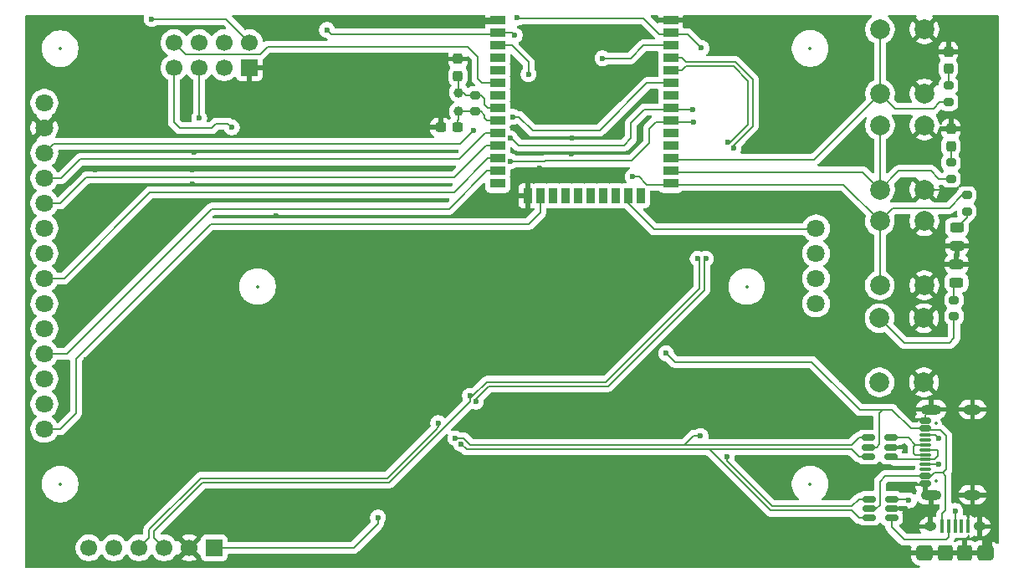
<source format=gtl>
%TF.GenerationSoftware,KiCad,Pcbnew,9.0.5*%
%TF.CreationDate,2025-11-26T19:59:54+01:00*%
%TF.ProjectId,stacja_pogody_modu__wew,73746163-6a61-45f7-906f-676f64795f6d,rev?*%
%TF.SameCoordinates,Original*%
%TF.FileFunction,Copper,L1,Top*%
%TF.FilePolarity,Positive*%
%FSLAX46Y46*%
G04 Gerber Fmt 4.6, Leading zero omitted, Abs format (unit mm)*
G04 Created by KiCad (PCBNEW 9.0.5) date 2025-11-26 19:59:54*
%MOMM*%
%LPD*%
G01*
G04 APERTURE LIST*
G04 Aperture macros list*
%AMRoundRect*
0 Rectangle with rounded corners*
0 $1 Rounding radius*
0 $2 $3 $4 $5 $6 $7 $8 $9 X,Y pos of 4 corners*
0 Add a 4 corners polygon primitive as box body*
4,1,4,$2,$3,$4,$5,$6,$7,$8,$9,$2,$3,0*
0 Add four circle primitives for the rounded corners*
1,1,$1+$1,$2,$3*
1,1,$1+$1,$4,$5*
1,1,$1+$1,$6,$7*
1,1,$1+$1,$8,$9*
0 Add four rect primitives between the rounded corners*
20,1,$1+$1,$2,$3,$4,$5,0*
20,1,$1+$1,$4,$5,$6,$7,0*
20,1,$1+$1,$6,$7,$8,$9,0*
20,1,$1+$1,$8,$9,$2,$3,0*%
G04 Aperture macros list end*
%TA.AperFunction,ComponentPad*%
%ADD10C,1.800000*%
%TD*%
%TA.AperFunction,ComponentPad*%
%ADD11R,1.700000X1.700000*%
%TD*%
%TA.AperFunction,ComponentPad*%
%ADD12C,1.700000*%
%TD*%
%TA.AperFunction,ComponentPad*%
%ADD13C,2.000000*%
%TD*%
%TA.AperFunction,SMDPad,CuDef*%
%ADD14RoundRect,0.237500X-0.237500X0.300000X-0.237500X-0.300000X0.237500X-0.300000X0.237500X0.300000X0*%
%TD*%
%TA.AperFunction,SMDPad,CuDef*%
%ADD15RoundRect,0.200000X0.275000X-0.200000X0.275000X0.200000X-0.275000X0.200000X-0.275000X-0.200000X0*%
%TD*%
%TA.AperFunction,SMDPad,CuDef*%
%ADD16RoundRect,0.243750X0.456250X-0.243750X0.456250X0.243750X-0.456250X0.243750X-0.456250X-0.243750X0*%
%TD*%
%TA.AperFunction,SMDPad,CuDef*%
%ADD17RoundRect,0.200000X-0.275000X0.200000X-0.275000X-0.200000X0.275000X-0.200000X0.275000X0.200000X0*%
%TD*%
%TA.AperFunction,ComponentPad*%
%ADD18C,1.000000*%
%TD*%
%TA.AperFunction,SMDPad,CuDef*%
%ADD19RoundRect,0.150000X0.512500X0.150000X-0.512500X0.150000X-0.512500X-0.150000X0.512500X-0.150000X0*%
%TD*%
%TA.AperFunction,SMDPad,CuDef*%
%ADD20R,1.500000X0.900000*%
%TD*%
%TA.AperFunction,SMDPad,CuDef*%
%ADD21R,0.900000X1.500000*%
%TD*%
%TA.AperFunction,HeatsinkPad*%
%ADD22R,0.900000X0.900000*%
%TD*%
%TA.AperFunction,HeatsinkPad*%
%ADD23C,0.600000*%
%TD*%
%TA.AperFunction,SMDPad,CuDef*%
%ADD24RoundRect,0.150000X0.425000X-0.150000X0.425000X0.150000X-0.425000X0.150000X-0.425000X-0.150000X0*%
%TD*%
%TA.AperFunction,SMDPad,CuDef*%
%ADD25RoundRect,0.075000X0.500000X-0.075000X0.500000X0.075000X-0.500000X0.075000X-0.500000X-0.075000X0*%
%TD*%
%TA.AperFunction,HeatsinkPad*%
%ADD26O,2.100000X1.000000*%
%TD*%
%TA.AperFunction,HeatsinkPad*%
%ADD27O,1.800000X1.000000*%
%TD*%
%TA.AperFunction,SMDPad,CuDef*%
%ADD28RoundRect,0.237500X-0.300000X-0.237500X0.300000X-0.237500X0.300000X0.237500X-0.300000X0.237500X0*%
%TD*%
%TA.AperFunction,SMDPad,CuDef*%
%ADD29RoundRect,0.100000X-0.100000X-0.575000X0.100000X-0.575000X0.100000X0.575000X-0.100000X0.575000X0*%
%TD*%
%TA.AperFunction,HeatsinkPad*%
%ADD30O,0.890000X1.550000*%
%TD*%
%TA.AperFunction,SMDPad,CuDef*%
%ADD31RoundRect,0.250000X-0.475000X-0.525000X0.475000X-0.525000X0.475000X0.525000X-0.475000X0.525000X0*%
%TD*%
%TA.AperFunction,HeatsinkPad*%
%ADD32O,1.250000X0.950000*%
%TD*%
%TA.AperFunction,SMDPad,CuDef*%
%ADD33RoundRect,0.250000X-0.500000X-0.525000X0.500000X-0.525000X0.500000X0.525000X-0.500000X0.525000X0*%
%TD*%
%TA.AperFunction,SMDPad,CuDef*%
%ADD34RoundRect,0.243750X-0.456250X0.243750X-0.456250X-0.243750X0.456250X-0.243750X0.456250X0.243750X0*%
%TD*%
%TA.AperFunction,ViaPad*%
%ADD35C,0.600000*%
%TD*%
%TA.AperFunction,Conductor*%
%ADD36C,0.200000*%
%TD*%
%ADD37C,0.300000*%
%ADD38C,0.350000*%
%ADD39C,0.200000*%
%ADD40O,1.700000X0.600000*%
%ADD41O,1.400000X0.600000*%
%ADD42O,0.500000X1.150000*%
%ADD43O,0.850000X0.550000*%
G04 APERTURE END LIST*
D10*
%TO.P,U3,1,VCC*%
%TO.N,/V_3.3_OUT*%
X103419672Y-68399569D03*
%TO.P,U3,2,GND*%
%TO.N,GND*%
X103419672Y-70939569D03*
%TO.P,U3,3,CS*%
%TO.N,/LCD_CS*%
X103419672Y-73479569D03*
%TO.P,U3,4,RST*%
%TO.N,/LCD_RST*%
X103419672Y-76019569D03*
%TO.P,U3,5,DC*%
%TO.N,/LCD_DC*%
X103419672Y-78559569D03*
%TO.P,U3,6,MOSI*%
%TO.N,/LCD_MOSI*%
X103419672Y-81099569D03*
%TO.P,U3,7,SCK*%
%TO.N,/LCD_SCK*%
X103419672Y-83639569D03*
%TO.P,U3,8,LED*%
%TO.N,/LCD_LED*%
X103419672Y-86179569D03*
%TO.P,U3,9,MISO*%
%TO.N,/LCD_MISO*%
X103419672Y-88719569D03*
%TO.P,U3,10,T_CLK*%
%TO.N,/LCD_SCK*%
X103419672Y-91259569D03*
%TO.P,U3,11,T_CS*%
%TO.N,/LCD_T_CS*%
X103419672Y-93799569D03*
%TO.P,U3,12,T_DIN*%
%TO.N,/LCD_MOSI*%
X103419672Y-96339569D03*
%TO.P,U3,13,T_DOUT*%
%TO.N,/LCD_MISO*%
X103419672Y-98879569D03*
%TO.P,U3,14,T_IRQ*%
%TO.N,/LCD_T_IRQ*%
X103419672Y-101419569D03*
%TO.P,U3,15,SD_CS*%
%TO.N,/LCD_SD_CS*%
X181518044Y-81099849D03*
%TO.P,U3,16,SD_MOSI*%
%TO.N,/LCD_MOSI*%
X181518044Y-83639849D03*
%TO.P,U3,17,SD_MISO*%
%TO.N,/LCD_MISO*%
X181518044Y-86179849D03*
%TO.P,U3,18,SD_SCK*%
%TO.N,/LCD_SCK*%
X181518044Y-88719849D03*
%TD*%
D11*
%TO.P,J2,1,Pin_1*%
%TO.N,/V_3.3_OUT*%
X120620000Y-113440000D03*
D12*
%TO.P,J2,2,Pin_2*%
%TO.N,GND*%
X118080000Y-113440000D03*
%TO.P,J2,3,Pin_3*%
%TO.N,/CH340_UART+*%
X115540000Y-113440000D03*
%TO.P,J2,4,Pin_4*%
%TO.N,/CH340_UART-*%
X113000000Y-113440000D03*
%TO.P,J2,5,Pin_5*%
%TO.N,/CH340_RTS*%
X110460000Y-113440000D03*
%TO.P,J2,6,Pin_6*%
%TO.N,/CH340_DTR*%
X107920000Y-113440000D03*
%TD*%
D13*
%TO.P,SW4,1,C*%
%TO.N,GND*%
X192440000Y-90190000D03*
X192440000Y-96690000D03*
%TO.P,SW4,2,D*%
%TO.N,/ESP_ENABLE*%
X187940000Y-90190000D03*
X187940000Y-96690000D03*
%TD*%
D14*
%TO.P,C16,1*%
%TO.N,GND*%
X145280000Y-63957500D03*
%TO.P,C16,2*%
%TO.N,Net-(U2-IO32)*%
X145280000Y-65682500D03*
%TD*%
D15*
%TO.P,R16,1*%
%TO.N,/ESP_ENABLE*%
X195490000Y-90010000D03*
%TO.P,R16,2*%
%TO.N,Net-(D3-A)*%
X195490000Y-88360000D03*
%TD*%
D14*
%TO.P,C3,1*%
%TO.N,GND*%
X194910000Y-63217500D03*
%TO.P,C3,2*%
%TO.N,Net-(C3-Pad2)*%
X194910000Y-64942500D03*
%TD*%
D16*
%TO.P,D1,1,K*%
%TO.N,GND*%
X195770000Y-82857500D03*
%TO.P,D1,2,A*%
%TO.N,Net-(D1-A)*%
X195770000Y-80982500D03*
%TD*%
D17*
%TO.P,R13,1*%
%TO.N,/ESP_BOOT*%
X196770000Y-77735000D03*
%TO.P,R13,2*%
%TO.N,Net-(D1-A)*%
X196770000Y-79385000D03*
%TD*%
D18*
%TO.P,Y2,1,1*%
%TO.N,Net-(U2-IO32)*%
X145360000Y-67370000D03*
%TO.P,Y2,2,2*%
%TO.N,Net-(U2-IO33)*%
X145360000Y-69270000D03*
%TD*%
D13*
%TO.P,SW3,1,C*%
%TO.N,GND*%
X192480000Y-80370000D03*
X192480000Y-86870000D03*
%TO.P,SW3,2,D*%
%TO.N,/ESP_BOOT*%
X187980000Y-80370000D03*
X187980000Y-86870000D03*
%TD*%
D19*
%TO.P,U4,1,I/O1*%
%TO.N,Net-(J3-D--PadA7)*%
X189115000Y-104200000D03*
%TO.P,U4,2,GND*%
%TO.N,GND*%
X189115000Y-103250000D03*
%TO.P,U4,3,I/O2*%
%TO.N,Net-(J3-D+-PadA6)*%
X189115000Y-102300000D03*
%TO.P,U4,4,I/O2*%
%TO.N,/MICRO_USB_D+*%
X186840000Y-102300000D03*
%TO.P,U4,5,VBUS*%
%TO.N,/V_3.3_IN*%
X186840000Y-103250000D03*
%TO.P,U4,6,I/O1*%
%TO.N,/MICRO_USB_D-*%
X186840000Y-104200000D03*
%TD*%
D13*
%TO.P,SW2,1,C*%
%TO.N,/Button_2*%
X187990000Y-67460000D03*
X187990000Y-60960000D03*
%TO.P,SW2,2,D*%
%TO.N,GND*%
X192490000Y-67460000D03*
X192490000Y-60960000D03*
%TD*%
D19*
%TO.P,U1,1,I/O1*%
%TO.N,Net-(J1-D-)*%
X189145000Y-110400000D03*
%TO.P,U1,2,GND*%
%TO.N,GND*%
X189145000Y-109450000D03*
%TO.P,U1,3,I/O2*%
%TO.N,Net-(J1-D+)*%
X189145000Y-108500000D03*
%TO.P,U1,4,I/O2*%
%TO.N,/MICRO_USB_D+*%
X186870000Y-108500000D03*
%TO.P,U1,5,VBUS*%
%TO.N,/V_3.3_IN*%
X186870000Y-109450000D03*
%TO.P,U1,6,I/O1*%
%TO.N,/MICRO_USB_D-*%
X186870000Y-110400000D03*
%TD*%
D20*
%TO.P,U2,1,GND*%
%TO.N,GND*%
X149310000Y-60050000D03*
%TO.P,U2,2,VDD*%
%TO.N,/V_3.3_OUT*%
X149310000Y-61320000D03*
%TO.P,U2,3,EN*%
%TO.N,/ESP_ENABLE*%
X149310000Y-62590000D03*
%TO.P,U2,4,SENSOR_VP*%
%TO.N,unconnected-(U2-SENSOR_VP-Pad4)*%
X149310000Y-63860000D03*
%TO.P,U2,5,SENSOR_VN*%
%TO.N,unconnected-(U2-SENSOR_VN-Pad5)*%
X149310000Y-65130000D03*
%TO.P,U2,6,IO34*%
%TO.N,/NRF_IRQ*%
X149310000Y-66400000D03*
%TO.P,U2,7,IO35*%
%TO.N,unconnected-(U2-IO35-Pad7)*%
X149310000Y-67670000D03*
%TO.P,U2,8,IO32*%
%TO.N,Net-(U2-IO32)*%
X149310000Y-68940000D03*
%TO.P,U2,9,IO33*%
%TO.N,Net-(U2-IO33)*%
X149310000Y-70210000D03*
%TO.P,U2,10,IO25*%
%TO.N,/LCD_RST*%
X149310000Y-71480000D03*
%TO.P,U2,11,IO26*%
%TO.N,/LCD_DC*%
X149310000Y-72750000D03*
%TO.P,U2,12,IO27*%
%TO.N,/LCD_LED*%
X149310000Y-74020000D03*
%TO.P,U2,13,IO14*%
%TO.N,/LCD_T_CS*%
X149310000Y-75290000D03*
%TO.P,U2,14,IO12*%
%TO.N,unconnected-(U2-IO12-Pad14)*%
X149310000Y-76560000D03*
D21*
%TO.P,U2,15,GND*%
%TO.N,GND*%
X152345000Y-77810000D03*
%TO.P,U2,16,IO13*%
%TO.N,/LCD_T_IRQ*%
X153615000Y-77810000D03*
%TO.P,U2,17,NC*%
%TO.N,unconnected-(U2-NC-Pad17)*%
X154885000Y-77810000D03*
%TO.P,U2,18,NC*%
%TO.N,unconnected-(U2-NC-Pad18)*%
X156155000Y-77810000D03*
%TO.P,U2,19,NC*%
%TO.N,unconnected-(U2-NC-Pad19)*%
X157425000Y-77810000D03*
%TO.P,U2,20,NC*%
%TO.N,unconnected-(U2-NC-Pad20)*%
X158695000Y-77810000D03*
%TO.P,U2,21,NC*%
%TO.N,unconnected-(U2-NC-Pad21)*%
X159965000Y-77810000D03*
%TO.P,U2,22,NC*%
%TO.N,unconnected-(U2-NC-Pad22)*%
X161235000Y-77810000D03*
%TO.P,U2,23,IO15*%
%TO.N,/LCD_SD_CS*%
X162505000Y-77810000D03*
%TO.P,U2,24,IO2*%
%TO.N,unconnected-(U2-IO2-Pad24)*%
X163775000Y-77810000D03*
D20*
%TO.P,U2,25,IO0*%
%TO.N,/ESP_BOOT*%
X166810000Y-76560000D03*
%TO.P,U2,26,IO4*%
%TO.N,/Button_1*%
X166810000Y-75290000D03*
%TO.P,U2,27,IO16*%
%TO.N,/Button_2*%
X166810000Y-74020000D03*
%TO.P,U2,28,IO17*%
%TO.N,unconnected-(U2-IO17-Pad28)*%
X166810000Y-72750000D03*
%TO.P,U2,29,IO5*%
%TO.N,unconnected-(U2-IO5-Pad29)*%
X166810000Y-71480000D03*
%TO.P,U2,30,IO18*%
%TO.N,/LCD_SCK*%
X166810000Y-70210000D03*
%TO.P,U2,31,IO19*%
%TO.N,/LCD_MISO*%
X166810000Y-68940000D03*
%TO.P,U2,32,NC*%
%TO.N,unconnected-(U2-NC-Pad32)*%
X166810000Y-67670000D03*
%TO.P,U2,33,IO21*%
%TO.N,/LCD_CS*%
X166810000Y-66400000D03*
%TO.P,U2,34,RXD0/IO3*%
%TO.N,/CH340_UART+*%
X166810000Y-65130000D03*
%TO.P,U2,35,TXD0/IO1*%
%TO.N,/CH340_UART-*%
X166810000Y-63860000D03*
%TO.P,U2,36,IO22*%
%TO.N,/NRF_CSN*%
X166810000Y-62590000D03*
%TO.P,U2,37,IO23*%
%TO.N,/LCD_MOSI*%
X166810000Y-61320000D03*
%TO.P,U2,38,GND*%
%TO.N,GND*%
X166810000Y-60050000D03*
D22*
%TO.P,U2,39,GND*%
X155160000Y-66370000D03*
D23*
X155160000Y-67070000D03*
D22*
X155160000Y-67770000D03*
D23*
X155160000Y-68470000D03*
D22*
X155160000Y-69170000D03*
D23*
X155860000Y-66370000D03*
X155860000Y-67770000D03*
X155860000Y-69170000D03*
D22*
X156560000Y-66370000D03*
D23*
X156560000Y-67070000D03*
D22*
X156560000Y-67770000D03*
D23*
X156560000Y-68470000D03*
D22*
X156560000Y-69170000D03*
D23*
X157260000Y-66370000D03*
X157260000Y-67770000D03*
X157260000Y-69170000D03*
D22*
X157960000Y-66370000D03*
D23*
X157960000Y-67070000D03*
D22*
X157960000Y-67770000D03*
D23*
X157960000Y-68470000D03*
D22*
X157960000Y-69170000D03*
%TD*%
D17*
%TO.P,R17,1*%
%TO.N,Net-(U2-IO32)*%
X147000000Y-67645000D03*
%TO.P,R17,2*%
%TO.N,Net-(U2-IO33)*%
X147000000Y-69295000D03*
%TD*%
%TO.P,R1,1*%
%TO.N,Net-(C1-Pad2)*%
X195170000Y-74445000D03*
%TO.P,R1,2*%
%TO.N,/Button_1*%
X195170000Y-76095000D03*
%TD*%
D24*
%TO.P,J3,A1,GND*%
%TO.N,GND*%
X192600000Y-106960000D03*
%TO.P,J3,A4,VBUS*%
%TO.N,/V_3.3_IN*%
X192600000Y-106160000D03*
D25*
%TO.P,J3,A5,CC1*%
%TO.N,Net-(J3-CC1)*%
X192600000Y-105010000D03*
%TO.P,J3,A6,D+*%
%TO.N,Net-(J3-D+-PadA6)*%
X192600000Y-104010000D03*
%TO.P,J3,A7,D-*%
%TO.N,Net-(J3-D--PadA7)*%
X192600000Y-103510000D03*
%TO.P,J3,A8,SBU1*%
%TO.N,unconnected-(J3-SBU1-PadA8)*%
X192600000Y-102510000D03*
D24*
%TO.P,J3,A9,VBUS*%
%TO.N,/V_3.3_IN*%
X192600000Y-101360000D03*
%TO.P,J3,A12,GND*%
%TO.N,GND*%
X192600000Y-100560000D03*
%TO.P,J3,B1,GND*%
X192600000Y-100560000D03*
%TO.P,J3,B4,VBUS*%
%TO.N,/V_3.3_IN*%
X192600000Y-101360000D03*
D25*
%TO.P,J3,B5,CC2*%
%TO.N,Net-(J3-CC2)*%
X192600000Y-102010000D03*
%TO.P,J3,B6,D+*%
%TO.N,Net-(J3-D+-PadA6)*%
X192600000Y-103010000D03*
%TO.P,J3,B7,D-*%
%TO.N,Net-(J3-D--PadA7)*%
X192600000Y-104510000D03*
%TO.P,J3,B8,SBU2*%
%TO.N,unconnected-(J3-SBU2-PadB8)*%
X192600000Y-105510000D03*
D24*
%TO.P,J3,B9,VBUS*%
%TO.N,/V_3.3_IN*%
X192600000Y-106160000D03*
%TO.P,J3,B12,GND*%
%TO.N,GND*%
X192600000Y-106960000D03*
D26*
%TO.P,J3,S1,SHIELD*%
X193175000Y-108080000D03*
D27*
X197355000Y-108080000D03*
D26*
X193175000Y-99440000D03*
D27*
X197355000Y-99440000D03*
%TD*%
D28*
%TO.P,C15,1*%
%TO.N,GND*%
X143517500Y-70880000D03*
%TO.P,C15,2*%
%TO.N,Net-(U2-IO33)*%
X145242500Y-70880000D03*
%TD*%
D29*
%TO.P,J1,1,VBUS*%
%TO.N,/V_3.3_IN*%
X194290000Y-111290000D03*
%TO.P,J1,2,D-*%
%TO.N,Net-(J1-D-)*%
X194940000Y-111290000D03*
%TO.P,J1,3,D+*%
%TO.N,Net-(J1-D+)*%
X195590000Y-111290000D03*
%TO.P,J1,4,ID*%
%TO.N,unconnected-(J1-ID-Pad4)*%
X196240000Y-111290000D03*
%TO.P,J1,5,GND*%
%TO.N,GND*%
X196890000Y-111290000D03*
D30*
%TO.P,J1,6,Shield*%
X192090000Y-113990000D03*
D31*
X192565000Y-113990000D03*
D32*
X193090000Y-111290000D03*
D33*
X194590000Y-113990000D03*
X196590000Y-113990000D03*
D32*
X198090000Y-111290000D03*
D31*
X198615000Y-113990000D03*
D30*
X199090000Y-113990000D03*
%TD*%
D34*
%TO.P,D3,1,K*%
%TO.N,GND*%
X195740000Y-84722500D03*
%TO.P,D3,2,A*%
%TO.N,Net-(D3-A)*%
X195740000Y-86597500D03*
%TD*%
D17*
%TO.P,R3,1*%
%TO.N,Net-(C3-Pad2)*%
X194930000Y-66665000D03*
%TO.P,R3,2*%
%TO.N,/Button_2*%
X194930000Y-68315000D03*
%TD*%
D13*
%TO.P,SW1,1,C*%
%TO.N,/Button_1*%
X187990000Y-77180000D03*
X187990000Y-70680000D03*
%TO.P,SW1,2,D*%
%TO.N,GND*%
X192490000Y-77180000D03*
X192490000Y-70680000D03*
%TD*%
D14*
%TO.P,C1,1*%
%TO.N,GND*%
X195170000Y-71067500D03*
%TO.P,C1,2*%
%TO.N,Net-(C1-Pad2)*%
X195170000Y-72792500D03*
%TD*%
D11*
%TO.P,U5,1,GND*%
%TO.N,GND*%
X124170000Y-64840000D03*
D12*
%TO.P,U5,2,VCC*%
%TO.N,/V_3.3_OUT*%
X124170000Y-62300000D03*
%TO.P,U5,3,CE*%
%TO.N,Net-(U5-CE)*%
X121630000Y-64840000D03*
%TO.P,U5,4,~{CSN}*%
%TO.N,/NRF_CSN*%
X121630000Y-62300000D03*
%TO.P,U5,5,SCK*%
%TO.N,/LCD_SCK*%
X119090000Y-64840000D03*
%TO.P,U5,6,MOSI*%
%TO.N,/LCD_MOSI*%
X119090000Y-62300000D03*
%TO.P,U5,7,MISO*%
%TO.N,/LCD_MISO*%
X116550000Y-64840000D03*
%TO.P,U5,8,IRQ*%
%TO.N,/NRF_IRQ*%
X116550000Y-62300000D03*
%TD*%
D35*
%TO.N,/V_3.3_OUT*%
X137180000Y-110370000D03*
X114280000Y-59920000D03*
X151030000Y-61570000D03*
X132020000Y-61020000D03*
%TO.N,GND*%
X159555000Y-85240000D03*
X192360000Y-72730000D03*
X107750000Y-88300000D03*
X126920000Y-63640000D03*
X119350000Y-109250000D03*
X118430000Y-75220000D03*
X190470000Y-103230000D03*
X148080000Y-105450000D03*
X110170000Y-68310000D03*
X151810000Y-98440000D03*
X143620000Y-97890000D03*
X118430000Y-76640000D03*
X190560000Y-109470000D03*
X107690000Y-94400000D03*
X126880000Y-79870000D03*
X165190000Y-95040000D03*
X194780000Y-77590000D03*
X185850000Y-59990000D03*
X176100000Y-105870000D03*
X158870000Y-93720000D03*
X155790000Y-95490000D03*
X127880000Y-99830000D03*
X147330000Y-81740000D03*
X105480000Y-73960000D03*
X195060000Y-99570000D03*
X120990000Y-104470000D03*
X147350000Y-77880000D03*
X168710000Y-60220000D03*
X156790000Y-73530000D03*
X157600000Y-99200000D03*
X105430000Y-99130000D03*
X130900000Y-109150000D03*
X118590000Y-73440000D03*
X153560000Y-75000000D03*
X126960000Y-95360000D03*
X146880000Y-60350000D03*
X187020000Y-74060000D03*
X149830000Y-85780000D03*
X108340000Y-78400000D03*
X117930000Y-67520000D03*
X156830000Y-71990000D03*
X190320000Y-76920000D03*
X109670000Y-80180000D03*
X138500000Y-103020000D03*
X144710000Y-112440000D03*
X162940000Y-62090000D03*
X127500000Y-114950000D03*
X124330000Y-67660000D03*
X198090000Y-109700000D03*
X133610000Y-112140000D03*
X139990000Y-111510000D03*
X133640000Y-68490000D03*
X191130000Y-110680000D03*
X139900000Y-92960000D03*
X190530000Y-114110000D03*
X165080000Y-87100000D03*
X133790000Y-99470000D03*
X108550000Y-75190000D03*
X128970000Y-101010000D03*
X129770000Y-104790000D03*
X177870000Y-72810000D03*
%TO.N,/V_3.3_IN*%
X166340000Y-93750000D03*
%TO.N,/MICRO_USB_D-*%
X145620521Y-102960521D03*
%TO.N,/MICRO_USB_D+*%
X145019479Y-102359479D03*
X172490000Y-104200000D03*
X169830000Y-102100000D03*
%TO.N,Net-(J3-CC1)*%
X193930000Y-105000000D03*
%TO.N,Net-(J3-CC2)*%
X193960000Y-102370000D03*
%TO.N,/ESP_ENABLE*%
X152410000Y-65500000D03*
%TO.N,Net-(J1-D+)*%
X190920000Y-108640000D03*
X195590000Y-109700000D03*
%TO.N,/ESP_BOOT*%
X162940000Y-75870000D03*
%TO.N,/LCD_MOSI*%
X169920000Y-62860000D03*
X151260000Y-59800000D03*
%TO.N,/LCD_SCK*%
X150560002Y-74300000D03*
X169150000Y-70330000D03*
X119090000Y-69900000D03*
%TO.N,/NRF_CSN*%
X159910000Y-63890000D03*
%TO.N,/LCD_MISO*%
X122390000Y-70890000D03*
X169050000Y-69070000D03*
X150558122Y-71973315D03*
%TO.N,/LCD_CS*%
X150830000Y-69820000D03*
X146890000Y-71190000D03*
%TO.N,/CH340_UART-*%
X147100521Y-98660521D03*
X170385000Y-84180000D03*
X173170521Y-73010521D03*
X143270000Y-100800000D03*
%TO.N,/CH340_UART+*%
X146499479Y-98059479D03*
X169535000Y-84180000D03*
X172569479Y-72409479D03*
%TD*%
D36*
%TO.N,/V_3.3_OUT*%
X114390000Y-59810000D02*
X114280000Y-59920000D01*
X137180000Y-110370000D02*
X137180000Y-110990000D01*
X134730000Y-113440000D02*
X120620000Y-113440000D01*
X149110000Y-61570000D02*
X148970000Y-61430000D01*
X149310000Y-61320000D02*
X150780000Y-61320000D01*
X148970000Y-61430000D02*
X132430000Y-61430000D01*
X137180000Y-110990000D02*
X134730000Y-113440000D01*
X121790000Y-59920000D02*
X114280000Y-59920000D01*
X124170000Y-62300000D02*
X121790000Y-59920000D01*
X132430000Y-61430000D02*
X132020000Y-61020000D01*
X150780000Y-61320000D02*
X151030000Y-61570000D01*
%TO.N,Net-(D1-A)*%
X196770000Y-79982500D02*
X195770000Y-80982500D01*
X196770000Y-79385000D02*
X196770000Y-79982500D01*
%TO.N,GND*%
X189145000Y-109450000D02*
X190540000Y-109450000D01*
X197360000Y-109700000D02*
X198090000Y-109700000D01*
X147420000Y-77810000D02*
X147350000Y-77880000D01*
X192600000Y-100015000D02*
X193175000Y-99440000D01*
X190540000Y-109450000D02*
X190560000Y-109470000D01*
X194370000Y-77180000D02*
X194780000Y-77590000D01*
X152345000Y-77810000D02*
X152345000Y-76215000D01*
X192600000Y-100560000D02*
X192600000Y-100015000D01*
X149310000Y-60050000D02*
X149010000Y-60350000D01*
X196890000Y-111290000D02*
X196890000Y-110170000D01*
X196890000Y-110170000D02*
X197360000Y-109700000D01*
X192565000Y-113990000D02*
X194590000Y-113990000D01*
X192490000Y-77180000D02*
X194370000Y-77180000D01*
X189115000Y-103250000D02*
X190450000Y-103250000D01*
X152345000Y-77810000D02*
X147420000Y-77810000D01*
X194590000Y-113990000D02*
X196590000Y-113990000D01*
X152345000Y-76215000D02*
X153560000Y-75000000D01*
X190450000Y-103250000D02*
X190470000Y-103230000D01*
X192600000Y-107505000D02*
X193175000Y-108080000D01*
X192600000Y-106960000D02*
X192600000Y-107505000D01*
X149010000Y-60350000D02*
X146880000Y-60350000D01*
X196590000Y-113990000D02*
X198615000Y-113990000D01*
%TO.N,/V_3.3_IN*%
X192600000Y-106160000D02*
X193174999Y-106160000D01*
X194700000Y-102110000D02*
X194700000Y-105470000D01*
X189220000Y-99480000D02*
X191100000Y-101360000D01*
X167220000Y-94630000D02*
X181100000Y-94630000D01*
X186840000Y-103250000D02*
X187640000Y-103250000D01*
X187640000Y-103250000D02*
X187910000Y-102980000D01*
X192790000Y-101550000D02*
X194140000Y-101550000D01*
X192600000Y-101360000D02*
X192790000Y-101550000D01*
X181100000Y-94630000D02*
X185950000Y-99480000D01*
X193474999Y-105860000D02*
X194310000Y-105860000D01*
X194140000Y-101550000D02*
X194700000Y-102110000D01*
X188290000Y-99480000D02*
X189220000Y-99480000D01*
X194290000Y-110020000D02*
X194290000Y-111290000D01*
X187620000Y-109450000D02*
X187970000Y-109100000D01*
X187970000Y-106740000D02*
X188550000Y-106160000D01*
X194310000Y-105860000D02*
X194640000Y-106190000D01*
X185950000Y-99480000D02*
X188290000Y-99480000D01*
X194640000Y-106190000D02*
X194640000Y-109670000D01*
X188550000Y-106160000D02*
X192600000Y-106160000D01*
X191100000Y-101360000D02*
X192600000Y-101360000D01*
X194640000Y-109670000D02*
X194290000Y-110020000D01*
X187910000Y-102980000D02*
X187910000Y-99860000D01*
X186870000Y-109450000D02*
X187620000Y-109450000D01*
X193174999Y-106160000D02*
X193474999Y-105860000D01*
X166340000Y-93750000D02*
X167220000Y-94630000D01*
X194700000Y-105470000D02*
X194310000Y-105860000D01*
X187910000Y-99860000D02*
X188290000Y-99480000D01*
X187970000Y-109100000D02*
X187970000Y-106740000D01*
%TO.N,Net-(C1-Pad2)*%
X195170000Y-74445000D02*
X195170000Y-72792500D01*
%TO.N,Net-(C3-Pad2)*%
X194930000Y-64962500D02*
X194910000Y-64942500D01*
X194930000Y-66665000D02*
X194930000Y-64962500D01*
%TO.N,/MICRO_USB_D-*%
X172160901Y-104929099D02*
X172160901Y-104925901D01*
X146135000Y-103475000D02*
X170710000Y-103475000D01*
X170710000Y-103475000D02*
X185121249Y-103475000D01*
X145620521Y-102960521D02*
X146135000Y-103475000D01*
X185846249Y-104200000D02*
X186840000Y-104200000D01*
X172160901Y-104925901D02*
X170710000Y-103475000D01*
X185121249Y-103475000D02*
X185846249Y-104200000D01*
X176906802Y-109675000D02*
X172160901Y-104929099D01*
X185151249Y-109675000D02*
X176906802Y-109675000D01*
X186870000Y-110400000D02*
X185876249Y-110400000D01*
X185876249Y-110400000D02*
X185151249Y-109675000D01*
%TO.N,/MICRO_USB_D+*%
X172479099Y-104610901D02*
X172479099Y-104210901D01*
X185876249Y-108500000D02*
X185151249Y-109225000D01*
X169145000Y-102100000D02*
X168220000Y-103025000D01*
X145655875Y-102359479D02*
X145655917Y-102359521D01*
X146534943Y-103025000D02*
X168220000Y-103025000D01*
X172479099Y-104210901D02*
X172490000Y-104200000D01*
X185151249Y-109225000D02*
X177093198Y-109225000D01*
X185846249Y-102300000D02*
X186840000Y-102300000D01*
X186870000Y-108500000D02*
X185876249Y-108500000D01*
X145655917Y-102359521D02*
X145869464Y-102359521D01*
X185121249Y-103025000D02*
X185846249Y-102300000D01*
X169830000Y-102100000D02*
X169145000Y-102100000D01*
X177093198Y-109225000D02*
X172479099Y-104610901D01*
X168220000Y-103025000D02*
X185121249Y-103025000D01*
X145019479Y-102359479D02*
X145655875Y-102359479D01*
X145869464Y-102359521D02*
X146534943Y-103025000D01*
%TO.N,Net-(J3-D--PadA7)*%
X193880000Y-104130000D02*
X193500000Y-104510000D01*
X193880000Y-103650000D02*
X193880000Y-104130000D01*
X192600000Y-103510000D02*
X193740000Y-103510000D01*
X193740000Y-103510000D02*
X193880000Y-103650000D01*
X189425000Y-104510000D02*
X189115000Y-104200000D01*
X193500000Y-104510000D02*
X192600000Y-104510000D01*
X192600000Y-104510000D02*
X189425000Y-104510000D01*
%TO.N,Net-(J3-D+-PadA6)*%
X190870000Y-102300000D02*
X191580000Y-103010000D01*
X191370000Y-103220000D02*
X191580000Y-103010000D01*
X189115000Y-102300000D02*
X190870000Y-102300000D01*
X192600000Y-104010000D02*
X191530000Y-104010000D01*
X191580000Y-103010000D02*
X192600000Y-103010000D01*
X191370000Y-103850000D02*
X191370000Y-103220000D01*
X191530000Y-104010000D02*
X191370000Y-103850000D01*
%TO.N,Net-(J3-CC1)*%
X192600000Y-105010000D02*
X193920000Y-105010000D01*
X193920000Y-105010000D02*
X193930000Y-105000000D01*
%TO.N,Net-(J3-CC2)*%
X193600000Y-102010000D02*
X193960000Y-102370000D01*
X192600000Y-102010000D02*
X193600000Y-102010000D01*
%TO.N,Net-(J1-D-)*%
X189145000Y-110400000D02*
X189145000Y-111315000D01*
X189145000Y-111315000D02*
X190460000Y-112630000D01*
X194940000Y-112370000D02*
X194940000Y-111290000D01*
X194680000Y-112630000D02*
X194940000Y-112370000D01*
X190460000Y-112630000D02*
X194680000Y-112630000D01*
%TO.N,/ESP_ENABLE*%
X187940000Y-90190000D02*
X190480000Y-92730000D01*
X195490000Y-92230000D02*
X195490000Y-90010000D01*
X152410000Y-64270000D02*
X150730000Y-62590000D01*
X194990000Y-92730000D02*
X195490000Y-92230000D01*
X190480000Y-92730000D02*
X194990000Y-92730000D01*
X150730000Y-62590000D02*
X149310000Y-62590000D01*
X152410000Y-65500000D02*
X152410000Y-64270000D01*
%TO.N,Net-(J1-D+)*%
X190920000Y-108640000D02*
X190780000Y-108500000D01*
X190780000Y-108500000D02*
X189145000Y-108500000D01*
X195590000Y-111290000D02*
X195590000Y-109700000D01*
%TO.N,/ESP_BOOT*%
X196335000Y-77735000D02*
X196770000Y-77735000D01*
X184280000Y-76670000D02*
X187980000Y-80370000D01*
X187980000Y-86870000D02*
X187980000Y-80370000D01*
X189300000Y-79050000D02*
X195020000Y-79050000D01*
X195020000Y-79050000D02*
X196335000Y-77735000D01*
X164400000Y-76670000D02*
X184280000Y-76670000D01*
X187980000Y-80370000D02*
X189300000Y-79050000D01*
X163600000Y-75870000D02*
X164400000Y-76670000D01*
X162940000Y-75870000D02*
X163600000Y-75870000D01*
%TO.N,/Button_1*%
X187990000Y-77180000D02*
X187990000Y-70680000D01*
X193945000Y-76095000D02*
X195170000Y-76095000D01*
X193150000Y-75300000D02*
X193945000Y-76095000D01*
X187990000Y-77180000D02*
X186210000Y-75400000D01*
X186210000Y-75400000D02*
X166470000Y-75400000D01*
X189870000Y-75300000D02*
X193150000Y-75300000D01*
X187990000Y-77180000D02*
X189870000Y-75300000D01*
%TO.N,/Button_2*%
X193380000Y-69020000D02*
X194040000Y-68360000D01*
X189550000Y-69020000D02*
X193380000Y-69020000D01*
X187990000Y-67460000D02*
X187990000Y-60960000D01*
X181320000Y-74130000D02*
X166470000Y-74130000D01*
X194040000Y-68360000D02*
X194885000Y-68360000D01*
X194885000Y-68360000D02*
X194930000Y-68315000D01*
X187990000Y-67460000D02*
X189550000Y-69020000D01*
X187990000Y-67460000D02*
X181320000Y-74130000D01*
%TO.N,/LCD_MOSI*%
X165660000Y-61430000D02*
X168500000Y-61430000D01*
X169010000Y-61940000D02*
X169010000Y-61950000D01*
X151260000Y-59800000D02*
X151280000Y-59820000D01*
X169010000Y-61950000D02*
X169920000Y-62860000D01*
X164050000Y-59820000D02*
X165660000Y-61430000D01*
X168500000Y-61430000D02*
X169010000Y-61940000D01*
X151280000Y-59820000D02*
X164050000Y-59820000D01*
%TO.N,/LCD_SCK*%
X164610000Y-72510000D02*
X164610000Y-70990000D01*
X164610000Y-70990000D02*
X165280000Y-70320000D01*
X165280000Y-70320000D02*
X168850000Y-70320000D01*
X154040000Y-74290000D02*
X162830000Y-74290000D01*
X168860000Y-70330000D02*
X169150000Y-70330000D01*
X162830000Y-74290000D02*
X164610000Y-72510000D01*
X168850000Y-70320000D02*
X168860000Y-70330000D01*
X119090000Y-69900000D02*
X119090000Y-64840000D01*
X154030000Y-74300000D02*
X154040000Y-74290000D01*
X150560002Y-74300000D02*
X154030000Y-74300000D01*
%TO.N,/NRF_CSN*%
X159910000Y-63890000D02*
X162740000Y-63890000D01*
X164040000Y-62590000D02*
X166810000Y-62590000D01*
X162740000Y-63890000D02*
X164040000Y-62590000D01*
%TO.N,/LCD_MISO*%
X169030000Y-69050000D02*
X169050000Y-69070000D01*
X162800000Y-72000000D02*
X162800000Y-70400000D01*
X120350000Y-70950000D02*
X117120000Y-70950000D01*
X164150000Y-69050000D02*
X169030000Y-69050000D01*
X150693315Y-71973315D02*
X151430000Y-72710000D01*
X122390000Y-70890000D02*
X122000000Y-70500000D01*
X120800000Y-70500000D02*
X120350000Y-70950000D01*
X116550000Y-70380000D02*
X116550000Y-64840000D01*
X162800000Y-70400000D02*
X164150000Y-69050000D01*
X162090000Y-72710000D02*
X162800000Y-72000000D01*
X150558122Y-71973315D02*
X150693315Y-71973315D01*
X151430000Y-72710000D02*
X162090000Y-72710000D01*
X117120000Y-70950000D02*
X116550000Y-70380000D01*
X122000000Y-70500000D02*
X120800000Y-70500000D01*
%TO.N,/LCD_SD_CS*%
X162165000Y-77920000D02*
X162165000Y-78220000D01*
X165160000Y-81215000D02*
X181570000Y-81215000D01*
X162165000Y-78220000D02*
X165160000Y-81215000D01*
%TO.N,/LCD_CS*%
X104336983Y-72560000D02*
X145520000Y-72560000D01*
X164420000Y-66400000D02*
X166810000Y-66400000D01*
X151460000Y-69820000D02*
X152840000Y-71200000D01*
X150830000Y-69820000D02*
X151460000Y-69820000D01*
X152840000Y-71200000D02*
X159620000Y-71200000D01*
X103414929Y-73482054D02*
X104336983Y-72560000D01*
X159620000Y-71200000D02*
X164420000Y-66400000D01*
X145520000Y-72560000D02*
X146890000Y-71190000D01*
%TO.N,/LCD_T_IRQ*%
X106610000Y-99850000D02*
X106610000Y-94300000D01*
X120240000Y-80670000D02*
X152440000Y-80670000D01*
X153615000Y-79495000D02*
X153615000Y-77810000D01*
X105040431Y-101419569D02*
X106610000Y-99850000D01*
X152440000Y-80670000D02*
X153615000Y-79495000D01*
X103419672Y-101419569D02*
X105040431Y-101419569D01*
X106610000Y-94300000D02*
X120240000Y-80670000D01*
%TO.N,/LCD_DC*%
X103419672Y-78559569D02*
X105070431Y-78559569D01*
X148090000Y-72750000D02*
X149310000Y-72750000D01*
X144890000Y-75950000D02*
X148090000Y-72750000D01*
X105070431Y-78559569D02*
X107680000Y-75950000D01*
X107680000Y-75950000D02*
X144890000Y-75950000D01*
%TO.N,/LCD_T_CS*%
X148230000Y-75290000D02*
X144400000Y-79120000D01*
X103419672Y-93799569D02*
X105690431Y-93799569D01*
X105690431Y-93799569D02*
X109490000Y-90000000D01*
X109490000Y-90000000D02*
X120370000Y-79120000D01*
X120370000Y-79120000D02*
X144400000Y-79120000D01*
X149310000Y-75290000D02*
X148230000Y-75290000D01*
%TO.N,/LCD_RST*%
X148060000Y-71480000D02*
X149310000Y-71480000D01*
X105120431Y-76019569D02*
X107020000Y-74120000D01*
X107020000Y-74120000D02*
X145420000Y-74120000D01*
X145420000Y-74120000D02*
X148060000Y-71480000D01*
X103419672Y-76019569D02*
X105120431Y-76019569D01*
%TO.N,/LCD_LED*%
X103419672Y-86179569D02*
X105410431Y-86179569D01*
X114130000Y-77460000D02*
X144890000Y-77460000D01*
X148330000Y-74020000D02*
X149310000Y-74020000D01*
X144890000Y-77460000D02*
X148330000Y-74020000D01*
X105410431Y-86179569D02*
X114130000Y-77460000D01*
%TO.N,/CH340_UART-*%
X113000000Y-113440000D02*
X114044999Y-112395001D01*
X175115000Y-70783199D02*
X173170521Y-72727678D01*
X148383199Y-97095000D02*
X160443198Y-97095000D01*
X143020901Y-101490901D02*
X143020901Y-101489099D01*
X175115000Y-66036802D02*
X175115000Y-70783199D01*
X170185001Y-84379999D02*
X170385000Y-84180000D01*
X168345001Y-64270000D02*
X173348198Y-64270000D01*
X173348198Y-64270000D02*
X175115000Y-66036802D01*
X114044999Y-112395001D02*
X114044999Y-111576803D01*
X166810000Y-63860000D02*
X167935001Y-63860000D01*
X147100521Y-98377678D02*
X148383199Y-97095000D01*
X173170521Y-72727678D02*
X173170521Y-73010521D01*
X143020901Y-101489099D02*
X143310000Y-101200000D01*
X170185001Y-87353197D02*
X170185001Y-84379999D01*
X138126802Y-106385000D02*
X143020901Y-101490901D01*
X160443198Y-97095000D02*
X170185001Y-87353197D01*
X147100521Y-98660521D02*
X147100521Y-98377678D01*
X167935001Y-63860000D02*
X168345001Y-64270000D01*
X143310000Y-100840000D02*
X143270000Y-100800000D01*
X114044999Y-111576803D02*
X119236802Y-106385000D01*
X119236802Y-106385000D02*
X138126802Y-106385000D01*
X143310000Y-101200000D02*
X143310000Y-100840000D01*
%TO.N,/CH340_UART+*%
X119423198Y-106835000D02*
X138313198Y-106835000D01*
X114495001Y-111763197D02*
X119423198Y-106835000D01*
X168345001Y-64720000D02*
X173161802Y-64720000D01*
X146499479Y-98648719D02*
X146499479Y-98059479D01*
X146782322Y-98059479D02*
X148196801Y-96645000D01*
X167935001Y-65130000D02*
X168345001Y-64720000D01*
X148196801Y-96645000D02*
X160256802Y-96645000D01*
X166810000Y-65130000D02*
X167935001Y-65130000D01*
X169734999Y-87166803D02*
X169734999Y-84379999D01*
X138313198Y-106835000D02*
X146499479Y-98648719D01*
X160256802Y-96645000D02*
X169734999Y-87166803D01*
X114495001Y-112395001D02*
X114495001Y-111763197D01*
X115540000Y-113440000D02*
X114495001Y-112395001D01*
X172852322Y-72409479D02*
X172569479Y-72409479D01*
X174665000Y-70596801D02*
X172852322Y-72409479D01*
X174665000Y-66223198D02*
X174665000Y-70596801D01*
X169734999Y-84379999D02*
X169535000Y-84180000D01*
X173161802Y-64720000D02*
X174665000Y-66223198D01*
X146499479Y-98059479D02*
X146782322Y-98059479D01*
%TO.N,Net-(D3-A)*%
X195490000Y-86847500D02*
X195740000Y-86597500D01*
X195490000Y-88360000D02*
X195490000Y-86847500D01*
%TO.N,Net-(U2-IO33)*%
X147615000Y-69295000D02*
X147970000Y-69650000D01*
X147970000Y-69950000D02*
X148230000Y-70210000D01*
X145360000Y-69270000D02*
X146975000Y-69270000D01*
X147970000Y-69650000D02*
X147970000Y-69950000D01*
X145242500Y-70880000D02*
X145242500Y-70217500D01*
X145242500Y-70217500D02*
X145360000Y-70100000D01*
X148230000Y-70210000D02*
X149310000Y-70210000D01*
X147000000Y-69295000D02*
X147615000Y-69295000D01*
X146975000Y-69270000D02*
X147000000Y-69295000D01*
X145360000Y-70100000D02*
X145360000Y-69270000D01*
%TO.N,Net-(U2-IO32)*%
X146105000Y-67645000D02*
X147000000Y-67645000D01*
X147000000Y-67645000D02*
X147635000Y-67645000D01*
X147960000Y-67970000D02*
X147960000Y-68570000D01*
X147635000Y-67645000D02*
X147960000Y-67970000D01*
X145360000Y-65762500D02*
X145280000Y-65682500D01*
X145360000Y-67370000D02*
X145830000Y-67370000D01*
X147960000Y-68570000D02*
X148330000Y-68940000D01*
X145360000Y-67370000D02*
X145360000Y-65762500D01*
X148330000Y-68940000D02*
X149310000Y-68940000D01*
X145830000Y-67370000D02*
X146105000Y-67645000D01*
%TO.N,/NRF_IRQ*%
X147260000Y-65950000D02*
X147710000Y-66400000D01*
X125260000Y-63470000D02*
X126020000Y-62710000D01*
X147710000Y-66400000D02*
X149310000Y-66400000D01*
X117720000Y-63470000D02*
X125260000Y-63470000D01*
X146240000Y-62710000D02*
X147260000Y-63730000D01*
X116550000Y-62300000D02*
X117720000Y-63470000D01*
X147260000Y-63730000D02*
X147260000Y-65950000D01*
X126020000Y-62710000D02*
X146240000Y-62710000D01*
%TD*%
%TA.AperFunction,Conductor*%
%TO.N,GND*%
G36*
X113468768Y-59520185D02*
G01*
X113514523Y-59572989D01*
X113524467Y-59642147D01*
X113516290Y-59671953D01*
X113510263Y-59686502D01*
X113510261Y-59686510D01*
X113479500Y-59841153D01*
X113479500Y-59998846D01*
X113510261Y-60153489D01*
X113510264Y-60153501D01*
X113570602Y-60299172D01*
X113570609Y-60299185D01*
X113658210Y-60430288D01*
X113658213Y-60430292D01*
X113769707Y-60541786D01*
X113769711Y-60541789D01*
X113900814Y-60629390D01*
X113900827Y-60629397D01*
X114046498Y-60689735D01*
X114046503Y-60689737D01*
X114196126Y-60719499D01*
X114201153Y-60720499D01*
X114201156Y-60720500D01*
X114201158Y-60720500D01*
X114358844Y-60720500D01*
X114358845Y-60720499D01*
X114513497Y-60689737D01*
X114631592Y-60640821D01*
X114659172Y-60629397D01*
X114659172Y-60629396D01*
X114659179Y-60629394D01*
X114690072Y-60608752D01*
X114790875Y-60541398D01*
X114857553Y-60520520D01*
X114859766Y-60520500D01*
X121489903Y-60520500D01*
X121556942Y-60540185D01*
X121577584Y-60556819D01*
X121758584Y-60737819D01*
X121792069Y-60799142D01*
X121787085Y-60868834D01*
X121745213Y-60924767D01*
X121679749Y-60949184D01*
X121670903Y-60949500D01*
X121523713Y-60949500D01*
X121475042Y-60957208D01*
X121313760Y-60982753D01*
X121111585Y-61048444D01*
X120922179Y-61144951D01*
X120750213Y-61269890D01*
X120599890Y-61420213D01*
X120474949Y-61592182D01*
X120470484Y-61600946D01*
X120422509Y-61651742D01*
X120354688Y-61668536D01*
X120288553Y-61645998D01*
X120249516Y-61600946D01*
X120245050Y-61592182D01*
X120120109Y-61420213D01*
X119969786Y-61269890D01*
X119797820Y-61144951D01*
X119608414Y-61048444D01*
X119608413Y-61048443D01*
X119608412Y-61048443D01*
X119406243Y-60982754D01*
X119406241Y-60982753D01*
X119406240Y-60982753D01*
X119244957Y-60957208D01*
X119196287Y-60949500D01*
X118983713Y-60949500D01*
X118935042Y-60957208D01*
X118773760Y-60982753D01*
X118571585Y-61048444D01*
X118382179Y-61144951D01*
X118210213Y-61269890D01*
X118059890Y-61420213D01*
X117934949Y-61592182D01*
X117930484Y-61600946D01*
X117882509Y-61651742D01*
X117814688Y-61668536D01*
X117748553Y-61645998D01*
X117709516Y-61600946D01*
X117705050Y-61592182D01*
X117580109Y-61420213D01*
X117429786Y-61269890D01*
X117257820Y-61144951D01*
X117068414Y-61048444D01*
X117068413Y-61048443D01*
X117068412Y-61048443D01*
X116866243Y-60982754D01*
X116866241Y-60982753D01*
X116866240Y-60982753D01*
X116704957Y-60957208D01*
X116656287Y-60949500D01*
X116443713Y-60949500D01*
X116395042Y-60957208D01*
X116233760Y-60982753D01*
X116031585Y-61048444D01*
X115842179Y-61144951D01*
X115670213Y-61269890D01*
X115519890Y-61420213D01*
X115394951Y-61592179D01*
X115298444Y-61781585D01*
X115232753Y-61983760D01*
X115206327Y-62150609D01*
X115199500Y-62193713D01*
X115199500Y-62406287D01*
X115203338Y-62430520D01*
X115221585Y-62545729D01*
X115232754Y-62616243D01*
X115287985Y-62786227D01*
X115298444Y-62818414D01*
X115394951Y-63007820D01*
X115519890Y-63179786D01*
X115670213Y-63330109D01*
X115842182Y-63455050D01*
X115850946Y-63459516D01*
X115901742Y-63507491D01*
X115918536Y-63575312D01*
X115895998Y-63641447D01*
X115850946Y-63680484D01*
X115842182Y-63684949D01*
X115670213Y-63809890D01*
X115519890Y-63960213D01*
X115394951Y-64132179D01*
X115298444Y-64321585D01*
X115232753Y-64523760D01*
X115210610Y-64663567D01*
X115199500Y-64733713D01*
X115199500Y-64946287D01*
X115203006Y-64968422D01*
X115227144Y-65120827D01*
X115232754Y-65156243D01*
X115297925Y-65356819D01*
X115298444Y-65358414D01*
X115394951Y-65547820D01*
X115519890Y-65719786D01*
X115670213Y-65870109D01*
X115842184Y-65995051D01*
X115842184Y-65995052D01*
X115881793Y-66015233D01*
X115932590Y-66063206D01*
X115949500Y-66125718D01*
X115949500Y-70293330D01*
X115949499Y-70293348D01*
X115949499Y-70459054D01*
X115949498Y-70459054D01*
X115951817Y-70467708D01*
X115990423Y-70611785D01*
X116016241Y-70656503D01*
X116069477Y-70748712D01*
X116069479Y-70748715D01*
X116069480Y-70748716D01*
X116181284Y-70860520D01*
X116181285Y-70860521D01*
X116751284Y-71430520D01*
X116751286Y-71430521D01*
X116751290Y-71430524D01*
X116888209Y-71509573D01*
X116888212Y-71509575D01*
X116888216Y-71509577D01*
X117040943Y-71550501D01*
X117040945Y-71550501D01*
X117206654Y-71550501D01*
X117206670Y-71550500D01*
X120263331Y-71550500D01*
X120263347Y-71550501D01*
X120270943Y-71550501D01*
X120429054Y-71550501D01*
X120429057Y-71550501D01*
X120581785Y-71509577D01*
X120649435Y-71470519D01*
X120718716Y-71430520D01*
X120830520Y-71318716D01*
X120830520Y-71318714D01*
X120840720Y-71308515D01*
X120840723Y-71308510D01*
X121012417Y-71136816D01*
X121073740Y-71103334D01*
X121100097Y-71100500D01*
X121527883Y-71100500D01*
X121594922Y-71120185D01*
X121640677Y-71172989D01*
X121642444Y-71177048D01*
X121680602Y-71269172D01*
X121680609Y-71269185D01*
X121768210Y-71400288D01*
X121768213Y-71400292D01*
X121879707Y-71511786D01*
X121879711Y-71511789D01*
X122010814Y-71599390D01*
X122010827Y-71599397D01*
X122151129Y-71657511D01*
X122156503Y-71659737D01*
X122311153Y-71690499D01*
X122311156Y-71690500D01*
X122311158Y-71690500D01*
X122468844Y-71690500D01*
X122468845Y-71690499D01*
X122623497Y-71659737D01*
X122769179Y-71599394D01*
X122900289Y-71511789D01*
X123011789Y-71400289D01*
X123099394Y-71269179D01*
X123100027Y-71267652D01*
X123137386Y-71177457D01*
X123159737Y-71123497D01*
X123190500Y-70968842D01*
X123190500Y-70811158D01*
X123190500Y-70811155D01*
X123190499Y-70811153D01*
X123190433Y-70810821D01*
X123159737Y-70656503D01*
X123133576Y-70593345D01*
X142480000Y-70593345D01*
X142480000Y-70630000D01*
X143267500Y-70630000D01*
X143267500Y-69904999D01*
X143168360Y-69905000D01*
X143168344Y-69905001D01*
X143067347Y-69915319D01*
X142903699Y-69969546D01*
X142903688Y-69969551D01*
X142756965Y-70060052D01*
X142756961Y-70060055D01*
X142635055Y-70181961D01*
X142635052Y-70181965D01*
X142544551Y-70328688D01*
X142544546Y-70328699D01*
X142490319Y-70492347D01*
X142480000Y-70593345D01*
X123133576Y-70593345D01*
X123111261Y-70539470D01*
X123099397Y-70510827D01*
X123099390Y-70510814D01*
X123011789Y-70379711D01*
X123011786Y-70379707D01*
X122900292Y-70268213D01*
X122900288Y-70268210D01*
X122769185Y-70180609D01*
X122769172Y-70180602D01*
X122623501Y-70120264D01*
X122623491Y-70120261D01*
X122468151Y-70089362D01*
X122420413Y-70068750D01*
X122411981Y-70062745D01*
X122368716Y-70019480D01*
X122281441Y-69969092D01*
X122231785Y-69940423D01*
X122079057Y-69899499D01*
X121920943Y-69899499D01*
X121913347Y-69899499D01*
X121913331Y-69899500D01*
X120720943Y-69899500D01*
X120568214Y-69940423D01*
X120550217Y-69950814D01*
X120518559Y-69969092D01*
X120518558Y-69969092D01*
X120431290Y-70019475D01*
X120431282Y-70019481D01*
X120371463Y-70079301D01*
X120319480Y-70131284D01*
X120319478Y-70131286D01*
X120210875Y-70239890D01*
X120137584Y-70313181D01*
X120110656Y-70327884D01*
X120084838Y-70344477D01*
X120078637Y-70345368D01*
X120076261Y-70346666D01*
X120049903Y-70349500D01*
X119955845Y-70349500D01*
X119888806Y-70329815D01*
X119843051Y-70277011D01*
X119833107Y-70207853D01*
X119841284Y-70178048D01*
X119852114Y-70151899D01*
X119859737Y-70133497D01*
X119890500Y-69978842D01*
X119890500Y-69821158D01*
X119890500Y-69821155D01*
X119890499Y-69821153D01*
X119880363Y-69770195D01*
X119859737Y-69666503D01*
X119853942Y-69652512D01*
X119799397Y-69520827D01*
X119799390Y-69520814D01*
X119711398Y-69389125D01*
X119690520Y-69322447D01*
X119690500Y-69320234D01*
X119690500Y-66125718D01*
X119710185Y-66058679D01*
X119758207Y-66015233D01*
X119797815Y-65995052D01*
X119797815Y-65995051D01*
X119797816Y-65995051D01*
X119925713Y-65902129D01*
X119969786Y-65870109D01*
X119969788Y-65870106D01*
X119969792Y-65870104D01*
X120120104Y-65719792D01*
X120120106Y-65719788D01*
X120120109Y-65719786D01*
X120245048Y-65547820D01*
X120245047Y-65547820D01*
X120245051Y-65547816D01*
X120249514Y-65539054D01*
X120297488Y-65488259D01*
X120365308Y-65471463D01*
X120431444Y-65493999D01*
X120470486Y-65539056D01*
X120474951Y-65547820D01*
X120599890Y-65719786D01*
X120750213Y-65870109D01*
X120922179Y-65995048D01*
X120922181Y-65995049D01*
X120922184Y-65995051D01*
X121111588Y-66091557D01*
X121313757Y-66157246D01*
X121523713Y-66190500D01*
X121523714Y-66190500D01*
X121736286Y-66190500D01*
X121736287Y-66190500D01*
X121946243Y-66157246D01*
X122148412Y-66091557D01*
X122337816Y-65995051D01*
X122424478Y-65932088D01*
X122509784Y-65870110D01*
X122509784Y-65870109D01*
X122509792Y-65870104D01*
X122623717Y-65756178D01*
X122685036Y-65722696D01*
X122754728Y-65727680D01*
X122810662Y-65769551D01*
X122827577Y-65800528D01*
X122876646Y-65932088D01*
X122876649Y-65932093D01*
X122962809Y-66047187D01*
X122962812Y-66047190D01*
X123077906Y-66133350D01*
X123077913Y-66133354D01*
X123212620Y-66183596D01*
X123212627Y-66183598D01*
X123272155Y-66189999D01*
X123272172Y-66190000D01*
X123920000Y-66190000D01*
X123920000Y-65273012D01*
X123977007Y-65305925D01*
X124104174Y-65340000D01*
X124235826Y-65340000D01*
X124362993Y-65305925D01*
X124420000Y-65273012D01*
X124420000Y-66190000D01*
X125067828Y-66190000D01*
X125067844Y-66189999D01*
X125127372Y-66183598D01*
X125127379Y-66183596D01*
X125262086Y-66133354D01*
X125262093Y-66133350D01*
X125377187Y-66047190D01*
X125377190Y-66047187D01*
X125463350Y-65932093D01*
X125463354Y-65932086D01*
X125513596Y-65797379D01*
X125513598Y-65797372D01*
X125519999Y-65737844D01*
X125520000Y-65737827D01*
X125520000Y-65090000D01*
X124603012Y-65090000D01*
X124635925Y-65032993D01*
X124670000Y-64905826D01*
X124670000Y-64774174D01*
X124635925Y-64647007D01*
X124603012Y-64590000D01*
X125520000Y-64590000D01*
X125520000Y-64084877D01*
X125539685Y-64017838D01*
X125582001Y-63977489D01*
X125628716Y-63950520D01*
X125740520Y-63838716D01*
X125740520Y-63838714D01*
X125750728Y-63828507D01*
X125750729Y-63828504D01*
X126232416Y-63346819D01*
X126293739Y-63313334D01*
X126320097Y-63310500D01*
X144208828Y-63310500D01*
X144275867Y-63330185D01*
X144321622Y-63382989D01*
X144331566Y-63452147D01*
X144326534Y-63473504D01*
X144315319Y-63507348D01*
X144305000Y-63608345D01*
X144305000Y-63707500D01*
X146272497Y-63707500D01*
X146295274Y-63695063D01*
X146364966Y-63700047D01*
X146409313Y-63728548D01*
X146623181Y-63942416D01*
X146656666Y-64003739D01*
X146659500Y-64030097D01*
X146659500Y-65863330D01*
X146659499Y-65863348D01*
X146659499Y-66029054D01*
X146659498Y-66029054D01*
X146676246Y-66091557D01*
X146700423Y-66181785D01*
X146700424Y-66181786D01*
X146705457Y-66190504D01*
X146779477Y-66318712D01*
X146779481Y-66318717D01*
X146898349Y-66437585D01*
X146898355Y-66437590D01*
X146993584Y-66532819D01*
X147027069Y-66594142D01*
X147022085Y-66663834D01*
X146980213Y-66719767D01*
X146914749Y-66744184D01*
X146905903Y-66744500D01*
X146668384Y-66744500D01*
X146649145Y-66746248D01*
X146597807Y-66750913D01*
X146435394Y-66801522D01*
X146357348Y-66848702D01*
X146323892Y-66857534D01*
X146290472Y-66866554D01*
X146290134Y-66866446D01*
X146289793Y-66866537D01*
X146256868Y-66855879D01*
X146223881Y-66845400D01*
X146223588Y-66845106D01*
X146223319Y-66845019D01*
X146197723Y-66821706D01*
X146193644Y-66816784D01*
X146137139Y-66732218D01*
X146057887Y-66652966D01*
X146054191Y-66648506D01*
X146042580Y-66621528D01*
X146028501Y-66595743D01*
X146028926Y-66589799D01*
X146026571Y-66584327D01*
X146031389Y-66555352D01*
X146033485Y-66526051D01*
X146037231Y-66520220D01*
X146038033Y-66515404D01*
X146045932Y-66506682D01*
X146061985Y-66481704D01*
X146100340Y-66443350D01*
X146190908Y-66296516D01*
X146245174Y-66132753D01*
X146255500Y-66031677D01*
X146255499Y-65333324D01*
X146251245Y-65291684D01*
X146245174Y-65232247D01*
X146190908Y-65068484D01*
X146100340Y-64921650D01*
X146086017Y-64907327D01*
X146052532Y-64846004D01*
X146057516Y-64776312D01*
X146086021Y-64731960D01*
X146099947Y-64718035D01*
X146190448Y-64571311D01*
X146190453Y-64571300D01*
X146244680Y-64407652D01*
X146254999Y-64306654D01*
X146255000Y-64306641D01*
X146255000Y-64207500D01*
X144305001Y-64207500D01*
X144305001Y-64306654D01*
X144315319Y-64407652D01*
X144369546Y-64571300D01*
X144369551Y-64571311D01*
X144460052Y-64718034D01*
X144460055Y-64718038D01*
X144473982Y-64731965D01*
X144507467Y-64793288D01*
X144502483Y-64862980D01*
X144473984Y-64907325D01*
X144459661Y-64921648D01*
X144369093Y-65068481D01*
X144369092Y-65068484D01*
X144314826Y-65232247D01*
X144314826Y-65232248D01*
X144314825Y-65232248D01*
X144304500Y-65333315D01*
X144304500Y-66031669D01*
X144304501Y-66031687D01*
X144314825Y-66132752D01*
X144369092Y-66296515D01*
X144369093Y-66296518D01*
X144403395Y-66352129D01*
X144456107Y-66437590D01*
X144459661Y-66443351D01*
X144578066Y-66561756D01*
X144611551Y-66623079D01*
X144606567Y-66692771D01*
X144586241Y-66728099D01*
X144582859Y-66732219D01*
X144473371Y-66896079D01*
X144473364Y-66896092D01*
X144397950Y-67078160D01*
X144397947Y-67078170D01*
X144359500Y-67271456D01*
X144359500Y-67271459D01*
X144359500Y-67468541D01*
X144359500Y-67468543D01*
X144359499Y-67468543D01*
X144397947Y-67661829D01*
X144397950Y-67661839D01*
X144473364Y-67843907D01*
X144473371Y-67843920D01*
X144582860Y-68007781D01*
X144582863Y-68007785D01*
X144722214Y-68147136D01*
X144722218Y-68147139D01*
X144826618Y-68216898D01*
X144871423Y-68270511D01*
X144880130Y-68339836D01*
X144849975Y-68402863D01*
X144826618Y-68423102D01*
X144722218Y-68492860D01*
X144722214Y-68492863D01*
X144582863Y-68632214D01*
X144582860Y-68632218D01*
X144473371Y-68796079D01*
X144473364Y-68796092D01*
X144397950Y-68978160D01*
X144397947Y-68978170D01*
X144359500Y-69171456D01*
X144359500Y-69171459D01*
X144359500Y-69368541D01*
X144359500Y-69368543D01*
X144359499Y-69368543D01*
X144397947Y-69561829D01*
X144397950Y-69561839D01*
X144473364Y-69743907D01*
X144473371Y-69743920D01*
X144553743Y-69864204D01*
X144555434Y-69869607D01*
X144559441Y-69873609D01*
X144565760Y-69902584D01*
X144574621Y-69930881D01*
X144573123Y-69936340D01*
X144574330Y-69941874D01*
X144563982Y-69969662D01*
X144556137Y-69998262D01*
X144551405Y-70003438D01*
X144549948Y-70007352D01*
X144537039Y-70019155D01*
X144525005Y-70032322D01*
X144520508Y-70035692D01*
X144481650Y-70059660D01*
X144461081Y-70080228D01*
X144454010Y-70085528D01*
X144429223Y-70094787D01*
X144406001Y-70107468D01*
X144397005Y-70106824D01*
X144388559Y-70109980D01*
X144362705Y-70104370D01*
X144336309Y-70102482D01*
X144327292Y-70096686D01*
X144320278Y-70095165D01*
X144311894Y-70086790D01*
X144291965Y-70073982D01*
X144278038Y-70060055D01*
X144278034Y-70060052D01*
X144131311Y-69969551D01*
X144131300Y-69969546D01*
X143967652Y-69915319D01*
X143866654Y-69905000D01*
X143767500Y-69905000D01*
X143767500Y-70756000D01*
X143747815Y-70823039D01*
X143695011Y-70868794D01*
X143643500Y-70880000D01*
X143517500Y-70880000D01*
X143517500Y-71006000D01*
X143497815Y-71073039D01*
X143445011Y-71118794D01*
X143393500Y-71130000D01*
X142480001Y-71130000D01*
X142480001Y-71166654D01*
X142490319Y-71267652D01*
X142544546Y-71431300D01*
X142544551Y-71431311D01*
X142635052Y-71578034D01*
X142635055Y-71578038D01*
X142756961Y-71699944D01*
X142756965Y-71699947D01*
X142805626Y-71729962D01*
X142852351Y-71781910D01*
X142863572Y-71850872D01*
X142835729Y-71914954D01*
X142777660Y-71953810D01*
X142740529Y-71959500D01*
X104652507Y-71959500D01*
X104585468Y-71939815D01*
X104539713Y-71887011D01*
X104529769Y-71817853D01*
X104552189Y-71762614D01*
X104617058Y-71673329D01*
X104717104Y-71476979D01*
X104785198Y-71267404D01*
X104819672Y-71049750D01*
X104819672Y-70829387D01*
X104785198Y-70611733D01*
X104717104Y-70402158D01*
X104617060Y-70205812D01*
X104570738Y-70142054D01*
X104570737Y-70142054D01*
X103902634Y-70810159D01*
X103885597Y-70746576D01*
X103819771Y-70632562D01*
X103726679Y-70539470D01*
X103612665Y-70473644D01*
X103549079Y-70456606D01*
X104217185Y-69788501D01*
X104191991Y-69770197D01*
X104149325Y-69714867D01*
X104143346Y-69645254D01*
X104175951Y-69583458D01*
X104191985Y-69569563D01*
X104332037Y-69467811D01*
X104487914Y-69311934D01*
X104617487Y-69133591D01*
X104717567Y-68937175D01*
X104785687Y-68727520D01*
X104820172Y-68509791D01*
X104820172Y-68289347D01*
X104785687Y-68071618D01*
X104717567Y-67861963D01*
X104717567Y-67861962D01*
X104665358Y-67759499D01*
X104617487Y-67665547D01*
X104557209Y-67582581D01*
X104487919Y-67487210D01*
X104487915Y-67487205D01*
X104332035Y-67331325D01*
X104332030Y-67331321D01*
X104153697Y-67201756D01*
X104153696Y-67201755D01*
X104153694Y-67201754D01*
X104090768Y-67169691D01*
X103957278Y-67101673D01*
X103957275Y-67101672D01*
X103747624Y-67033554D01*
X103590335Y-67008642D01*
X103529894Y-66999069D01*
X103309450Y-66999069D01*
X103249009Y-67008642D01*
X103091719Y-67033554D01*
X102882068Y-67101672D01*
X102882065Y-67101673D01*
X102685646Y-67201756D01*
X102507313Y-67331321D01*
X102507308Y-67331325D01*
X102351428Y-67487205D01*
X102351424Y-67487210D01*
X102221859Y-67665543D01*
X102121776Y-67861962D01*
X102121775Y-67861965D01*
X102053657Y-68071616D01*
X102019172Y-68289347D01*
X102019172Y-68509790D01*
X102053657Y-68727521D01*
X102121775Y-68937172D01*
X102121776Y-68937175D01*
X102179237Y-69049946D01*
X102216816Y-69123698D01*
X102221859Y-69133594D01*
X102351424Y-69311927D01*
X102351428Y-69311932D01*
X102507312Y-69467816D01*
X102647351Y-69569559D01*
X102690017Y-69624888D01*
X102695996Y-69694502D01*
X102663391Y-69756297D01*
X102647351Y-69770195D01*
X102622157Y-69788499D01*
X102622157Y-69788501D01*
X103290262Y-70456606D01*
X103226679Y-70473644D01*
X103112665Y-70539470D01*
X103019573Y-70632562D01*
X102953747Y-70746576D01*
X102936709Y-70810159D01*
X102268604Y-70142054D01*
X102268603Y-70142054D01*
X102222288Y-70205802D01*
X102122239Y-70402158D01*
X102054145Y-70611733D01*
X102019672Y-70829387D01*
X102019672Y-71049750D01*
X102054145Y-71267404D01*
X102122239Y-71476979D01*
X102222283Y-71673325D01*
X102268604Y-71737082D01*
X102936709Y-71068977D01*
X102953747Y-71132562D01*
X103019573Y-71246576D01*
X103112665Y-71339668D01*
X103226679Y-71405494D01*
X103290262Y-71422531D01*
X102622157Y-72090634D01*
X102622157Y-72090635D01*
X102647352Y-72108940D01*
X102690018Y-72164270D01*
X102695997Y-72233883D01*
X102663392Y-72295679D01*
X102647353Y-72309577D01*
X102507308Y-72411325D01*
X102351428Y-72567205D01*
X102351424Y-72567210D01*
X102221859Y-72745543D01*
X102121776Y-72941962D01*
X102121775Y-72941965D01*
X102053657Y-73151616D01*
X102038411Y-73247876D01*
X102019172Y-73369347D01*
X102019172Y-73589791D01*
X102027041Y-73639475D01*
X102053657Y-73807521D01*
X102121775Y-74017172D01*
X102121776Y-74017175D01*
X102173052Y-74117807D01*
X102209014Y-74188386D01*
X102221859Y-74213594D01*
X102351424Y-74391927D01*
X102351428Y-74391932D01*
X102507308Y-74547812D01*
X102507313Y-74547816D01*
X102646926Y-74649251D01*
X102689592Y-74704581D01*
X102695571Y-74774194D01*
X102662965Y-74835989D01*
X102646926Y-74849887D01*
X102507313Y-74951321D01*
X102507308Y-74951325D01*
X102351428Y-75107205D01*
X102351424Y-75107210D01*
X102221859Y-75285543D01*
X102121776Y-75481962D01*
X102121775Y-75481965D01*
X102053657Y-75691616D01*
X102019172Y-75909347D01*
X102019172Y-76129790D01*
X102053657Y-76347521D01*
X102121775Y-76557172D01*
X102121776Y-76557175D01*
X102171406Y-76654577D01*
X102214064Y-76738297D01*
X102221859Y-76753594D01*
X102351424Y-76931927D01*
X102351428Y-76931932D01*
X102507308Y-77087812D01*
X102507313Y-77087816D01*
X102646926Y-77189251D01*
X102689592Y-77244581D01*
X102695571Y-77314194D01*
X102662965Y-77375989D01*
X102646926Y-77389887D01*
X102507313Y-77491321D01*
X102507308Y-77491325D01*
X102351428Y-77647205D01*
X102351424Y-77647210D01*
X102221859Y-77825543D01*
X102121776Y-78021962D01*
X102121775Y-78021965D01*
X102053657Y-78231616D01*
X102019172Y-78449347D01*
X102019172Y-78669790D01*
X102053657Y-78887521D01*
X102121775Y-79097172D01*
X102121776Y-79097175D01*
X102171572Y-79194903D01*
X102210947Y-79272180D01*
X102221859Y-79293594D01*
X102351424Y-79471927D01*
X102351428Y-79471932D01*
X102507308Y-79627812D01*
X102507313Y-79627816D01*
X102646926Y-79729251D01*
X102689592Y-79784581D01*
X102695571Y-79854194D01*
X102662965Y-79915989D01*
X102646926Y-79929887D01*
X102507313Y-80031321D01*
X102507308Y-80031325D01*
X102351428Y-80187205D01*
X102351424Y-80187210D01*
X102221859Y-80365543D01*
X102121776Y-80561962D01*
X102121775Y-80561965D01*
X102053657Y-80771616D01*
X102026069Y-80945802D01*
X102019172Y-80989347D01*
X102019172Y-81209791D01*
X102029634Y-81275848D01*
X102053657Y-81427521D01*
X102121775Y-81637172D01*
X102121776Y-81637175D01*
X102182846Y-81757028D01*
X102217004Y-81824067D01*
X102221859Y-81833594D01*
X102351424Y-82011927D01*
X102351428Y-82011932D01*
X102507308Y-82167812D01*
X102507313Y-82167816D01*
X102646926Y-82269251D01*
X102689592Y-82324581D01*
X102695571Y-82394194D01*
X102662965Y-82455989D01*
X102646926Y-82469887D01*
X102507313Y-82571321D01*
X102507308Y-82571325D01*
X102351428Y-82727205D01*
X102351424Y-82727210D01*
X102221859Y-82905543D01*
X102121776Y-83101962D01*
X102121775Y-83101965D01*
X102053657Y-83311616D01*
X102038033Y-83410261D01*
X102019172Y-83529347D01*
X102019172Y-83749791D01*
X102019682Y-83753011D01*
X102053657Y-83967521D01*
X102121775Y-84177172D01*
X102121776Y-84177175D01*
X102221859Y-84373594D01*
X102351424Y-84551927D01*
X102351428Y-84551932D01*
X102507308Y-84707812D01*
X102507313Y-84707816D01*
X102646926Y-84809251D01*
X102689592Y-84864581D01*
X102695571Y-84934194D01*
X102662965Y-84995989D01*
X102646926Y-85009887D01*
X102507313Y-85111321D01*
X102507308Y-85111325D01*
X102351428Y-85267205D01*
X102351424Y-85267210D01*
X102221859Y-85445543D01*
X102121776Y-85641962D01*
X102121775Y-85641965D01*
X102053657Y-85851616D01*
X102034953Y-85969711D01*
X102019172Y-86069347D01*
X102019172Y-86289791D01*
X102019839Y-86294003D01*
X102053657Y-86507521D01*
X102121775Y-86717172D01*
X102121776Y-86717175D01*
X102162439Y-86796978D01*
X102210272Y-86890855D01*
X102221859Y-86913594D01*
X102351424Y-87091927D01*
X102351428Y-87091932D01*
X102507308Y-87247812D01*
X102507313Y-87247816D01*
X102646926Y-87349251D01*
X102689592Y-87404581D01*
X102695571Y-87474194D01*
X102662965Y-87535989D01*
X102646926Y-87549887D01*
X102507313Y-87651321D01*
X102507308Y-87651325D01*
X102351428Y-87807205D01*
X102351424Y-87807210D01*
X102221859Y-87985543D01*
X102121776Y-88181962D01*
X102121775Y-88181965D01*
X102053657Y-88391616D01*
X102029849Y-88541936D01*
X102019172Y-88609347D01*
X102019172Y-88829791D01*
X102022452Y-88850500D01*
X102053657Y-89047521D01*
X102121775Y-89257172D01*
X102121776Y-89257175D01*
X102221859Y-89453594D01*
X102351424Y-89631927D01*
X102351428Y-89631932D01*
X102507308Y-89787812D01*
X102507313Y-89787816D01*
X102646926Y-89889251D01*
X102689592Y-89944581D01*
X102695571Y-90014194D01*
X102662965Y-90075989D01*
X102646926Y-90089887D01*
X102507313Y-90191321D01*
X102507308Y-90191325D01*
X102351428Y-90347205D01*
X102351424Y-90347210D01*
X102221859Y-90525543D01*
X102121776Y-90721962D01*
X102121775Y-90721965D01*
X102053657Y-90931616D01*
X102046601Y-90976169D01*
X102019172Y-91149347D01*
X102019172Y-91369791D01*
X102035505Y-91472914D01*
X102053657Y-91587521D01*
X102121775Y-91797172D01*
X102121776Y-91797175D01*
X102189405Y-91929901D01*
X102219684Y-91989327D01*
X102221859Y-91993594D01*
X102351424Y-92171927D01*
X102351428Y-92171932D01*
X102507308Y-92327812D01*
X102507313Y-92327816D01*
X102646926Y-92429251D01*
X102689592Y-92484581D01*
X102695571Y-92554194D01*
X102662965Y-92615989D01*
X102646926Y-92629887D01*
X102507313Y-92731321D01*
X102507308Y-92731325D01*
X102351428Y-92887205D01*
X102351424Y-92887210D01*
X102221859Y-93065543D01*
X102121776Y-93261962D01*
X102121775Y-93261965D01*
X102053657Y-93471616D01*
X102019172Y-93689347D01*
X102019172Y-93909790D01*
X102053657Y-94127521D01*
X102121775Y-94337172D01*
X102121776Y-94337175D01*
X102184049Y-94459390D01*
X102221585Y-94533058D01*
X102221859Y-94533594D01*
X102351424Y-94711927D01*
X102351428Y-94711932D01*
X102507308Y-94867812D01*
X102507313Y-94867816D01*
X102646926Y-94969251D01*
X102689592Y-95024581D01*
X102695571Y-95094194D01*
X102662965Y-95155989D01*
X102646926Y-95169887D01*
X102507313Y-95271321D01*
X102507308Y-95271325D01*
X102351428Y-95427205D01*
X102351424Y-95427210D01*
X102221859Y-95605543D01*
X102121776Y-95801962D01*
X102121775Y-95801965D01*
X102053657Y-96011616D01*
X102019172Y-96229347D01*
X102019172Y-96449790D01*
X102053657Y-96667521D01*
X102121775Y-96877172D01*
X102121776Y-96877175D01*
X102189794Y-97010665D01*
X102205438Y-97041368D01*
X102221859Y-97073594D01*
X102351424Y-97251927D01*
X102351428Y-97251932D01*
X102507308Y-97407812D01*
X102507313Y-97407816D01*
X102646926Y-97509251D01*
X102689592Y-97564581D01*
X102695571Y-97634194D01*
X102662965Y-97695989D01*
X102646926Y-97709887D01*
X102507313Y-97811321D01*
X102507308Y-97811325D01*
X102351428Y-97967205D01*
X102351424Y-97967210D01*
X102221859Y-98145543D01*
X102121776Y-98341962D01*
X102121775Y-98341965D01*
X102053657Y-98551616D01*
X102053657Y-98551618D01*
X102019172Y-98769347D01*
X102019172Y-98989791D01*
X102020707Y-98999480D01*
X102053657Y-99207521D01*
X102121775Y-99417172D01*
X102121776Y-99417175D01*
X102221859Y-99613594D01*
X102351424Y-99791927D01*
X102351428Y-99791932D01*
X102507308Y-99947812D01*
X102507313Y-99947816D01*
X102646926Y-100049251D01*
X102689592Y-100104581D01*
X102695571Y-100174194D01*
X102662965Y-100235989D01*
X102646926Y-100249887D01*
X102507313Y-100351321D01*
X102507308Y-100351325D01*
X102351428Y-100507205D01*
X102351424Y-100507210D01*
X102221859Y-100685543D01*
X102121776Y-100881962D01*
X102121775Y-100881965D01*
X102053657Y-101091616D01*
X102020732Y-101299500D01*
X102019172Y-101309347D01*
X102019172Y-101529791D01*
X102029479Y-101594866D01*
X102053657Y-101747521D01*
X102121775Y-101957172D01*
X102121776Y-101957175D01*
X102175630Y-102062866D01*
X102207789Y-102125982D01*
X102221859Y-102153594D01*
X102351424Y-102331927D01*
X102351428Y-102331932D01*
X102507308Y-102487812D01*
X102507313Y-102487816D01*
X102652044Y-102592968D01*
X102685650Y-102617384D01*
X102814047Y-102682806D01*
X102882065Y-102717464D01*
X102882068Y-102717465D01*
X102986893Y-102751524D01*
X103091721Y-102785584D01*
X103309450Y-102820069D01*
X103309451Y-102820069D01*
X103529893Y-102820069D01*
X103529894Y-102820069D01*
X103747623Y-102785584D01*
X103957278Y-102717464D01*
X104153694Y-102617384D01*
X104332037Y-102487811D01*
X104487914Y-102331934D01*
X104617487Y-102153591D01*
X104651024Y-102087773D01*
X104661472Y-102076709D01*
X104667795Y-102062866D01*
X104684975Y-102051824D01*
X104698998Y-102036978D01*
X104714677Y-102032736D01*
X104726573Y-102025092D01*
X104761508Y-102020069D01*
X104953762Y-102020069D01*
X104953778Y-102020070D01*
X104961374Y-102020070D01*
X105119485Y-102020070D01*
X105119488Y-102020070D01*
X105272216Y-101979146D01*
X105331687Y-101944810D01*
X105409147Y-101900089D01*
X105520951Y-101788285D01*
X105520951Y-101788283D01*
X105531155Y-101778080D01*
X105531158Y-101778075D01*
X107090520Y-100218716D01*
X107169577Y-100081784D01*
X107210501Y-99929057D01*
X107210501Y-99770942D01*
X107210501Y-99763347D01*
X107210500Y-99763329D01*
X107210500Y-94600097D01*
X107230185Y-94533058D01*
X107246819Y-94512416D01*
X114880524Y-86878711D01*
X123149500Y-86878711D01*
X123149500Y-87121288D01*
X123173817Y-87306003D01*
X123181162Y-87361789D01*
X123198160Y-87425224D01*
X123243946Y-87596100D01*
X123336773Y-87820205D01*
X123336777Y-87820214D01*
X123352537Y-87847511D01*
X123458064Y-88030289D01*
X123458066Y-88030292D01*
X123458067Y-88030293D01*
X123605733Y-88222736D01*
X123605739Y-88222743D01*
X123777256Y-88394260D01*
X123777262Y-88394265D01*
X123969711Y-88541936D01*
X124179788Y-88663224D01*
X124403900Y-88756054D01*
X124638211Y-88818838D01*
X124818586Y-88842584D01*
X124878711Y-88850500D01*
X124878712Y-88850500D01*
X125121289Y-88850500D01*
X125169388Y-88844167D01*
X125361789Y-88818838D01*
X125596100Y-88756054D01*
X125820212Y-88663224D01*
X126030289Y-88541936D01*
X126222738Y-88394265D01*
X126394265Y-88222738D01*
X126541936Y-88030289D01*
X126663224Y-87820212D01*
X126756054Y-87596100D01*
X126818838Y-87361789D01*
X126850500Y-87121288D01*
X126850500Y-86878712D01*
X126818838Y-86638211D01*
X126756054Y-86403900D01*
X126663224Y-86179788D01*
X126541936Y-85969711D01*
X126394265Y-85777262D01*
X126394260Y-85777256D01*
X126222743Y-85605739D01*
X126222736Y-85605733D01*
X126030293Y-85458067D01*
X126030292Y-85458066D01*
X126030289Y-85458064D01*
X125820212Y-85336776D01*
X125820205Y-85336773D01*
X125596104Y-85243947D01*
X125361785Y-85181161D01*
X125121289Y-85149500D01*
X125121288Y-85149500D01*
X124878712Y-85149500D01*
X124878711Y-85149500D01*
X124638214Y-85181161D01*
X124403895Y-85243947D01*
X124179794Y-85336773D01*
X124179785Y-85336777D01*
X123969706Y-85458067D01*
X123777263Y-85605733D01*
X123777256Y-85605739D01*
X123605739Y-85777256D01*
X123605733Y-85777263D01*
X123458067Y-85969706D01*
X123336777Y-86179785D01*
X123336773Y-86179794D01*
X123243947Y-86403895D01*
X123181161Y-86638214D01*
X123149500Y-86878711D01*
X114880524Y-86878711D01*
X120452416Y-81306819D01*
X120513739Y-81273334D01*
X120540097Y-81270500D01*
X152353331Y-81270500D01*
X152353347Y-81270501D01*
X152360943Y-81270501D01*
X152519054Y-81270501D01*
X152519057Y-81270501D01*
X152671785Y-81229577D01*
X152747302Y-81185977D01*
X152808716Y-81150520D01*
X152920520Y-81038716D01*
X152920520Y-81038714D01*
X152930724Y-81028511D01*
X152930728Y-81028506D01*
X153973506Y-79985728D01*
X153973511Y-79985724D01*
X153983714Y-79975520D01*
X153983716Y-79975520D01*
X154095520Y-79863716D01*
X154170507Y-79733834D01*
X154174577Y-79726785D01*
X154215501Y-79574057D01*
X154215501Y-79415943D01*
X154215501Y-79408348D01*
X154215500Y-79408330D01*
X154215500Y-79180093D01*
X154235185Y-79113054D01*
X154287989Y-79067299D01*
X154352754Y-79056804D01*
X154387127Y-79060500D01*
X155382872Y-79060499D01*
X155442483Y-79054091D01*
X155476667Y-79041340D01*
X155546358Y-79036357D01*
X155563327Y-79041338D01*
X155597517Y-79054091D01*
X155657127Y-79060500D01*
X156652872Y-79060499D01*
X156712483Y-79054091D01*
X156746667Y-79041340D01*
X156816358Y-79036357D01*
X156833327Y-79041338D01*
X156867517Y-79054091D01*
X156927127Y-79060500D01*
X157922872Y-79060499D01*
X157982483Y-79054091D01*
X158016667Y-79041340D01*
X158086358Y-79036357D01*
X158103327Y-79041338D01*
X158137517Y-79054091D01*
X158197127Y-79060500D01*
X159192872Y-79060499D01*
X159252483Y-79054091D01*
X159286667Y-79041340D01*
X159356358Y-79036357D01*
X159373327Y-79041338D01*
X159407517Y-79054091D01*
X159467127Y-79060500D01*
X160462872Y-79060499D01*
X160522483Y-79054091D01*
X160556667Y-79041340D01*
X160626358Y-79036357D01*
X160643327Y-79041338D01*
X160677517Y-79054091D01*
X160737127Y-79060500D01*
X161732872Y-79060499D01*
X161792483Y-79054091D01*
X161826668Y-79041340D01*
X161884147Y-79034333D01*
X161899168Y-79036058D01*
X161947517Y-79054091D01*
X162007127Y-79060500D01*
X162111998Y-79060499D01*
X162119049Y-79061309D01*
X162144954Y-79072259D01*
X162171940Y-79080183D01*
X162181032Y-79087510D01*
X162183405Y-79088513D01*
X162184788Y-79090537D01*
X162192582Y-79096817D01*
X164791284Y-81695520D01*
X164791286Y-81695521D01*
X164791290Y-81695524D01*
X164882321Y-81748080D01*
X164928216Y-81774577D01*
X165080943Y-81815501D01*
X165080945Y-81815501D01*
X165246654Y-81815501D01*
X165246670Y-81815500D01*
X180243700Y-81815500D01*
X180310739Y-81835185D01*
X180344018Y-81866615D01*
X180449796Y-82012207D01*
X180449800Y-82012212D01*
X180605680Y-82168092D01*
X180605685Y-82168096D01*
X180745298Y-82269531D01*
X180787964Y-82324861D01*
X180793943Y-82394474D01*
X180761337Y-82456269D01*
X180745298Y-82470167D01*
X180605685Y-82571601D01*
X180605680Y-82571605D01*
X180449800Y-82727485D01*
X180449796Y-82727490D01*
X180320231Y-82905823D01*
X180220148Y-83102242D01*
X180220147Y-83102245D01*
X180152029Y-83311896D01*
X180117544Y-83529627D01*
X180117544Y-83750070D01*
X180152029Y-83967801D01*
X180220147Y-84177452D01*
X180220148Y-84177455D01*
X180261618Y-84258842D01*
X180320086Y-84373591D01*
X180320231Y-84373874D01*
X180449796Y-84552207D01*
X180449800Y-84552212D01*
X180605680Y-84708092D01*
X180605685Y-84708096D01*
X180745298Y-84809531D01*
X180787964Y-84864861D01*
X180793943Y-84934474D01*
X180761337Y-84996269D01*
X180745298Y-85010167D01*
X180605685Y-85111601D01*
X180605680Y-85111605D01*
X180449800Y-85267485D01*
X180449796Y-85267490D01*
X180320231Y-85445823D01*
X180220148Y-85642242D01*
X180220147Y-85642245D01*
X180152029Y-85851896D01*
X180145600Y-85892487D01*
X180117544Y-86069627D01*
X180117544Y-86290071D01*
X180119773Y-86304144D01*
X180152029Y-86507801D01*
X180220147Y-86717452D01*
X180220148Y-86717455D01*
X180286550Y-86847773D01*
X180320086Y-86913591D01*
X180320231Y-86913874D01*
X180449796Y-87092207D01*
X180449800Y-87092212D01*
X180605680Y-87248092D01*
X180605685Y-87248096D01*
X180745298Y-87349531D01*
X180787964Y-87404861D01*
X180793943Y-87474474D01*
X180761337Y-87536269D01*
X180745298Y-87550167D01*
X180605685Y-87651601D01*
X180605680Y-87651605D01*
X180449800Y-87807485D01*
X180449796Y-87807490D01*
X180320231Y-87985823D01*
X180220148Y-88182242D01*
X180220147Y-88182245D01*
X180152029Y-88391896D01*
X180117544Y-88609627D01*
X180117544Y-88830070D01*
X180152029Y-89047801D01*
X180220147Y-89257452D01*
X180220148Y-89257455D01*
X180288166Y-89390945D01*
X180320086Y-89453591D01*
X180320231Y-89453874D01*
X180449796Y-89632207D01*
X180449800Y-89632212D01*
X180605680Y-89788092D01*
X180605685Y-89788096D01*
X180744915Y-89889251D01*
X180784022Y-89917664D01*
X180901864Y-89977708D01*
X180980437Y-90017744D01*
X180980440Y-90017745D01*
X181085265Y-90051804D01*
X181190093Y-90085864D01*
X181407822Y-90120349D01*
X181407823Y-90120349D01*
X181628265Y-90120349D01*
X181628266Y-90120349D01*
X181845995Y-90085864D01*
X181888966Y-90071902D01*
X186439500Y-90071902D01*
X186439500Y-90308097D01*
X186476446Y-90541368D01*
X186549433Y-90765996D01*
X186656519Y-90976163D01*
X186656657Y-90976433D01*
X186795483Y-91167510D01*
X186962490Y-91334517D01*
X187153567Y-91473343D01*
X187252991Y-91524002D01*
X187364003Y-91580566D01*
X187364005Y-91580566D01*
X187364008Y-91580568D01*
X187456292Y-91610553D01*
X187588631Y-91653553D01*
X187821903Y-91690500D01*
X187821908Y-91690500D01*
X188058097Y-91690500D01*
X188164126Y-91673705D01*
X188291368Y-91653553D01*
X188417566Y-91612547D01*
X188487404Y-91610553D01*
X188543563Y-91642798D01*
X189995139Y-93094374D01*
X189995149Y-93094385D01*
X189999479Y-93098715D01*
X189999480Y-93098716D01*
X190111284Y-93210520D01*
X190111286Y-93210521D01*
X190111290Y-93210524D01*
X190248209Y-93289573D01*
X190248212Y-93289575D01*
X190248216Y-93289577D01*
X190358207Y-93319049D01*
X190358206Y-93319049D01*
X190369657Y-93322117D01*
X190400942Y-93330500D01*
X190400943Y-93330500D01*
X194903331Y-93330500D01*
X194903347Y-93330501D01*
X194910943Y-93330501D01*
X195069054Y-93330501D01*
X195069057Y-93330501D01*
X195221785Y-93289577D01*
X195299472Y-93244724D01*
X195358716Y-93210520D01*
X195470520Y-93098716D01*
X195470521Y-93098714D01*
X195970520Y-92598716D01*
X196049577Y-92461784D01*
X196090501Y-92309057D01*
X196090501Y-92150942D01*
X196090501Y-92143347D01*
X196090500Y-92143329D01*
X196090500Y-90901715D01*
X196110185Y-90834676D01*
X196150349Y-90795598D01*
X196200185Y-90765472D01*
X196320472Y-90645185D01*
X196408478Y-90499606D01*
X196459086Y-90337196D01*
X196465500Y-90266616D01*
X196465500Y-89753384D01*
X196459086Y-89682804D01*
X196408478Y-89520394D01*
X196320472Y-89374815D01*
X196320470Y-89374813D01*
X196320469Y-89374811D01*
X196218339Y-89272681D01*
X196184854Y-89211358D01*
X196189838Y-89141666D01*
X196218339Y-89097319D01*
X196320468Y-88995189D01*
X196320469Y-88995188D01*
X196320472Y-88995185D01*
X196408478Y-88849606D01*
X196459086Y-88687196D01*
X196465500Y-88616616D01*
X196465500Y-88103384D01*
X196459086Y-88032804D01*
X196408478Y-87870394D01*
X196330007Y-87740588D01*
X196312172Y-87673037D01*
X196333689Y-87606563D01*
X196387729Y-87562275D01*
X196397111Y-87558738D01*
X196512925Y-87520362D01*
X196661003Y-87429026D01*
X196784026Y-87306003D01*
X196875362Y-87157925D01*
X196930087Y-86992775D01*
X196940500Y-86890848D01*
X196940500Y-86304152D01*
X196930087Y-86202225D01*
X196875362Y-86037075D01*
X196875358Y-86037069D01*
X196875357Y-86037066D01*
X196784028Y-85889000D01*
X196784025Y-85888996D01*
X196661003Y-85765974D01*
X196660995Y-85765968D01*
X196659812Y-85765238D01*
X196659171Y-85764525D01*
X196655336Y-85761493D01*
X196655854Y-85760837D01*
X196613091Y-85713287D01*
X196601875Y-85644323D01*
X196629723Y-85580243D01*
X196655123Y-85558238D01*
X196655023Y-85558112D01*
X196657842Y-85555882D01*
X196659832Y-85554159D01*
X196660692Y-85553628D01*
X196783629Y-85430691D01*
X196874903Y-85282714D01*
X196874905Y-85282709D01*
X196929592Y-85117673D01*
X196939999Y-85015815D01*
X196940000Y-85015802D01*
X196940000Y-84972500D01*
X194540000Y-84972500D01*
X194540000Y-85015815D01*
X194550407Y-85117673D01*
X194605094Y-85282709D01*
X194605096Y-85282714D01*
X194696370Y-85430691D01*
X194819309Y-85553630D01*
X194820173Y-85554163D01*
X194820641Y-85554683D01*
X194824977Y-85558112D01*
X194824391Y-85558852D01*
X194866901Y-85606108D01*
X194878126Y-85675070D01*
X194850286Y-85739154D01*
X194824601Y-85761414D01*
X194824664Y-85761493D01*
X194822912Y-85762878D01*
X194820194Y-85765234D01*
X194819005Y-85765967D01*
X194818996Y-85765974D01*
X194695974Y-85888996D01*
X194695971Y-85889000D01*
X194604642Y-86037066D01*
X194604637Y-86037077D01*
X194549913Y-86202223D01*
X194539500Y-86304144D01*
X194539500Y-86890855D01*
X194549913Y-86992776D01*
X194604637Y-87157922D01*
X194604642Y-87157933D01*
X194695971Y-87305999D01*
X194695974Y-87306003D01*
X194801697Y-87411726D01*
X194835182Y-87473049D01*
X194830198Y-87542741D01*
X194788326Y-87598674D01*
X194780865Y-87603705D01*
X194779810Y-87604531D01*
X194659530Y-87724811D01*
X194571522Y-87870393D01*
X194520913Y-88032807D01*
X194514500Y-88103386D01*
X194514500Y-88616613D01*
X194520913Y-88687192D01*
X194520913Y-88687194D01*
X194520914Y-88687196D01*
X194565347Y-88829790D01*
X194571522Y-88849606D01*
X194659530Y-88995188D01*
X194761661Y-89097319D01*
X194795146Y-89158642D01*
X194790162Y-89228334D01*
X194761661Y-89272681D01*
X194659531Y-89374810D01*
X194659530Y-89374811D01*
X194571522Y-89520393D01*
X194520913Y-89682807D01*
X194514500Y-89753386D01*
X194514500Y-90266613D01*
X194520913Y-90337192D01*
X194520913Y-90337194D01*
X194520914Y-90337196D01*
X194541198Y-90402292D01*
X194571522Y-90499606D01*
X194659530Y-90645188D01*
X194779811Y-90765469D01*
X194779813Y-90765470D01*
X194779815Y-90765472D01*
X194829650Y-90795598D01*
X194876838Y-90847126D01*
X194889500Y-90901715D01*
X194889500Y-91929901D01*
X194880856Y-91959337D01*
X194874333Y-91989327D01*
X194870577Y-91994344D01*
X194869815Y-91996940D01*
X194853182Y-92017582D01*
X194777584Y-92093181D01*
X194716261Y-92126666D01*
X194689902Y-92129500D01*
X190780097Y-92129500D01*
X190713058Y-92109815D01*
X190692416Y-92093181D01*
X189392798Y-90793563D01*
X189359313Y-90732240D01*
X189362547Y-90667566D01*
X189403553Y-90541368D01*
X189425580Y-90402292D01*
X189440500Y-90308097D01*
X189440500Y-90071947D01*
X190940000Y-90071947D01*
X190940000Y-90308052D01*
X190976934Y-90541247D01*
X191049897Y-90765802D01*
X191157087Y-90976174D01*
X191217338Y-91059104D01*
X191217340Y-91059105D01*
X191916212Y-90360233D01*
X191927482Y-90402292D01*
X191999890Y-90527708D01*
X192102292Y-90630110D01*
X192227708Y-90702518D01*
X192269765Y-90713787D01*
X191570893Y-91412658D01*
X191653828Y-91472914D01*
X191864197Y-91580102D01*
X192088752Y-91653065D01*
X192088751Y-91653065D01*
X192321948Y-91690000D01*
X192558052Y-91690000D01*
X192791247Y-91653065D01*
X193015802Y-91580102D01*
X193226163Y-91472918D01*
X193226169Y-91472914D01*
X193309104Y-91412658D01*
X193309105Y-91412658D01*
X192610233Y-90713787D01*
X192652292Y-90702518D01*
X192777708Y-90630110D01*
X192880110Y-90527708D01*
X192952518Y-90402292D01*
X192963787Y-90360234D01*
X193662658Y-91059105D01*
X193662658Y-91059104D01*
X193722914Y-90976169D01*
X193722918Y-90976163D01*
X193830102Y-90765802D01*
X193903065Y-90541247D01*
X193940000Y-90308052D01*
X193940000Y-90071947D01*
X193903065Y-89838752D01*
X193830102Y-89614197D01*
X193722914Y-89403828D01*
X193662658Y-89320894D01*
X193662658Y-89320893D01*
X192963787Y-90019765D01*
X192952518Y-89977708D01*
X192880110Y-89852292D01*
X192777708Y-89749890D01*
X192652292Y-89677482D01*
X192610234Y-89666212D01*
X193309105Y-88967340D01*
X193309104Y-88967338D01*
X193226174Y-88907087D01*
X193015802Y-88799897D01*
X192791247Y-88726934D01*
X192791248Y-88726934D01*
X192558052Y-88690000D01*
X192321948Y-88690000D01*
X192088752Y-88726934D01*
X191864197Y-88799897D01*
X191653830Y-88907084D01*
X191570894Y-88967340D01*
X192269766Y-89666212D01*
X192227708Y-89677482D01*
X192102292Y-89749890D01*
X191999890Y-89852292D01*
X191927482Y-89977708D01*
X191916212Y-90019766D01*
X191217340Y-89320894D01*
X191157084Y-89403830D01*
X191049897Y-89614197D01*
X190976934Y-89838752D01*
X190940000Y-90071947D01*
X189440500Y-90071947D01*
X189440500Y-90071902D01*
X189403553Y-89838631D01*
X189339013Y-89640000D01*
X189330568Y-89614008D01*
X189330566Y-89614005D01*
X189330566Y-89614003D01*
X189274002Y-89502991D01*
X189223343Y-89403567D01*
X189084517Y-89212490D01*
X188917510Y-89045483D01*
X188726433Y-88906657D01*
X188515996Y-88799433D01*
X188291368Y-88726446D01*
X188058097Y-88689500D01*
X188058092Y-88689500D01*
X187821908Y-88689500D01*
X187821903Y-88689500D01*
X187588631Y-88726446D01*
X187364003Y-88799433D01*
X187153566Y-88906657D01*
X187070047Y-88967338D01*
X186962490Y-89045483D01*
X186962488Y-89045485D01*
X186962487Y-89045485D01*
X186795485Y-89212487D01*
X186795485Y-89212488D01*
X186795483Y-89212490D01*
X186762816Y-89257452D01*
X186656657Y-89403566D01*
X186549433Y-89614003D01*
X186476446Y-89838631D01*
X186439500Y-90071902D01*
X181888966Y-90071902D01*
X182055650Y-90017744D01*
X182252066Y-89917664D01*
X182430409Y-89788091D01*
X182586286Y-89632214D01*
X182715859Y-89453871D01*
X182815939Y-89257455D01*
X182884059Y-89047800D01*
X182918544Y-88830071D01*
X182918544Y-88609627D01*
X182884059Y-88391898D01*
X182829098Y-88222743D01*
X182815940Y-88182245D01*
X182815939Y-88182242D01*
X182770293Y-88092658D01*
X182715859Y-87985827D01*
X182615368Y-87847512D01*
X182586291Y-87807490D01*
X182586287Y-87807485D01*
X182430407Y-87651605D01*
X182430402Y-87651601D01*
X182290789Y-87550167D01*
X182248123Y-87494838D01*
X182242144Y-87425224D01*
X182274749Y-87363429D01*
X182290789Y-87349531D01*
X182430402Y-87248096D01*
X182430400Y-87248096D01*
X182430409Y-87248091D01*
X182586286Y-87092214D01*
X182715859Y-86913871D01*
X182815939Y-86717455D01*
X182884059Y-86507800D01*
X182918544Y-86290071D01*
X182918544Y-86069627D01*
X182884059Y-85851898D01*
X182817595Y-85647340D01*
X182815940Y-85642245D01*
X182815939Y-85642242D01*
X182771324Y-85554683D01*
X182715859Y-85445827D01*
X182636630Y-85336777D01*
X182586291Y-85267490D01*
X182586287Y-85267485D01*
X182430407Y-85111605D01*
X182430402Y-85111601D01*
X182290789Y-85010167D01*
X182248123Y-84954838D01*
X182242144Y-84885224D01*
X182274749Y-84823429D01*
X182290789Y-84809531D01*
X182430402Y-84708096D01*
X182430400Y-84708096D01*
X182430409Y-84708091D01*
X182586286Y-84552214D01*
X182715859Y-84373871D01*
X182815939Y-84177455D01*
X182884059Y-83967800D01*
X182918544Y-83750071D01*
X182918544Y-83529627D01*
X182884059Y-83311898D01*
X182815939Y-83102243D01*
X182815939Y-83102242D01*
X182781281Y-83034224D01*
X182715859Y-82905827D01*
X182699304Y-82883041D01*
X182586291Y-82727490D01*
X182586287Y-82727485D01*
X182430407Y-82571605D01*
X182430402Y-82571601D01*
X182290789Y-82470167D01*
X182248123Y-82414838D01*
X182242144Y-82345224D01*
X182274749Y-82283429D01*
X182290789Y-82269531D01*
X182430402Y-82168096D01*
X182430400Y-82168096D01*
X182430409Y-82168091D01*
X182586286Y-82012214D01*
X182715859Y-81833871D01*
X182815939Y-81637455D01*
X182884059Y-81427800D01*
X182918544Y-81210071D01*
X182918544Y-80989627D01*
X182884059Y-80771898D01*
X182824056Y-80587225D01*
X182815940Y-80562245D01*
X182815939Y-80562242D01*
X182778136Y-80488052D01*
X182715859Y-80365827D01*
X182649141Y-80273997D01*
X182586291Y-80187490D01*
X182586287Y-80187485D01*
X182430407Y-80031605D01*
X182430402Y-80031601D01*
X182252069Y-79902036D01*
X182252068Y-79902035D01*
X182252066Y-79902034D01*
X182178004Y-79864297D01*
X182055650Y-79801953D01*
X182055647Y-79801952D01*
X181845996Y-79733834D01*
X181709353Y-79712192D01*
X181628266Y-79699349D01*
X181407822Y-79699349D01*
X181335245Y-79710844D01*
X181190091Y-79733834D01*
X180980440Y-79801952D01*
X180980437Y-79801953D01*
X180784018Y-79902036D01*
X180605685Y-80031601D01*
X180605680Y-80031605D01*
X180449800Y-80187485D01*
X180449796Y-80187490D01*
X180320228Y-80365827D01*
X180320227Y-80365828D01*
X180228019Y-80546795D01*
X180180045Y-80597591D01*
X180117535Y-80614500D01*
X165460098Y-80614500D01*
X165393059Y-80594815D01*
X165372417Y-80578181D01*
X164722089Y-79927853D01*
X164066414Y-79272179D01*
X164032930Y-79210857D01*
X164037914Y-79141165D01*
X164079786Y-79085232D01*
X164145250Y-79060815D01*
X164154096Y-79060499D01*
X164272871Y-79060499D01*
X164272872Y-79060499D01*
X164332483Y-79054091D01*
X164467331Y-79003796D01*
X164582546Y-78917546D01*
X164668796Y-78802331D01*
X164719091Y-78667483D01*
X164725500Y-78607873D01*
X164725499Y-77394499D01*
X164745184Y-77327461D01*
X164797987Y-77281706D01*
X164849499Y-77270500D01*
X165567736Y-77270500D01*
X165634775Y-77290185D01*
X165667003Y-77320190D01*
X165702449Y-77367541D01*
X165702452Y-77367544D01*
X165702454Y-77367546D01*
X165731095Y-77388987D01*
X165817664Y-77453793D01*
X165817671Y-77453797D01*
X165952517Y-77504091D01*
X165952516Y-77504091D01*
X165959444Y-77504835D01*
X166012127Y-77510500D01*
X167607872Y-77510499D01*
X167667483Y-77504091D01*
X167802331Y-77453796D01*
X167917546Y-77367546D01*
X167952997Y-77320190D01*
X168008930Y-77278318D01*
X168052264Y-77270500D01*
X183979903Y-77270500D01*
X184046942Y-77290185D01*
X184067584Y-77306819D01*
X186527200Y-79766435D01*
X186560685Y-79827758D01*
X186557450Y-79892433D01*
X186516447Y-80018628D01*
X186479500Y-80251902D01*
X186479500Y-80488097D01*
X186516446Y-80721368D01*
X186589433Y-80945996D01*
X186636677Y-81038716D01*
X186696657Y-81156433D01*
X186835483Y-81347510D01*
X187002490Y-81514517D01*
X187110042Y-81592658D01*
X187193568Y-81653344D01*
X187267472Y-81690999D01*
X187311794Y-81713582D01*
X187362590Y-81761556D01*
X187379500Y-81824067D01*
X187379500Y-85415931D01*
X187359815Y-85482970D01*
X187311796Y-85526415D01*
X187193568Y-85586655D01*
X187110044Y-85647340D01*
X187002490Y-85725483D01*
X187002488Y-85725485D01*
X187002487Y-85725485D01*
X186835485Y-85892487D01*
X186835485Y-85892488D01*
X186835483Y-85892490D01*
X186775862Y-85974550D01*
X186696657Y-86083566D01*
X186589433Y-86294003D01*
X186516446Y-86518631D01*
X186479500Y-86751902D01*
X186479500Y-86988097D01*
X186516446Y-87221368D01*
X186589433Y-87445996D01*
X186671247Y-87606563D01*
X186696657Y-87656433D01*
X186835483Y-87847510D01*
X187002490Y-88014517D01*
X187193567Y-88153343D01*
X187292991Y-88204002D01*
X187404003Y-88260566D01*
X187404005Y-88260566D01*
X187404008Y-88260568D01*
X187524412Y-88299689D01*
X187628631Y-88333553D01*
X187861903Y-88370500D01*
X187861908Y-88370500D01*
X188098097Y-88370500D01*
X188331368Y-88333553D01*
X188332870Y-88333065D01*
X188555992Y-88260568D01*
X188766433Y-88153343D01*
X188957510Y-88014517D01*
X189124517Y-87847510D01*
X189263343Y-87656433D01*
X189370568Y-87445992D01*
X189443553Y-87221368D01*
X189453600Y-87157933D01*
X189480500Y-86988097D01*
X189480500Y-86751947D01*
X190980000Y-86751947D01*
X190980000Y-86988052D01*
X191016934Y-87221247D01*
X191089897Y-87445802D01*
X191197087Y-87656174D01*
X191257338Y-87739104D01*
X191257340Y-87739105D01*
X191956212Y-87040233D01*
X191967482Y-87082292D01*
X192039890Y-87207708D01*
X192142292Y-87310110D01*
X192267708Y-87382518D01*
X192309765Y-87393787D01*
X191610893Y-88092658D01*
X191693828Y-88152914D01*
X191904197Y-88260102D01*
X192128752Y-88333065D01*
X192128751Y-88333065D01*
X192361948Y-88370000D01*
X192598052Y-88370000D01*
X192831247Y-88333065D01*
X193055802Y-88260102D01*
X193266163Y-88152918D01*
X193266169Y-88152914D01*
X193349104Y-88092658D01*
X193349105Y-88092658D01*
X192650233Y-87393787D01*
X192692292Y-87382518D01*
X192817708Y-87310110D01*
X192920110Y-87207708D01*
X192992518Y-87082292D01*
X193003787Y-87040234D01*
X193702658Y-87739105D01*
X193702658Y-87739104D01*
X193762914Y-87656169D01*
X193762918Y-87656163D01*
X193870102Y-87445802D01*
X193943065Y-87221247D01*
X193980000Y-86988052D01*
X193980000Y-86751947D01*
X193943065Y-86518752D01*
X193870102Y-86294197D01*
X193762914Y-86083828D01*
X193702658Y-86000894D01*
X193702658Y-86000893D01*
X193003787Y-86699765D01*
X192992518Y-86657708D01*
X192920110Y-86532292D01*
X192817708Y-86429890D01*
X192692292Y-86357482D01*
X192650234Y-86346212D01*
X193349105Y-85647340D01*
X193349104Y-85647338D01*
X193266174Y-85587087D01*
X193055802Y-85479897D01*
X192831247Y-85406934D01*
X192831248Y-85406934D01*
X192598052Y-85370000D01*
X192361948Y-85370000D01*
X192128752Y-85406934D01*
X191904197Y-85479897D01*
X191693830Y-85587084D01*
X191610894Y-85647340D01*
X192309766Y-86346212D01*
X192267708Y-86357482D01*
X192142292Y-86429890D01*
X192039890Y-86532292D01*
X191967482Y-86657708D01*
X191956212Y-86699765D01*
X191257340Y-86000894D01*
X191197084Y-86083830D01*
X191089897Y-86294197D01*
X191016934Y-86518752D01*
X190980000Y-86751947D01*
X189480500Y-86751947D01*
X189480500Y-86751902D01*
X189443553Y-86518631D01*
X189379013Y-86320000D01*
X189370568Y-86294008D01*
X189370566Y-86294005D01*
X189370566Y-86294003D01*
X189263477Y-86083830D01*
X189263343Y-86083567D01*
X189124517Y-85892490D01*
X188957510Y-85725483D01*
X188793205Y-85606108D01*
X188766431Y-85586655D01*
X188648204Y-85526415D01*
X188597409Y-85478441D01*
X188580500Y-85415931D01*
X188580500Y-84429184D01*
X194540000Y-84429184D01*
X194540000Y-84472500D01*
X195490000Y-84472500D01*
X195490000Y-83973477D01*
X195990000Y-83973477D01*
X195990000Y-84472500D01*
X196940000Y-84472500D01*
X196940000Y-84429197D01*
X196939999Y-84429184D01*
X196929592Y-84327326D01*
X196874905Y-84162290D01*
X196874903Y-84162285D01*
X196783629Y-84014308D01*
X196657631Y-83888310D01*
X196624146Y-83826987D01*
X196629130Y-83757295D01*
X196671002Y-83701362D01*
X196680222Y-83695086D01*
X196690691Y-83688629D01*
X196813629Y-83565691D01*
X196904903Y-83417714D01*
X196904905Y-83417709D01*
X196959592Y-83252673D01*
X196969999Y-83150815D01*
X196970000Y-83150802D01*
X196970000Y-83107500D01*
X196020000Y-83107500D01*
X196020000Y-83893638D01*
X196000315Y-83960677D01*
X195990000Y-83973477D01*
X195490000Y-83973477D01*
X195490000Y-83686362D01*
X195509685Y-83619323D01*
X195520000Y-83606522D01*
X195520000Y-83107500D01*
X194570000Y-83107500D01*
X194570000Y-83150815D01*
X194580407Y-83252673D01*
X194635094Y-83417709D01*
X194635096Y-83417714D01*
X194726370Y-83565691D01*
X194852367Y-83691688D01*
X194885852Y-83753011D01*
X194880868Y-83822703D01*
X194838996Y-83878636D01*
X194829791Y-83884903D01*
X194819311Y-83891367D01*
X194696370Y-84014308D01*
X194605096Y-84162285D01*
X194605094Y-84162290D01*
X194550407Y-84327326D01*
X194540000Y-84429184D01*
X188580500Y-84429184D01*
X188580500Y-81824067D01*
X188600185Y-81757028D01*
X188648205Y-81713582D01*
X188766433Y-81653343D01*
X188957510Y-81514517D01*
X189124517Y-81347510D01*
X189263343Y-81156433D01*
X189370568Y-80945992D01*
X189443553Y-80721368D01*
X189448655Y-80689157D01*
X189480500Y-80488097D01*
X189480500Y-80251902D01*
X189455868Y-80096390D01*
X189443553Y-80018632D01*
X189402547Y-79892433D01*
X189402113Y-79877220D01*
X189396795Y-79862961D01*
X189401136Y-79843006D01*
X189400553Y-79822593D01*
X189408641Y-79808505D01*
X189411648Y-79794688D01*
X189432795Y-79766439D01*
X189512417Y-79686818D01*
X189573740Y-79653333D01*
X189600097Y-79650500D01*
X190965916Y-79650500D01*
X191032955Y-79670185D01*
X191078710Y-79722989D01*
X191088654Y-79792147D01*
X191083847Y-79812818D01*
X191016934Y-80018752D01*
X190980000Y-80251947D01*
X190980000Y-80488052D01*
X191016934Y-80721247D01*
X191089897Y-80945802D01*
X191197087Y-81156174D01*
X191257338Y-81239104D01*
X191257340Y-81239105D01*
X191956212Y-80540233D01*
X191967482Y-80582292D01*
X192039890Y-80707708D01*
X192142292Y-80810110D01*
X192267708Y-80882518D01*
X192309765Y-80893787D01*
X191610893Y-81592658D01*
X191693828Y-81652914D01*
X191904197Y-81760102D01*
X192128752Y-81833065D01*
X192128751Y-81833065D01*
X192361948Y-81870000D01*
X192598052Y-81870000D01*
X192831247Y-81833065D01*
X193055802Y-81760102D01*
X193266163Y-81652918D01*
X193266169Y-81652914D01*
X193349104Y-81592658D01*
X193349105Y-81592658D01*
X192650233Y-80893787D01*
X192692292Y-80882518D01*
X192817708Y-80810110D01*
X192920110Y-80707708D01*
X192992518Y-80582292D01*
X193003787Y-80540234D01*
X193702658Y-81239105D01*
X193702658Y-81239104D01*
X193762914Y-81156169D01*
X193762918Y-81156163D01*
X193870102Y-80945802D01*
X193943065Y-80721247D01*
X193980000Y-80488052D01*
X193980000Y-80251947D01*
X193943065Y-80018752D01*
X193876153Y-79812818D01*
X193874158Y-79742977D01*
X193910238Y-79683144D01*
X193972939Y-79652316D01*
X193994084Y-79650500D01*
X194933331Y-79650500D01*
X194933347Y-79650501D01*
X194940943Y-79650501D01*
X195099054Y-79650501D01*
X195099057Y-79650501D01*
X195251785Y-79609577D01*
X195313307Y-79574057D01*
X195388716Y-79530520D01*
X195500520Y-79418716D01*
X195500520Y-79418714D01*
X195510720Y-79408515D01*
X195510724Y-79408510D01*
X195582821Y-79336412D01*
X195644143Y-79302930D01*
X195713834Y-79307915D01*
X195769768Y-79349786D01*
X195794184Y-79415251D01*
X195794500Y-79424096D01*
X195794500Y-79641616D01*
X195800914Y-79712196D01*
X195836924Y-79827758D01*
X195838748Y-79833611D01*
X195839898Y-79903471D01*
X195803097Y-79962863D01*
X195740028Y-79992931D01*
X195720362Y-79994500D01*
X195264144Y-79994500D01*
X195162223Y-80004913D01*
X194997077Y-80059637D01*
X194997066Y-80059642D01*
X194849000Y-80150971D01*
X194848996Y-80150974D01*
X194725974Y-80273996D01*
X194725971Y-80274000D01*
X194634642Y-80422066D01*
X194634637Y-80422077D01*
X194579913Y-80587223D01*
X194569500Y-80689144D01*
X194569500Y-81275855D01*
X194579913Y-81377776D01*
X194634637Y-81542922D01*
X194634642Y-81542933D01*
X194725971Y-81690999D01*
X194725974Y-81691003D01*
X194848999Y-81814028D01*
X194850183Y-81814758D01*
X194850823Y-81815470D01*
X194854664Y-81818507D01*
X194854145Y-81819163D01*
X194896906Y-81866708D01*
X194908125Y-81935671D01*
X194880279Y-81999752D01*
X194854877Y-82021762D01*
X194854977Y-82021888D01*
X194852177Y-82024101D01*
X194850184Y-82025829D01*
X194849315Y-82026364D01*
X194849309Y-82026369D01*
X194726370Y-82149308D01*
X194635096Y-82297285D01*
X194635094Y-82297290D01*
X194580407Y-82462326D01*
X194570000Y-82564184D01*
X194570000Y-82607500D01*
X196970000Y-82607500D01*
X196970000Y-82564197D01*
X196969999Y-82564184D01*
X196959592Y-82462326D01*
X196904905Y-82297290D01*
X196904903Y-82297285D01*
X196813629Y-82149308D01*
X196690690Y-82026369D01*
X196690685Y-82026365D01*
X196689822Y-82025833D01*
X196689353Y-82025312D01*
X196685023Y-82021888D01*
X196685608Y-82021148D01*
X196643096Y-81973886D01*
X196631873Y-81904924D01*
X196659716Y-81840841D01*
X196685398Y-81818586D01*
X196685336Y-81818507D01*
X196687106Y-81817107D01*
X196689820Y-81814755D01*
X196691003Y-81814026D01*
X196814026Y-81691003D01*
X196905362Y-81542925D01*
X196960087Y-81377775D01*
X196970500Y-81275848D01*
X196970500Y-80689152D01*
X196970499Y-80689144D01*
X196970496Y-80689079D01*
X196970500Y-80689062D01*
X196970500Y-80685995D01*
X196971233Y-80685995D01*
X196986739Y-80621124D01*
X197006647Y-80595088D01*
X197250520Y-80351216D01*
X197298346Y-80268376D01*
X197341580Y-80224262D01*
X197480185Y-80140472D01*
X197600472Y-80020185D01*
X197688478Y-79874606D01*
X197739086Y-79712196D01*
X197745500Y-79641616D01*
X197745500Y-79128384D01*
X197739086Y-79057804D01*
X197688478Y-78895394D01*
X197600472Y-78749815D01*
X197600470Y-78749813D01*
X197600469Y-78749811D01*
X197498339Y-78647681D01*
X197464854Y-78586358D01*
X197469838Y-78516666D01*
X197498339Y-78472319D01*
X197600468Y-78370189D01*
X197600469Y-78370188D01*
X197600472Y-78370185D01*
X197688478Y-78224606D01*
X197739086Y-78062196D01*
X197745500Y-77991616D01*
X197745500Y-77478384D01*
X197739086Y-77407804D01*
X197688478Y-77245394D01*
X197600472Y-77099815D01*
X197600470Y-77099813D01*
X197600469Y-77099811D01*
X197480188Y-76979530D01*
X197480105Y-76979480D01*
X197334606Y-76891522D01*
X197172196Y-76840914D01*
X197172194Y-76840913D01*
X197172192Y-76840913D01*
X197122778Y-76836423D01*
X197101616Y-76834500D01*
X196438384Y-76834500D01*
X196419145Y-76836248D01*
X196367807Y-76840913D01*
X196205391Y-76891523D01*
X196153229Y-76923056D01*
X196085674Y-76940892D01*
X196019201Y-76919374D01*
X195974913Y-76865333D01*
X195966873Y-76795927D01*
X195996108Y-76736302D01*
X195995843Y-76736094D01*
X195996825Y-76734839D01*
X195997633Y-76733193D01*
X196000291Y-76730415D01*
X196000469Y-76730188D01*
X196000472Y-76730185D01*
X196088478Y-76584606D01*
X196139086Y-76422196D01*
X196145500Y-76351616D01*
X196145500Y-75838384D01*
X196139086Y-75767804D01*
X196088478Y-75605394D01*
X196000472Y-75459815D01*
X196000470Y-75459813D01*
X196000469Y-75459811D01*
X195898339Y-75357681D01*
X195864854Y-75296358D01*
X195869838Y-75226666D01*
X195898339Y-75182319D01*
X196000468Y-75080189D01*
X196000469Y-75080188D01*
X196000472Y-75080185D01*
X196088478Y-74934606D01*
X196139086Y-74772196D01*
X196145500Y-74701616D01*
X196145500Y-74188384D01*
X196139086Y-74117804D01*
X196088478Y-73955394D01*
X196000472Y-73809815D01*
X196000470Y-73809813D01*
X196000469Y-73809811D01*
X195954855Y-73764197D01*
X195921370Y-73702874D01*
X195926354Y-73633182D01*
X195954855Y-73588835D01*
X195990340Y-73553350D01*
X196080908Y-73406516D01*
X196135174Y-73242753D01*
X196145500Y-73141677D01*
X196145499Y-72443324D01*
X196135174Y-72342247D01*
X196080908Y-72178484D01*
X195990340Y-72031650D01*
X195976017Y-72017327D01*
X195942532Y-71956004D01*
X195947516Y-71886312D01*
X195976021Y-71841960D01*
X195989947Y-71828035D01*
X196080448Y-71681311D01*
X196080453Y-71681300D01*
X196134680Y-71517652D01*
X196144999Y-71416654D01*
X196145000Y-71416641D01*
X196145000Y-71317500D01*
X194195001Y-71317500D01*
X194195001Y-71416654D01*
X194205319Y-71517652D01*
X194259546Y-71681300D01*
X194259551Y-71681311D01*
X194350052Y-71828034D01*
X194350055Y-71828038D01*
X194363982Y-71841965D01*
X194397467Y-71903288D01*
X194392483Y-71972980D01*
X194363984Y-72017325D01*
X194349661Y-72031648D01*
X194259093Y-72178481D01*
X194259091Y-72178486D01*
X194248681Y-72209903D01*
X194204826Y-72342247D01*
X194204826Y-72342248D01*
X194204825Y-72342248D01*
X194194500Y-72443315D01*
X194194500Y-73141669D01*
X194194501Y-73141687D01*
X194204825Y-73242752D01*
X194235068Y-73334018D01*
X194247714Y-73372181D01*
X194259092Y-73406515D01*
X194259093Y-73406518D01*
X194272549Y-73428333D01*
X194335420Y-73530264D01*
X194349661Y-73553351D01*
X194385145Y-73588835D01*
X194418630Y-73650158D01*
X194413646Y-73719850D01*
X194385145Y-73764197D01*
X194339531Y-73809810D01*
X194339530Y-73809811D01*
X194251522Y-73955393D01*
X194200913Y-74117807D01*
X194195782Y-74174275D01*
X194194500Y-74188384D01*
X194194500Y-74701616D01*
X194194816Y-74705095D01*
X194200913Y-74772192D01*
X194200913Y-74772194D01*
X194200914Y-74772196D01*
X194251522Y-74934606D01*
X194334247Y-75071450D01*
X194339530Y-75080188D01*
X194441661Y-75182319D01*
X194445999Y-75190264D01*
X194453247Y-75195690D01*
X194462481Y-75220449D01*
X194475146Y-75243642D01*
X194474500Y-75252671D01*
X194477664Y-75261154D01*
X194472047Y-75286974D01*
X194470162Y-75313334D01*
X194464343Y-75322387D01*
X194462812Y-75329427D01*
X194441661Y-75357681D01*
X194341161Y-75458181D01*
X194279838Y-75491666D01*
X194253480Y-75494500D01*
X194245098Y-75494500D01*
X194221154Y-75487469D01*
X194210146Y-75486682D01*
X194204771Y-75482658D01*
X194178059Y-75474815D01*
X194157417Y-75458181D01*
X193637590Y-74938355D01*
X193637588Y-74938352D01*
X193518717Y-74819481D01*
X193518716Y-74819480D01*
X193431904Y-74769360D01*
X193431904Y-74769359D01*
X193431900Y-74769358D01*
X193381785Y-74740423D01*
X193229057Y-74699499D01*
X193070943Y-74699499D01*
X193063347Y-74699499D01*
X193063331Y-74699500D01*
X189790940Y-74699500D01*
X189750019Y-74710464D01*
X189750019Y-74710465D01*
X189712751Y-74720451D01*
X189638214Y-74740423D01*
X189638209Y-74740426D01*
X189501290Y-74819475D01*
X189501282Y-74819481D01*
X188802181Y-75518583D01*
X188740858Y-75552068D01*
X188671166Y-75547084D01*
X188615233Y-75505212D01*
X188590816Y-75439748D01*
X188590500Y-75430902D01*
X188590500Y-72134067D01*
X188610185Y-72067028D01*
X188658205Y-72023582D01*
X188776433Y-71963343D01*
X188967510Y-71824517D01*
X189134517Y-71657510D01*
X189273343Y-71466433D01*
X189380568Y-71255992D01*
X189453553Y-71031368D01*
X189462091Y-70977461D01*
X189490500Y-70798097D01*
X189490500Y-70561902D01*
X189453553Y-70328631D01*
X189408410Y-70189698D01*
X189380568Y-70104008D01*
X189380566Y-70104005D01*
X189380566Y-70104003D01*
X189302512Y-69950814D01*
X189273343Y-69893567D01*
X189185042Y-69772032D01*
X189161563Y-69706226D01*
X189177388Y-69638172D01*
X189227494Y-69589477D01*
X189295972Y-69575602D01*
X189317455Y-69579372D01*
X189318210Y-69579574D01*
X189318215Y-69579577D01*
X189470943Y-69620500D01*
X189629057Y-69620500D01*
X191162306Y-69620500D01*
X191229345Y-69640185D01*
X191275100Y-69692989D01*
X191285044Y-69762147D01*
X191262624Y-69817385D01*
X191207087Y-69893825D01*
X191099897Y-70104197D01*
X191026934Y-70328752D01*
X190990000Y-70561947D01*
X190990000Y-70798052D01*
X191026934Y-71031247D01*
X191099897Y-71255802D01*
X191207087Y-71466174D01*
X191267338Y-71549104D01*
X191267340Y-71549105D01*
X191966212Y-70850233D01*
X191977482Y-70892292D01*
X192049890Y-71017708D01*
X192152292Y-71120110D01*
X192277708Y-71192518D01*
X192319765Y-71203787D01*
X191620893Y-71902658D01*
X191703828Y-71962914D01*
X191914197Y-72070102D01*
X192138752Y-72143065D01*
X192138751Y-72143065D01*
X192371948Y-72180000D01*
X192608052Y-72180000D01*
X192841247Y-72143065D01*
X193065802Y-72070102D01*
X193276163Y-71962918D01*
X193276169Y-71962914D01*
X193359104Y-71902658D01*
X193359105Y-71902658D01*
X192660233Y-71203787D01*
X192702292Y-71192518D01*
X192827708Y-71120110D01*
X192930110Y-71017708D01*
X193002518Y-70892292D01*
X193013787Y-70850234D01*
X193712658Y-71549105D01*
X193712658Y-71549104D01*
X193772914Y-71466169D01*
X193772918Y-71466163D01*
X193880102Y-71255802D01*
X193953065Y-71031247D01*
X193977300Y-70878237D01*
X194007229Y-70815102D01*
X194066541Y-70778171D01*
X194136403Y-70779169D01*
X194187454Y-70809954D01*
X194195000Y-70817500D01*
X194920000Y-70817500D01*
X195420000Y-70817500D01*
X196144999Y-70817500D01*
X196144999Y-70718360D01*
X196144998Y-70718345D01*
X196134680Y-70617347D01*
X196080453Y-70453699D01*
X196080448Y-70453688D01*
X195989947Y-70306965D01*
X195989944Y-70306961D01*
X195868038Y-70185055D01*
X195868034Y-70185052D01*
X195721311Y-70094551D01*
X195721300Y-70094546D01*
X195557652Y-70040319D01*
X195456654Y-70030000D01*
X195420000Y-70030000D01*
X195420000Y-70817500D01*
X194920000Y-70817500D01*
X194920000Y-70030000D01*
X194883361Y-70030000D01*
X194883343Y-70030001D01*
X194782347Y-70040319D01*
X194618699Y-70094546D01*
X194618688Y-70094551D01*
X194471965Y-70185052D01*
X194471961Y-70185055D01*
X194350055Y-70306961D01*
X194350052Y-70306965D01*
X194259551Y-70453688D01*
X194259546Y-70453699D01*
X194225975Y-70555011D01*
X194186202Y-70612456D01*
X194121686Y-70639279D01*
X194052910Y-70626964D01*
X194001711Y-70579421D01*
X193985796Y-70535405D01*
X193953065Y-70328752D01*
X193880102Y-70104197D01*
X193772914Y-69893828D01*
X193645399Y-69718319D01*
X193621919Y-69652512D01*
X193637744Y-69584458D01*
X193683717Y-69538046D01*
X193748716Y-69500520D01*
X193860520Y-69388716D01*
X193860520Y-69388714D01*
X193870724Y-69378511D01*
X193870727Y-69378506D01*
X194125538Y-69123695D01*
X194186858Y-69090213D01*
X194256550Y-69095197D01*
X194277362Y-69105260D01*
X194365394Y-69158478D01*
X194527804Y-69209086D01*
X194598384Y-69215500D01*
X194598387Y-69215500D01*
X195261613Y-69215500D01*
X195261616Y-69215500D01*
X195332196Y-69209086D01*
X195494606Y-69158478D01*
X195640185Y-69070472D01*
X195760472Y-68950185D01*
X195848478Y-68804606D01*
X195899086Y-68642196D01*
X195905500Y-68571616D01*
X195905500Y-68058384D01*
X195899086Y-67987804D01*
X195848478Y-67825394D01*
X195760472Y-67679815D01*
X195760470Y-67679813D01*
X195760469Y-67679811D01*
X195658339Y-67577681D01*
X195624854Y-67516358D01*
X195629838Y-67446666D01*
X195658339Y-67402319D01*
X195760468Y-67300189D01*
X195760469Y-67300188D01*
X195760472Y-67300185D01*
X195848478Y-67154606D01*
X195899086Y-66992196D01*
X195905500Y-66921616D01*
X195905500Y-66408384D01*
X195899086Y-66337804D01*
X195848478Y-66175394D01*
X195760472Y-66029815D01*
X195669852Y-65939195D01*
X195636369Y-65877875D01*
X195641353Y-65808183D01*
X195669850Y-65763839D01*
X195730340Y-65703350D01*
X195820908Y-65556516D01*
X195875174Y-65392753D01*
X195885500Y-65291677D01*
X195885499Y-64593324D01*
X195885159Y-64590000D01*
X195875174Y-64492247D01*
X195867352Y-64468642D01*
X195820908Y-64328484D01*
X195730340Y-64181650D01*
X195716017Y-64167327D01*
X195682532Y-64106004D01*
X195687516Y-64036312D01*
X195716021Y-63991960D01*
X195729947Y-63978035D01*
X195820448Y-63831311D01*
X195820453Y-63831300D01*
X195874680Y-63667652D01*
X195884999Y-63566654D01*
X195885000Y-63566641D01*
X195885000Y-63467500D01*
X193935001Y-63467500D01*
X193935001Y-63566654D01*
X193945319Y-63667652D01*
X193999546Y-63831300D01*
X193999551Y-63831311D01*
X194090052Y-63978034D01*
X194090055Y-63978038D01*
X194103982Y-63991965D01*
X194137467Y-64053288D01*
X194132483Y-64122980D01*
X194103984Y-64167325D01*
X194089661Y-64181648D01*
X193999093Y-64328481D01*
X193999091Y-64328486D01*
X193982568Y-64378349D01*
X193944826Y-64492247D01*
X193944826Y-64492248D01*
X193944825Y-64492248D01*
X193934500Y-64593315D01*
X193934500Y-65291669D01*
X193934501Y-65291687D01*
X193944825Y-65392752D01*
X193970908Y-65471463D01*
X193999092Y-65556516D01*
X194064307Y-65662247D01*
X194089661Y-65703351D01*
X194170145Y-65783835D01*
X194203630Y-65845158D01*
X194198646Y-65914850D01*
X194170145Y-65959197D01*
X194099531Y-66029810D01*
X194099530Y-66029811D01*
X194011522Y-66175393D01*
X193960913Y-66337807D01*
X193954500Y-66408386D01*
X193954500Y-66542126D01*
X193934815Y-66609165D01*
X193882011Y-66654920D01*
X193812853Y-66664864D01*
X193749297Y-66635839D01*
X193730182Y-66615012D01*
X193712658Y-66590894D01*
X193712658Y-66590893D01*
X193013787Y-67289764D01*
X193002518Y-67247708D01*
X192930110Y-67122292D01*
X192827708Y-67019890D01*
X192702292Y-66947482D01*
X192660234Y-66936212D01*
X193359105Y-66237340D01*
X193359104Y-66237338D01*
X193276174Y-66177087D01*
X193065802Y-66069897D01*
X192841247Y-65996934D01*
X192841248Y-65996934D01*
X192608052Y-65960000D01*
X192371948Y-65960000D01*
X192138752Y-65996934D01*
X191914197Y-66069897D01*
X191703830Y-66177084D01*
X191620894Y-66237340D01*
X192319766Y-66936212D01*
X192277708Y-66947482D01*
X192152292Y-67019890D01*
X192049890Y-67122292D01*
X191977482Y-67247708D01*
X191966212Y-67289766D01*
X191267340Y-66590894D01*
X191207084Y-66673830D01*
X191099897Y-66884197D01*
X191026934Y-67108752D01*
X190990000Y-67341947D01*
X190990000Y-67578052D01*
X191026934Y-67811247D01*
X191099897Y-68035802D01*
X191203536Y-68239205D01*
X191216432Y-68307874D01*
X191190156Y-68372615D01*
X191133049Y-68412872D01*
X191093051Y-68419500D01*
X189850097Y-68419500D01*
X189783058Y-68399815D01*
X189762416Y-68383181D01*
X189442798Y-68063563D01*
X189409313Y-68002240D01*
X189412547Y-67937566D01*
X189453553Y-67811368D01*
X189477237Y-67661835D01*
X189490500Y-67578097D01*
X189490500Y-67341902D01*
X189453553Y-67108631D01*
X189417954Y-66999069D01*
X189380568Y-66884008D01*
X189380566Y-66884005D01*
X189380566Y-66884003D01*
X189309324Y-66744184D01*
X189273343Y-66673567D01*
X189134517Y-66482490D01*
X188967510Y-66315483D01*
X188821496Y-66209397D01*
X188776431Y-66176655D01*
X188658204Y-66116415D01*
X188607409Y-66068441D01*
X188590500Y-66005931D01*
X188590500Y-62868345D01*
X193935000Y-62868345D01*
X193935000Y-62967500D01*
X194660000Y-62967500D01*
X195160000Y-62967500D01*
X195884999Y-62967500D01*
X195884999Y-62868360D01*
X195884998Y-62868345D01*
X195874680Y-62767347D01*
X195820453Y-62603699D01*
X195820448Y-62603688D01*
X195729947Y-62456965D01*
X195729944Y-62456961D01*
X195608038Y-62335055D01*
X195608034Y-62335052D01*
X195461311Y-62244551D01*
X195461300Y-62244546D01*
X195297652Y-62190319D01*
X195196654Y-62180000D01*
X195160000Y-62180000D01*
X195160000Y-62967500D01*
X194660000Y-62967500D01*
X194660000Y-62180000D01*
X194623361Y-62180000D01*
X194623343Y-62180001D01*
X194522347Y-62190319D01*
X194358699Y-62244546D01*
X194358688Y-62244551D01*
X194211965Y-62335052D01*
X194211961Y-62335055D01*
X194090055Y-62456961D01*
X194090052Y-62456965D01*
X193999551Y-62603688D01*
X193999546Y-62603699D01*
X193945319Y-62767347D01*
X193935000Y-62868345D01*
X188590500Y-62868345D01*
X188590500Y-62414067D01*
X188610185Y-62347028D01*
X188658205Y-62303582D01*
X188776433Y-62243343D01*
X188967510Y-62104517D01*
X189134517Y-61937510D01*
X189273343Y-61746433D01*
X189380568Y-61535992D01*
X189453553Y-61311368D01*
X189455717Y-61297708D01*
X189490500Y-61078097D01*
X189490500Y-60841902D01*
X189453553Y-60608631D01*
X189398821Y-60440185D01*
X189380568Y-60384008D01*
X189380566Y-60384005D01*
X189380566Y-60384003D01*
X189312422Y-60250264D01*
X189273343Y-60173567D01*
X189134517Y-59982490D01*
X188967510Y-59815483D01*
X188842719Y-59724816D01*
X188800055Y-59669488D01*
X188794076Y-59599875D01*
X188826682Y-59538080D01*
X188887521Y-59503722D01*
X188915606Y-59500500D01*
X191565244Y-59500500D01*
X191632283Y-59520185D01*
X191678038Y-59572989D01*
X191687982Y-59642147D01*
X191658957Y-59705703D01*
X191638129Y-59724818D01*
X191620894Y-59737339D01*
X191620894Y-59737340D01*
X192319766Y-60436212D01*
X192277708Y-60447482D01*
X192152292Y-60519890D01*
X192049890Y-60622292D01*
X191977482Y-60747708D01*
X191966212Y-60789766D01*
X191267340Y-60090894D01*
X191207084Y-60173830D01*
X191099897Y-60384197D01*
X191026934Y-60608752D01*
X190990000Y-60841947D01*
X190990000Y-61078052D01*
X191026934Y-61311247D01*
X191099897Y-61535802D01*
X191207087Y-61746174D01*
X191267338Y-61829104D01*
X191267340Y-61829105D01*
X191966212Y-61130233D01*
X191977482Y-61172292D01*
X192049890Y-61297708D01*
X192152292Y-61400110D01*
X192277708Y-61472518D01*
X192319765Y-61483787D01*
X191620893Y-62182658D01*
X191703828Y-62242914D01*
X191914197Y-62350102D01*
X192138752Y-62423065D01*
X192138751Y-62423065D01*
X192371948Y-62460000D01*
X192608052Y-62460000D01*
X192841247Y-62423065D01*
X193065802Y-62350102D01*
X193276163Y-62242918D01*
X193276169Y-62242914D01*
X193359104Y-62182658D01*
X193359105Y-62182658D01*
X192660233Y-61483787D01*
X192702292Y-61472518D01*
X192827708Y-61400110D01*
X192930110Y-61297708D01*
X193002518Y-61172292D01*
X193013787Y-61130234D01*
X193712658Y-61829105D01*
X193712658Y-61829104D01*
X193772914Y-61746169D01*
X193772918Y-61746163D01*
X193880102Y-61535802D01*
X193953065Y-61311247D01*
X193990000Y-61078052D01*
X193990000Y-60841947D01*
X193953065Y-60608752D01*
X193880102Y-60384197D01*
X193772914Y-60173828D01*
X193712658Y-60090894D01*
X193712658Y-60090893D01*
X193013787Y-60789765D01*
X193002518Y-60747708D01*
X192930110Y-60622292D01*
X192827708Y-60519890D01*
X192702292Y-60447482D01*
X192660234Y-60436212D01*
X193359105Y-59737340D01*
X193359104Y-59737339D01*
X193341871Y-59724818D01*
X193299205Y-59669489D01*
X193293226Y-59599875D01*
X193325831Y-59538080D01*
X193386670Y-59503723D01*
X193414756Y-59500500D01*
X199875500Y-59500500D01*
X199942539Y-59520185D01*
X199988294Y-59572989D01*
X199999500Y-59624500D01*
X199999500Y-112933706D01*
X199979815Y-113000745D01*
X199927011Y-113046500D01*
X199857853Y-113056444D01*
X199794297Y-113027419D01*
X199787819Y-113021387D01*
X199692405Y-112925973D01*
X199692401Y-112925970D01*
X199537631Y-112822555D01*
X199537622Y-112822550D01*
X199365648Y-112751317D01*
X199340000Y-112746214D01*
X199340000Y-113615272D01*
X199301940Y-113523386D01*
X199231614Y-113453060D01*
X199139728Y-113415000D01*
X199040272Y-113415000D01*
X198948386Y-113453060D01*
X198878060Y-113523386D01*
X198840000Y-113615272D01*
X198840000Y-113990000D01*
X198615000Y-113990000D01*
X198615000Y-114116000D01*
X198595315Y-114183039D01*
X198542511Y-114228794D01*
X198491000Y-114240000D01*
X192689000Y-114240000D01*
X192621961Y-114220315D01*
X192576206Y-114167511D01*
X192565000Y-114116000D01*
X192565000Y-113864000D01*
X192584685Y-113796961D01*
X192637489Y-113751206D01*
X192689000Y-113740000D01*
X196340000Y-113740000D01*
X196840000Y-113740000D01*
X198365000Y-113740000D01*
X198365000Y-112715000D01*
X198090029Y-112715000D01*
X198090012Y-112715001D01*
X197987302Y-112725494D01*
X197820880Y-112780641D01*
X197820875Y-112780643D01*
X197680097Y-112867477D01*
X197612704Y-112885917D01*
X197549903Y-112867477D01*
X197409124Y-112780643D01*
X197409119Y-112780641D01*
X197242697Y-112725494D01*
X197242690Y-112725493D01*
X197139986Y-112715000D01*
X196840000Y-112715000D01*
X196840000Y-113740000D01*
X196340000Y-113740000D01*
X196340000Y-112715000D01*
X196040028Y-112715000D01*
X196040012Y-112715001D01*
X195937302Y-112725494D01*
X195770880Y-112780641D01*
X195770871Y-112780645D01*
X195655096Y-112852056D01*
X195640078Y-112856165D01*
X195627136Y-112864826D01*
X195607065Y-112865198D01*
X195587704Y-112870496D01*
X195571883Y-112865851D01*
X195557278Y-112866122D01*
X195524907Y-112852058D01*
X195502193Y-112838049D01*
X195455466Y-112786103D01*
X195444242Y-112717141D01*
X195459898Y-112670510D01*
X195499577Y-112601784D01*
X195511468Y-112557403D01*
X195547834Y-112497745D01*
X195610681Y-112467216D01*
X195631243Y-112465499D01*
X195729362Y-112465499D01*
X195751520Y-112462581D01*
X195846762Y-112450044D01*
X195867545Y-112441434D01*
X195937014Y-112433965D01*
X195962453Y-112441434D01*
X195983238Y-112450044D01*
X196100639Y-112465500D01*
X196379360Y-112465499D01*
X196379361Y-112465499D01*
X196393018Y-112463701D01*
X196496762Y-112450044D01*
X196518200Y-112441163D01*
X196527562Y-112440157D01*
X196535690Y-112435399D01*
X196561743Y-112436481D01*
X196587668Y-112433694D01*
X196603001Y-112438196D01*
X196605499Y-112438300D01*
X196607036Y-112439380D01*
X196613106Y-112441163D01*
X196633365Y-112449554D01*
X196633377Y-112449558D01*
X196689998Y-112457011D01*
X196690000Y-112457010D01*
X196690000Y-112414499D01*
X196709685Y-112347460D01*
X196720338Y-112333238D01*
X196728558Y-112323762D01*
X196768282Y-112293282D01*
X196864536Y-112167841D01*
X196865175Y-112166296D01*
X196872338Y-112158041D01*
X196898729Y-112141103D01*
X196924052Y-112122613D01*
X196927896Y-112122383D01*
X196931139Y-112120303D01*
X196962496Y-112120322D01*
X196993798Y-112118458D01*
X196997157Y-112120344D01*
X197001009Y-112120347D01*
X197027371Y-112137312D01*
X197054718Y-112152670D01*
X197056524Y-112156073D01*
X197059763Y-112158158D01*
X197072771Y-112186687D01*
X197087471Y-112214387D01*
X197088063Y-112220228D01*
X197088749Y-112221731D01*
X197088436Y-112223896D01*
X197090000Y-112239302D01*
X197090000Y-112457010D01*
X197090001Y-112457011D01*
X197146627Y-112449557D01*
X197146633Y-112449555D01*
X197292585Y-112389100D01*
X197417926Y-112292923D01*
X197455401Y-112244084D01*
X197511828Y-112202881D01*
X197581574Y-112198726D01*
X197601231Y-112205009D01*
X197655606Y-112227532D01*
X197655610Y-112227533D01*
X197839999Y-112264210D01*
X197840000Y-112264210D01*
X197840000Y-111546236D01*
X197885299Y-111565000D01*
X198294701Y-111565000D01*
X198340000Y-111546236D01*
X198340000Y-112264210D01*
X198524389Y-112227533D01*
X198524397Y-112227531D01*
X198701833Y-112154035D01*
X198701842Y-112154030D01*
X198861526Y-112047332D01*
X198861530Y-112047329D01*
X198997329Y-111911530D01*
X198997332Y-111911526D01*
X199104030Y-111751842D01*
X199104035Y-111751833D01*
X199177531Y-111574397D01*
X199177533Y-111574389D01*
X199184374Y-111540000D01*
X198355057Y-111540000D01*
X198395775Y-111523134D01*
X198473134Y-111445775D01*
X198515000Y-111344701D01*
X198515000Y-111235299D01*
X198473134Y-111134225D01*
X198395775Y-111056866D01*
X198355057Y-111040000D01*
X199184374Y-111040000D01*
X199177533Y-111005610D01*
X199177531Y-111005602D01*
X199104035Y-110828166D01*
X199104030Y-110828157D01*
X198997332Y-110668473D01*
X198997329Y-110668469D01*
X198861530Y-110532670D01*
X198861526Y-110532667D01*
X198701842Y-110425969D01*
X198701833Y-110425964D01*
X198524397Y-110352468D01*
X198524389Y-110352466D01*
X198340000Y-110315788D01*
X198340000Y-111033763D01*
X198294701Y-111015000D01*
X197885299Y-111015000D01*
X197840000Y-111033763D01*
X197840000Y-110315789D01*
X197839999Y-110315788D01*
X197655610Y-110352465D01*
X197655602Y-110352468D01*
X197601227Y-110374990D01*
X197531758Y-110382457D01*
X197469279Y-110351181D01*
X197455402Y-110335915D01*
X197417927Y-110287077D01*
X197292586Y-110190899D01*
X197146631Y-110130444D01*
X197090000Y-110122987D01*
X197090000Y-110340697D01*
X197082565Y-110366015D01*
X197078826Y-110392139D01*
X197072876Y-110399014D01*
X197070315Y-110407736D01*
X197050375Y-110425013D01*
X197033104Y-110444971D01*
X197024380Y-110447538D01*
X197017511Y-110453491D01*
X196991393Y-110457246D01*
X196966077Y-110464697D01*
X196957352Y-110462141D01*
X196948353Y-110463435D01*
X196924348Y-110452472D01*
X196899025Y-110445054D01*
X196890064Y-110436815D01*
X196884797Y-110434410D01*
X196872337Y-110421958D01*
X196865176Y-110413704D01*
X196864536Y-110412159D01*
X196768282Y-110286718D01*
X196728560Y-110256238D01*
X196720337Y-110246760D01*
X196710811Y-110225935D01*
X196697310Y-110207444D01*
X196694206Y-110189634D01*
X196691273Y-110183222D01*
X196692091Y-110177501D01*
X196690000Y-110165499D01*
X196690000Y-110122987D01*
X196633370Y-110130443D01*
X196613103Y-110138838D01*
X196543633Y-110146304D01*
X196537256Y-110144979D01*
X196527475Y-110142677D01*
X196496762Y-110129956D01*
X196443719Y-110122972D01*
X196437659Y-110121547D01*
X196412467Y-110107234D01*
X196385974Y-110095514D01*
X196382460Y-110090186D01*
X196376909Y-110087033D01*
X196363452Y-110061369D01*
X196347503Y-110037189D01*
X196347427Y-110030807D01*
X196344463Y-110025154D01*
X196347017Y-109996295D01*
X196346673Y-109967324D01*
X196350580Y-109956034D01*
X196350623Y-109955556D01*
X196350845Y-109955268D01*
X196351490Y-109953407D01*
X196359737Y-109933497D01*
X196390500Y-109778842D01*
X196390500Y-109621158D01*
X196390500Y-109621155D01*
X196390499Y-109621153D01*
X196382276Y-109579815D01*
X196359737Y-109466503D01*
X196340999Y-109421264D01*
X196299397Y-109320827D01*
X196299390Y-109320814D01*
X196211789Y-109189711D01*
X196211786Y-109189707D01*
X196100292Y-109078213D01*
X196100288Y-109078210D01*
X195969185Y-108990609D01*
X195969172Y-108990602D01*
X195823501Y-108930264D01*
X195823489Y-108930261D01*
X195668845Y-108899500D01*
X195668842Y-108899500D01*
X195511158Y-108899500D01*
X195511153Y-108899500D01*
X195388691Y-108923859D01*
X195319099Y-108917632D01*
X195263922Y-108874768D01*
X195240678Y-108808879D01*
X195240500Y-108802242D01*
X195240500Y-107830000D01*
X195985138Y-107830000D01*
X196788012Y-107830000D01*
X196770795Y-107839940D01*
X196714940Y-107895795D01*
X196675444Y-107964204D01*
X196655000Y-108040504D01*
X196655000Y-108119496D01*
X196675444Y-108195796D01*
X196714940Y-108264205D01*
X196770795Y-108320060D01*
X196788012Y-108330000D01*
X195985138Y-108330000D01*
X195993430Y-108371690D01*
X195993430Y-108371692D01*
X196068807Y-108553671D01*
X196068814Y-108553684D01*
X196178248Y-108717462D01*
X196178251Y-108717466D01*
X196317533Y-108856748D01*
X196317537Y-108856751D01*
X196481315Y-108966185D01*
X196481328Y-108966192D01*
X196663306Y-109041569D01*
X196663318Y-109041572D01*
X196856504Y-109079999D01*
X196856508Y-109080000D01*
X197105000Y-109080000D01*
X197105000Y-108380000D01*
X197605000Y-108380000D01*
X197605000Y-109080000D01*
X197853492Y-109080000D01*
X197853495Y-109079999D01*
X198046681Y-109041572D01*
X198046693Y-109041569D01*
X198228671Y-108966192D01*
X198228684Y-108966185D01*
X198392462Y-108856751D01*
X198392466Y-108856748D01*
X198531748Y-108717466D01*
X198531751Y-108717462D01*
X198641185Y-108553684D01*
X198641192Y-108553671D01*
X198716569Y-108371692D01*
X198716569Y-108371690D01*
X198724862Y-108330000D01*
X197921988Y-108330000D01*
X197939205Y-108320060D01*
X197995060Y-108264205D01*
X198034556Y-108195796D01*
X198055000Y-108119496D01*
X198055000Y-108040504D01*
X198034556Y-107964204D01*
X197995060Y-107895795D01*
X197939205Y-107839940D01*
X197921988Y-107830000D01*
X198724862Y-107830000D01*
X198716569Y-107788309D01*
X198716569Y-107788307D01*
X198641192Y-107606328D01*
X198641185Y-107606315D01*
X198531751Y-107442537D01*
X198531748Y-107442533D01*
X198392466Y-107303251D01*
X198392462Y-107303248D01*
X198228684Y-107193814D01*
X198228671Y-107193807D01*
X198046693Y-107118430D01*
X198046681Y-107118427D01*
X197853495Y-107080000D01*
X197605000Y-107080000D01*
X197605000Y-107780000D01*
X197105000Y-107780000D01*
X197105000Y-107080000D01*
X196856504Y-107080000D01*
X196663318Y-107118427D01*
X196663306Y-107118430D01*
X196481328Y-107193807D01*
X196481315Y-107193814D01*
X196317537Y-107303248D01*
X196317533Y-107303251D01*
X196178251Y-107442533D01*
X196178248Y-107442537D01*
X196068814Y-107606315D01*
X196068807Y-107606328D01*
X195993430Y-107788307D01*
X195993430Y-107788309D01*
X195985138Y-107830000D01*
X195240500Y-107830000D01*
X195240500Y-106110942D01*
X195235366Y-106091784D01*
X195235365Y-106091781D01*
X195201324Y-105964737D01*
X195201322Y-105964731D01*
X195199577Y-105958216D01*
X195191347Y-105943962D01*
X195174874Y-105876064D01*
X195191346Y-105819963D01*
X195255134Y-105709480D01*
X195259577Y-105701785D01*
X195300500Y-105549058D01*
X195300500Y-105390943D01*
X195300500Y-102199060D01*
X195300501Y-102199047D01*
X195300501Y-102030944D01*
X195297878Y-102021155D01*
X195259577Y-101878216D01*
X195225666Y-101819480D01*
X195180524Y-101741290D01*
X195180518Y-101741282D01*
X194508717Y-101069481D01*
X194508716Y-101069480D01*
X194421904Y-101019360D01*
X194371785Y-100990423D01*
X194332762Y-100979966D01*
X194323644Y-100975866D01*
X194304390Y-100959377D01*
X194282743Y-100946182D01*
X194278299Y-100937034D01*
X194270575Y-100930419D01*
X194263291Y-100906136D01*
X194252216Y-100883334D01*
X194250582Y-100863763D01*
X194250502Y-100863495D01*
X194250547Y-100863338D01*
X194250500Y-100862775D01*
X194250500Y-100794236D01*
X194250500Y-100794234D01*
X194211281Y-100647865D01*
X194135515Y-100516635D01*
X194135513Y-100516633D01*
X194131451Y-100509597D01*
X194133654Y-100508325D01*
X194113041Y-100455022D01*
X194127073Y-100386576D01*
X194175882Y-100336582D01*
X194189163Y-100330129D01*
X194198682Y-100326186D01*
X194198684Y-100326185D01*
X194362462Y-100216751D01*
X194362466Y-100216748D01*
X194501748Y-100077466D01*
X194501751Y-100077462D01*
X194611185Y-99913684D01*
X194611192Y-99913671D01*
X194686569Y-99731692D01*
X194686569Y-99731690D01*
X194694862Y-99690000D01*
X193891988Y-99690000D01*
X193909205Y-99680060D01*
X193965060Y-99624205D01*
X194004556Y-99555796D01*
X194025000Y-99479496D01*
X194025000Y-99400504D01*
X194004556Y-99324204D01*
X193965060Y-99255795D01*
X193909205Y-99199940D01*
X193891988Y-99190000D01*
X194694862Y-99190000D01*
X195985138Y-99190000D01*
X196788012Y-99190000D01*
X196770795Y-99199940D01*
X196714940Y-99255795D01*
X196675444Y-99324204D01*
X196655000Y-99400504D01*
X196655000Y-99479496D01*
X196675444Y-99555796D01*
X196714940Y-99624205D01*
X196770795Y-99680060D01*
X196788012Y-99690000D01*
X195985138Y-99690000D01*
X195993430Y-99731690D01*
X195993430Y-99731692D01*
X196068807Y-99913671D01*
X196068814Y-99913684D01*
X196178248Y-100077462D01*
X196178251Y-100077466D01*
X196317533Y-100216748D01*
X196317537Y-100216751D01*
X196481315Y-100326185D01*
X196481328Y-100326192D01*
X196663306Y-100401569D01*
X196663318Y-100401572D01*
X196856504Y-100439999D01*
X196856508Y-100440000D01*
X197105000Y-100440000D01*
X197105000Y-99740000D01*
X197605000Y-99740000D01*
X197605000Y-100440000D01*
X197853492Y-100440000D01*
X197853495Y-100439999D01*
X198046681Y-100401572D01*
X198046693Y-100401569D01*
X198228671Y-100326192D01*
X198228684Y-100326185D01*
X198392462Y-100216751D01*
X198392466Y-100216748D01*
X198531748Y-100077466D01*
X198531751Y-100077462D01*
X198641185Y-99913684D01*
X198641192Y-99913671D01*
X198716569Y-99731692D01*
X198716569Y-99731690D01*
X198724862Y-99690000D01*
X197921988Y-99690000D01*
X197939205Y-99680060D01*
X197995060Y-99624205D01*
X198034556Y-99555796D01*
X198055000Y-99479496D01*
X198055000Y-99400504D01*
X198034556Y-99324204D01*
X197995060Y-99255795D01*
X197939205Y-99199940D01*
X197921988Y-99190000D01*
X198724862Y-99190000D01*
X198716569Y-99148309D01*
X198716569Y-99148307D01*
X198641192Y-98966328D01*
X198641185Y-98966315D01*
X198531751Y-98802537D01*
X198531748Y-98802533D01*
X198392466Y-98663251D01*
X198392462Y-98663248D01*
X198228684Y-98553814D01*
X198228671Y-98553807D01*
X198046693Y-98478430D01*
X198046681Y-98478427D01*
X197853495Y-98440000D01*
X197605000Y-98440000D01*
X197605000Y-99140000D01*
X197105000Y-99140000D01*
X197105000Y-98440000D01*
X196856504Y-98440000D01*
X196663318Y-98478427D01*
X196663306Y-98478430D01*
X196481328Y-98553807D01*
X196481315Y-98553814D01*
X196317537Y-98663248D01*
X196317533Y-98663251D01*
X196178251Y-98802533D01*
X196178248Y-98802537D01*
X196068814Y-98966315D01*
X196068807Y-98966328D01*
X195993430Y-99148307D01*
X195993430Y-99148309D01*
X195985138Y-99190000D01*
X194694862Y-99190000D01*
X194686569Y-99148309D01*
X194686569Y-99148307D01*
X194611192Y-98966328D01*
X194611185Y-98966315D01*
X194501751Y-98802537D01*
X194501748Y-98802533D01*
X194362466Y-98663251D01*
X194362462Y-98663248D01*
X194198684Y-98553814D01*
X194198671Y-98553807D01*
X194016693Y-98478430D01*
X194016681Y-98478427D01*
X193823495Y-98440000D01*
X193425000Y-98440000D01*
X193425000Y-99140000D01*
X192925000Y-99140000D01*
X192925000Y-98440000D01*
X192526504Y-98440000D01*
X192333318Y-98478427D01*
X192333306Y-98478430D01*
X192151328Y-98553807D01*
X192151315Y-98553814D01*
X191987537Y-98663248D01*
X191987533Y-98663251D01*
X191848251Y-98802533D01*
X191848248Y-98802537D01*
X191738814Y-98966315D01*
X191738807Y-98966328D01*
X191663430Y-99148307D01*
X191663430Y-99148309D01*
X191655138Y-99190000D01*
X192458012Y-99190000D01*
X192440795Y-99199940D01*
X192384940Y-99255795D01*
X192345444Y-99324204D01*
X192325000Y-99400504D01*
X192325000Y-99479496D01*
X192345444Y-99555796D01*
X192384940Y-99624205D01*
X192440795Y-99680060D01*
X192458012Y-99690000D01*
X191655138Y-99690000D01*
X191663430Y-99731690D01*
X191663430Y-99731692D01*
X191710991Y-99846515D01*
X191718460Y-99915984D01*
X191687185Y-99978463D01*
X191684114Y-99981646D01*
X191657318Y-100008443D01*
X191657313Y-100008449D01*
X191573718Y-100149801D01*
X191527899Y-100307513D01*
X191527704Y-100309998D01*
X191527705Y-100310000D01*
X192476000Y-100310000D01*
X192484685Y-100312550D01*
X192493647Y-100311262D01*
X192517687Y-100322240D01*
X192543039Y-100329685D01*
X192548966Y-100336525D01*
X192557203Y-100340287D01*
X192571492Y-100362521D01*
X192588794Y-100382489D01*
X192591081Y-100393003D01*
X192594977Y-100399065D01*
X192600000Y-100434000D01*
X192600000Y-100435500D01*
X192580315Y-100502539D01*
X192527511Y-100548294D01*
X192476000Y-100559500D01*
X192109298Y-100559500D01*
X192072432Y-100562401D01*
X192072426Y-100562402D01*
X191914606Y-100608254D01*
X191914603Y-100608255D01*
X191773137Y-100691917D01*
X191773129Y-100691923D01*
X191741874Y-100723180D01*
X191680552Y-100756666D01*
X191654192Y-100759500D01*
X191400097Y-100759500D01*
X191333058Y-100739815D01*
X191312416Y-100723181D01*
X189707590Y-99118355D01*
X189707588Y-99118352D01*
X189588717Y-98999481D01*
X189588716Y-98999480D01*
X189501904Y-98949360D01*
X189501904Y-98949359D01*
X189501900Y-98949358D01*
X189451785Y-98920423D01*
X189299057Y-98879499D01*
X189140943Y-98879499D01*
X189133347Y-98879499D01*
X189133331Y-98879500D01*
X186250098Y-98879500D01*
X186183059Y-98859815D01*
X186162417Y-98843181D01*
X183973953Y-96654717D01*
X183891138Y-96571902D01*
X186439500Y-96571902D01*
X186439500Y-96808097D01*
X186476446Y-97041368D01*
X186549433Y-97265996D01*
X186644978Y-97453511D01*
X186656657Y-97476433D01*
X186795483Y-97667510D01*
X186962490Y-97834517D01*
X187153567Y-97973343D01*
X187252991Y-98024002D01*
X187364003Y-98080566D01*
X187364005Y-98080566D01*
X187364008Y-98080568D01*
X187484412Y-98119689D01*
X187588631Y-98153553D01*
X187821903Y-98190500D01*
X187821908Y-98190500D01*
X188058097Y-98190500D01*
X188291368Y-98153553D01*
X188316020Y-98145543D01*
X188515992Y-98080568D01*
X188726433Y-97973343D01*
X188917510Y-97834517D01*
X189084517Y-97667510D01*
X189223343Y-97476433D01*
X189330568Y-97265992D01*
X189403553Y-97041368D01*
X189405717Y-97027708D01*
X189440500Y-96808097D01*
X189440500Y-96571947D01*
X190940000Y-96571947D01*
X190940000Y-96808052D01*
X190976934Y-97041247D01*
X191049897Y-97265802D01*
X191157087Y-97476174D01*
X191217338Y-97559104D01*
X191217340Y-97559105D01*
X191916212Y-96860233D01*
X191927482Y-96902292D01*
X191999890Y-97027708D01*
X192102292Y-97130110D01*
X192227708Y-97202518D01*
X192269765Y-97213787D01*
X191570893Y-97912658D01*
X191653828Y-97972914D01*
X191864197Y-98080102D01*
X192088752Y-98153065D01*
X192088751Y-98153065D01*
X192321948Y-98190000D01*
X192558052Y-98190000D01*
X192791247Y-98153065D01*
X193015802Y-98080102D01*
X193226163Y-97972918D01*
X193226169Y-97972914D01*
X193309104Y-97912658D01*
X193309105Y-97912658D01*
X192610233Y-97213787D01*
X192652292Y-97202518D01*
X192777708Y-97130110D01*
X192880110Y-97027708D01*
X192952518Y-96902292D01*
X192963787Y-96860234D01*
X193662658Y-97559105D01*
X193662658Y-97559104D01*
X193722914Y-97476169D01*
X193722918Y-97476163D01*
X193830102Y-97265802D01*
X193903065Y-97041247D01*
X193940000Y-96808052D01*
X193940000Y-96571947D01*
X193903065Y-96338752D01*
X193830102Y-96114197D01*
X193722914Y-95903828D01*
X193662658Y-95820894D01*
X193662658Y-95820893D01*
X192963787Y-96519765D01*
X192952518Y-96477708D01*
X192880110Y-96352292D01*
X192777708Y-96249890D01*
X192652292Y-96177482D01*
X192610234Y-96166212D01*
X193309105Y-95467340D01*
X193309104Y-95467338D01*
X193226174Y-95407087D01*
X193015802Y-95299897D01*
X192791247Y-95226934D01*
X192791248Y-95226934D01*
X192558052Y-95190000D01*
X192321948Y-95190000D01*
X192088752Y-95226934D01*
X191864197Y-95299897D01*
X191653830Y-95407084D01*
X191570894Y-95467340D01*
X192269766Y-96166212D01*
X192227708Y-96177482D01*
X192102292Y-96249890D01*
X191999890Y-96352292D01*
X191927482Y-96477708D01*
X191916212Y-96519766D01*
X191217340Y-95820894D01*
X191157084Y-95903830D01*
X191049897Y-96114197D01*
X190976934Y-96338752D01*
X190940000Y-96571947D01*
X189440500Y-96571947D01*
X189440500Y-96571902D01*
X189403553Y-96338631D01*
X189330566Y-96114003D01*
X189223477Y-95903830D01*
X189223343Y-95903567D01*
X189084517Y-95712490D01*
X188917510Y-95545483D01*
X188726433Y-95406657D01*
X188515996Y-95299433D01*
X188291368Y-95226446D01*
X188058097Y-95189500D01*
X188058092Y-95189500D01*
X187821908Y-95189500D01*
X187821903Y-95189500D01*
X187588631Y-95226446D01*
X187364003Y-95299433D01*
X187153566Y-95406657D01*
X187125278Y-95427210D01*
X186962490Y-95545483D01*
X186962488Y-95545485D01*
X186962487Y-95545485D01*
X186795485Y-95712487D01*
X186795485Y-95712488D01*
X186795483Y-95712490D01*
X186735862Y-95794550D01*
X186656657Y-95903566D01*
X186549433Y-96114003D01*
X186476446Y-96338631D01*
X186439500Y-96571902D01*
X183891138Y-96571902D01*
X181587590Y-94268355D01*
X181587588Y-94268352D01*
X181468717Y-94149481D01*
X181468716Y-94149480D01*
X181381904Y-94099360D01*
X181381904Y-94099359D01*
X181381900Y-94099358D01*
X181331785Y-94070423D01*
X181179057Y-94029499D01*
X181020943Y-94029499D01*
X181013347Y-94029499D01*
X181013331Y-94029500D01*
X167520097Y-94029500D01*
X167453058Y-94009815D01*
X167432416Y-93993181D01*
X167174574Y-93735339D01*
X167141089Y-93674016D01*
X167140638Y-93671849D01*
X167109738Y-93516510D01*
X167109737Y-93516503D01*
X167091145Y-93471618D01*
X167049397Y-93370827D01*
X167049390Y-93370814D01*
X166961789Y-93239711D01*
X166961786Y-93239707D01*
X166850292Y-93128213D01*
X166850288Y-93128210D01*
X166719185Y-93040609D01*
X166719172Y-93040602D01*
X166573501Y-92980264D01*
X166573489Y-92980261D01*
X166418845Y-92949500D01*
X166418842Y-92949500D01*
X166261158Y-92949500D01*
X166261155Y-92949500D01*
X166106510Y-92980261D01*
X166106498Y-92980264D01*
X165960827Y-93040602D01*
X165960814Y-93040609D01*
X165829711Y-93128210D01*
X165829707Y-93128213D01*
X165718213Y-93239707D01*
X165718210Y-93239711D01*
X165630609Y-93370814D01*
X165630602Y-93370827D01*
X165570264Y-93516498D01*
X165570261Y-93516510D01*
X165539500Y-93671153D01*
X165539500Y-93828846D01*
X165570261Y-93983489D01*
X165570264Y-93983501D01*
X165630602Y-94129172D01*
X165630609Y-94129185D01*
X165718210Y-94260288D01*
X165718213Y-94260292D01*
X165829707Y-94371786D01*
X165829711Y-94371789D01*
X165960814Y-94459390D01*
X165960827Y-94459397D01*
X166088828Y-94512416D01*
X166106503Y-94519737D01*
X166171147Y-94532595D01*
X166261849Y-94550638D01*
X166323760Y-94583023D01*
X166325339Y-94584574D01*
X166735139Y-94994374D01*
X166735149Y-94994385D01*
X166739479Y-94998715D01*
X166739480Y-94998716D01*
X166851284Y-95110520D01*
X166930041Y-95155989D01*
X166938095Y-95160639D01*
X166938097Y-95160641D01*
X166976151Y-95182611D01*
X166988215Y-95189577D01*
X167140943Y-95230501D01*
X167140946Y-95230501D01*
X167306653Y-95230501D01*
X167306669Y-95230500D01*
X180799903Y-95230500D01*
X180866942Y-95250185D01*
X180887583Y-95266818D01*
X185581284Y-99960520D01*
X185581286Y-99960521D01*
X185581290Y-99960524D01*
X185702085Y-100030264D01*
X185718216Y-100039577D01*
X185870943Y-100080501D01*
X185870945Y-100080501D01*
X186036654Y-100080501D01*
X186036670Y-100080500D01*
X187185500Y-100080500D01*
X187252539Y-100100185D01*
X187298294Y-100152989D01*
X187309500Y-100204500D01*
X187309500Y-101375500D01*
X187289815Y-101442539D01*
X187237011Y-101488294D01*
X187185500Y-101499500D01*
X186261798Y-101499500D01*
X186224932Y-101502401D01*
X186224926Y-101502402D01*
X186067106Y-101548254D01*
X186067103Y-101548255D01*
X185925637Y-101631917D01*
X185925629Y-101631923D01*
X185894375Y-101663179D01*
X185833053Y-101696665D01*
X185806693Y-101699499D01*
X185767192Y-101699499D01*
X185687596Y-101720827D01*
X185614465Y-101740422D01*
X185582250Y-101759022D01*
X185582249Y-101759021D01*
X185477536Y-101819477D01*
X185477531Y-101819481D01*
X185365727Y-101931286D01*
X184908833Y-102388181D01*
X184847510Y-102421666D01*
X184821152Y-102424500D01*
X170732730Y-102424500D01*
X170665691Y-102404815D01*
X170619936Y-102352011D01*
X170609992Y-102282853D01*
X170611113Y-102276308D01*
X170630500Y-102178844D01*
X170630500Y-102021155D01*
X170630499Y-102021153D01*
X170606418Y-101900091D01*
X170599737Y-101866503D01*
X170580260Y-101819480D01*
X170539397Y-101720827D01*
X170539390Y-101720814D01*
X170451789Y-101589711D01*
X170451786Y-101589707D01*
X170340292Y-101478213D01*
X170340288Y-101478210D01*
X170209185Y-101390609D01*
X170209172Y-101390602D01*
X170063501Y-101330264D01*
X170063489Y-101330261D01*
X169908845Y-101299500D01*
X169908842Y-101299500D01*
X169751158Y-101299500D01*
X169751155Y-101299500D01*
X169596510Y-101330261D01*
X169596498Y-101330264D01*
X169450827Y-101390602D01*
X169450814Y-101390609D01*
X169319125Y-101478602D01*
X169301078Y-101484252D01*
X169285169Y-101494477D01*
X169254207Y-101498928D01*
X169252447Y-101499480D01*
X169250234Y-101499500D01*
X169231670Y-101499500D01*
X169231654Y-101499499D01*
X169224058Y-101499499D01*
X169065943Y-101499499D01*
X168989579Y-101519961D01*
X168913214Y-101540423D01*
X168913209Y-101540426D01*
X168776290Y-101619475D01*
X168776282Y-101619481D01*
X168007584Y-102388181D01*
X167946261Y-102421666D01*
X167919903Y-102424500D01*
X146835040Y-102424500D01*
X146768001Y-102404815D01*
X146747359Y-102388181D01*
X146357054Y-101997876D01*
X146357052Y-101997873D01*
X146238181Y-101879002D01*
X146238180Y-101879001D01*
X146151368Y-101828881D01*
X146151368Y-101828880D01*
X146151364Y-101828879D01*
X146101249Y-101799944D01*
X145948521Y-101759020D01*
X145790407Y-101759020D01*
X145782811Y-101759020D01*
X145782795Y-101759021D01*
X145743409Y-101759021D01*
X145742754Y-101758978D01*
X145734932Y-101758978D01*
X145599243Y-101758978D01*
X145532204Y-101739293D01*
X145530352Y-101738080D01*
X145398664Y-101650088D01*
X145398651Y-101650081D01*
X145252980Y-101589743D01*
X145252968Y-101589740D01*
X145098324Y-101558979D01*
X145098321Y-101558979D01*
X144940637Y-101558979D01*
X144940634Y-101558979D01*
X144785989Y-101589740D01*
X144785977Y-101589743D01*
X144716134Y-101618673D01*
X144646664Y-101626142D01*
X144584185Y-101594866D01*
X144548534Y-101534777D01*
X144551028Y-101464952D01*
X144580999Y-101416432D01*
X146596413Y-99401019D01*
X146657734Y-99367536D01*
X146727426Y-99372520D01*
X146731544Y-99374141D01*
X146867019Y-99430256D01*
X146867024Y-99430258D01*
X147021674Y-99461020D01*
X147021677Y-99461021D01*
X147021679Y-99461021D01*
X147179365Y-99461021D01*
X147179366Y-99461020D01*
X147334018Y-99430258D01*
X147446687Y-99383588D01*
X147479693Y-99369918D01*
X147479693Y-99369917D01*
X147479700Y-99369915D01*
X147610810Y-99282310D01*
X147722310Y-99170810D01*
X147809915Y-99039700D01*
X147870258Y-98894018D01*
X147901021Y-98739363D01*
X147901021Y-98581679D01*
X147901021Y-98581676D01*
X147888191Y-98517179D01*
X147894418Y-98447588D01*
X147922127Y-98405306D01*
X148595616Y-97731819D01*
X148656939Y-97698334D01*
X148683297Y-97695500D01*
X160356529Y-97695500D01*
X160356545Y-97695501D01*
X160364141Y-97695501D01*
X160522252Y-97695501D01*
X160522255Y-97695501D01*
X160674983Y-97654577D01*
X160733242Y-97620941D01*
X160811914Y-97575520D01*
X160923718Y-97463716D01*
X160923718Y-97463714D01*
X160933922Y-97453511D01*
X160933926Y-97453506D01*
X170543507Y-87843925D01*
X170543512Y-87843921D01*
X170553715Y-87833717D01*
X170553717Y-87833717D01*
X170665521Y-87721913D01*
X170738159Y-87596100D01*
X170744578Y-87584982D01*
X170785502Y-87432254D01*
X170785502Y-87274140D01*
X170785502Y-87266545D01*
X170785501Y-87266527D01*
X170785501Y-86878711D01*
X172649500Y-86878711D01*
X172649500Y-87121288D01*
X172673817Y-87306003D01*
X172681162Y-87361789D01*
X172698160Y-87425224D01*
X172743946Y-87596100D01*
X172836773Y-87820205D01*
X172836777Y-87820214D01*
X172852537Y-87847511D01*
X172958064Y-88030289D01*
X172958066Y-88030292D01*
X172958067Y-88030293D01*
X173105733Y-88222736D01*
X173105739Y-88222743D01*
X173277256Y-88394260D01*
X173277262Y-88394265D01*
X173469711Y-88541936D01*
X173679788Y-88663224D01*
X173903900Y-88756054D01*
X174138211Y-88818838D01*
X174318586Y-88842584D01*
X174378711Y-88850500D01*
X174378712Y-88850500D01*
X174621289Y-88850500D01*
X174669388Y-88844167D01*
X174861789Y-88818838D01*
X175096100Y-88756054D01*
X175320212Y-88663224D01*
X175530289Y-88541936D01*
X175722738Y-88394265D01*
X175894265Y-88222738D01*
X176041936Y-88030289D01*
X176163224Y-87820212D01*
X176256054Y-87596100D01*
X176318838Y-87361789D01*
X176350500Y-87121288D01*
X176350500Y-86878712D01*
X176318838Y-86638211D01*
X176256054Y-86403900D01*
X176163224Y-86179788D01*
X176041936Y-85969711D01*
X175894265Y-85777262D01*
X175894260Y-85777256D01*
X175722743Y-85605739D01*
X175722736Y-85605733D01*
X175530293Y-85458067D01*
X175530292Y-85458066D01*
X175530289Y-85458064D01*
X175320212Y-85336776D01*
X175320205Y-85336773D01*
X175096104Y-85243947D01*
X174861785Y-85181161D01*
X174621289Y-85149500D01*
X174621288Y-85149500D01*
X174378712Y-85149500D01*
X174378711Y-85149500D01*
X174138214Y-85181161D01*
X173903895Y-85243947D01*
X173679794Y-85336773D01*
X173679785Y-85336777D01*
X173469706Y-85458067D01*
X173277263Y-85605733D01*
X173277256Y-85605739D01*
X173105739Y-85777256D01*
X173105733Y-85777263D01*
X172958067Y-85969706D01*
X172836777Y-86179785D01*
X172836773Y-86179794D01*
X172743947Y-86403895D01*
X172681161Y-86638214D01*
X172649500Y-86878711D01*
X170785501Y-86878711D01*
X170785501Y-84941426D01*
X170805186Y-84874387D01*
X170840609Y-84838324D01*
X170895289Y-84801789D01*
X171006789Y-84690289D01*
X171094394Y-84559179D01*
X171154737Y-84413497D01*
X171185500Y-84258842D01*
X171185500Y-84101158D01*
X171185500Y-84101155D01*
X171185499Y-84101153D01*
X171158973Y-83967800D01*
X171154737Y-83946503D01*
X171126626Y-83878636D01*
X171094397Y-83800827D01*
X171094390Y-83800814D01*
X171006789Y-83669711D01*
X171006786Y-83669707D01*
X170895292Y-83558213D01*
X170895288Y-83558210D01*
X170764185Y-83470609D01*
X170764172Y-83470602D01*
X170618501Y-83410264D01*
X170618489Y-83410261D01*
X170463845Y-83379500D01*
X170463842Y-83379500D01*
X170306158Y-83379500D01*
X170306155Y-83379500D01*
X170151510Y-83410261D01*
X170151498Y-83410264D01*
X170007452Y-83469930D01*
X169937983Y-83477399D01*
X169912548Y-83469930D01*
X169768501Y-83410264D01*
X169768489Y-83410261D01*
X169613845Y-83379500D01*
X169613842Y-83379500D01*
X169456158Y-83379500D01*
X169456155Y-83379500D01*
X169301510Y-83410261D01*
X169301498Y-83410264D01*
X169155827Y-83470602D01*
X169155814Y-83470609D01*
X169024711Y-83558210D01*
X169024707Y-83558213D01*
X168913213Y-83669707D01*
X168913210Y-83669711D01*
X168825609Y-83800814D01*
X168825602Y-83800827D01*
X168765264Y-83946498D01*
X168765261Y-83946510D01*
X168734500Y-84101153D01*
X168734500Y-84258846D01*
X168765261Y-84413489D01*
X168765264Y-84413501D01*
X168825602Y-84559172D01*
X168825609Y-84559185D01*
X168913210Y-84690288D01*
X168913213Y-84690292D01*
X169024708Y-84801787D01*
X169024711Y-84801789D01*
X169079390Y-84838324D01*
X169124194Y-84891935D01*
X169134499Y-84941426D01*
X169134499Y-86866705D01*
X169114814Y-86933744D01*
X169098180Y-86954386D01*
X160044386Y-96008181D01*
X159983063Y-96041666D01*
X159956705Y-96044500D01*
X148117741Y-96044500D01*
X148076820Y-96055464D01*
X148076820Y-96055465D01*
X148039552Y-96065451D01*
X147965015Y-96085423D01*
X147965010Y-96085426D01*
X147828091Y-96164475D01*
X147828083Y-96164481D01*
X147716279Y-96276286D01*
X146754692Y-97237872D01*
X146693369Y-97271357D01*
X146642820Y-97271808D01*
X146578325Y-97258979D01*
X146578321Y-97258979D01*
X146420637Y-97258979D01*
X146420634Y-97258979D01*
X146265989Y-97289740D01*
X146265977Y-97289743D01*
X146120306Y-97350081D01*
X146120293Y-97350088D01*
X145989190Y-97437689D01*
X145989186Y-97437692D01*
X145877692Y-97549186D01*
X145877689Y-97549190D01*
X145790088Y-97680293D01*
X145790081Y-97680306D01*
X145729743Y-97825977D01*
X145729740Y-97825989D01*
X145698979Y-97980632D01*
X145698979Y-98138325D01*
X145729740Y-98292968D01*
X145729743Y-98292980D01*
X145778944Y-98411763D01*
X145786413Y-98481232D01*
X145755137Y-98543711D01*
X145752064Y-98546896D01*
X144038201Y-100260760D01*
X143976878Y-100294245D01*
X143907186Y-100289261D01*
X143862839Y-100260760D01*
X143780292Y-100178213D01*
X143780288Y-100178210D01*
X143649185Y-100090609D01*
X143649172Y-100090602D01*
X143503501Y-100030264D01*
X143503489Y-100030261D01*
X143348845Y-99999500D01*
X143348842Y-99999500D01*
X143191158Y-99999500D01*
X143191155Y-99999500D01*
X143036510Y-100030261D01*
X143036498Y-100030264D01*
X142890827Y-100090602D01*
X142890814Y-100090609D01*
X142759711Y-100178210D01*
X142759707Y-100178213D01*
X142648213Y-100289707D01*
X142648210Y-100289711D01*
X142560609Y-100420814D01*
X142560602Y-100420827D01*
X142500264Y-100566498D01*
X142500261Y-100566510D01*
X142469500Y-100721153D01*
X142469500Y-100878846D01*
X142500261Y-101033494D01*
X142500263Y-101033498D01*
X142506282Y-101048029D01*
X142513751Y-101117498D01*
X142482476Y-101179978D01*
X142479402Y-101183163D01*
X137914386Y-105748181D01*
X137853063Y-105781666D01*
X137826705Y-105784500D01*
X119315859Y-105784500D01*
X119157744Y-105784500D01*
X119005017Y-105825423D01*
X119005016Y-105825423D01*
X119005014Y-105825424D01*
X119005011Y-105825425D01*
X118954898Y-105854359D01*
X118954897Y-105854360D01*
X118927160Y-105870374D01*
X118868087Y-105904479D01*
X118868084Y-105904481D01*
X113564480Y-111208085D01*
X113564476Y-111208090D01*
X113521415Y-111282676D01*
X113521415Y-111282677D01*
X113485422Y-111345017D01*
X113472283Y-111394054D01*
X113444498Y-111497746D01*
X113444498Y-111497748D01*
X113444498Y-111665849D01*
X113444499Y-111665862D01*
X113444499Y-111997882D01*
X113424814Y-112064921D01*
X113372010Y-112110676D01*
X113302852Y-112120620D01*
X113301102Y-112120355D01*
X113106287Y-112089500D01*
X112893713Y-112089500D01*
X112845042Y-112097208D01*
X112683760Y-112122753D01*
X112481585Y-112188444D01*
X112292179Y-112284951D01*
X112120213Y-112409890D01*
X111969890Y-112560213D01*
X111844949Y-112732182D01*
X111840484Y-112740946D01*
X111792509Y-112791742D01*
X111724688Y-112808536D01*
X111658553Y-112785998D01*
X111619516Y-112740946D01*
X111615050Y-112732182D01*
X111490109Y-112560213D01*
X111339786Y-112409890D01*
X111167820Y-112284951D01*
X110978414Y-112188444D01*
X110978413Y-112188443D01*
X110978412Y-112188443D01*
X110776243Y-112122754D01*
X110776241Y-112122753D01*
X110776240Y-112122753D01*
X110614957Y-112097208D01*
X110566287Y-112089500D01*
X110353713Y-112089500D01*
X110305042Y-112097208D01*
X110143760Y-112122753D01*
X109941585Y-112188444D01*
X109752179Y-112284951D01*
X109580213Y-112409890D01*
X109429890Y-112560213D01*
X109304949Y-112732182D01*
X109300484Y-112740946D01*
X109252509Y-112791742D01*
X109184688Y-112808536D01*
X109118553Y-112785998D01*
X109079516Y-112740946D01*
X109075050Y-112732182D01*
X108950109Y-112560213D01*
X108799786Y-112409890D01*
X108627820Y-112284951D01*
X108438414Y-112188444D01*
X108438413Y-112188443D01*
X108438412Y-112188443D01*
X108236243Y-112122754D01*
X108236241Y-112122753D01*
X108236240Y-112122753D01*
X108074957Y-112097208D01*
X108026287Y-112089500D01*
X107813713Y-112089500D01*
X107765042Y-112097208D01*
X107603760Y-112122753D01*
X107401585Y-112188444D01*
X107212179Y-112284951D01*
X107040213Y-112409890D01*
X106889890Y-112560213D01*
X106764951Y-112732179D01*
X106668444Y-112921585D01*
X106602753Y-113123760D01*
X106574366Y-113302989D01*
X106569500Y-113333713D01*
X106569500Y-113546287D01*
X106602754Y-113756243D01*
X106638416Y-113866000D01*
X106668444Y-113958414D01*
X106764951Y-114147820D01*
X106889890Y-114319786D01*
X107040213Y-114470109D01*
X107212179Y-114595048D01*
X107212181Y-114595049D01*
X107212184Y-114595051D01*
X107401588Y-114691557D01*
X107603757Y-114757246D01*
X107813713Y-114790500D01*
X107813714Y-114790500D01*
X108026286Y-114790500D01*
X108026287Y-114790500D01*
X108236243Y-114757246D01*
X108438412Y-114691557D01*
X108627816Y-114595051D01*
X108714138Y-114532335D01*
X108799786Y-114470109D01*
X108799788Y-114470106D01*
X108799792Y-114470104D01*
X108950104Y-114319792D01*
X108950106Y-114319788D01*
X108950109Y-114319786D01*
X109075048Y-114147820D01*
X109075047Y-114147820D01*
X109075051Y-114147816D01*
X109079514Y-114139054D01*
X109127488Y-114088259D01*
X109195308Y-114071463D01*
X109261444Y-114093999D01*
X109300486Y-114139056D01*
X109304951Y-114147820D01*
X109429890Y-114319786D01*
X109580213Y-114470109D01*
X109752179Y-114595048D01*
X109752181Y-114595049D01*
X109752184Y-114595051D01*
X109941588Y-114691557D01*
X110143757Y-114757246D01*
X110353713Y-114790500D01*
X110353714Y-114790500D01*
X110566286Y-114790500D01*
X110566287Y-114790500D01*
X110776243Y-114757246D01*
X110978412Y-114691557D01*
X111167816Y-114595051D01*
X111254138Y-114532335D01*
X111339786Y-114470109D01*
X111339788Y-114470106D01*
X111339792Y-114470104D01*
X111490104Y-114319792D01*
X111490106Y-114319788D01*
X111490109Y-114319786D01*
X111615048Y-114147820D01*
X111615047Y-114147820D01*
X111615051Y-114147816D01*
X111619514Y-114139054D01*
X111667488Y-114088259D01*
X111735308Y-114071463D01*
X111801444Y-114093999D01*
X111840486Y-114139056D01*
X111844951Y-114147820D01*
X111969890Y-114319786D01*
X112120213Y-114470109D01*
X112292179Y-114595048D01*
X112292181Y-114595049D01*
X112292184Y-114595051D01*
X112481588Y-114691557D01*
X112683757Y-114757246D01*
X112893713Y-114790500D01*
X112893714Y-114790500D01*
X113106286Y-114790500D01*
X113106287Y-114790500D01*
X113316243Y-114757246D01*
X113518412Y-114691557D01*
X113707816Y-114595051D01*
X113794138Y-114532335D01*
X113879786Y-114470109D01*
X113879788Y-114470106D01*
X113879792Y-114470104D01*
X114030104Y-114319792D01*
X114030106Y-114319788D01*
X114030109Y-114319786D01*
X114155048Y-114147820D01*
X114155047Y-114147820D01*
X114155051Y-114147816D01*
X114159514Y-114139054D01*
X114207488Y-114088259D01*
X114275308Y-114071463D01*
X114341444Y-114093999D01*
X114380486Y-114139056D01*
X114384951Y-114147820D01*
X114509890Y-114319786D01*
X114660213Y-114470109D01*
X114832179Y-114595048D01*
X114832181Y-114595049D01*
X114832184Y-114595051D01*
X115021588Y-114691557D01*
X115223757Y-114757246D01*
X115433713Y-114790500D01*
X115433714Y-114790500D01*
X115646286Y-114790500D01*
X115646287Y-114790500D01*
X115856243Y-114757246D01*
X116058412Y-114691557D01*
X116247816Y-114595051D01*
X116334138Y-114532335D01*
X116419786Y-114470109D01*
X116419788Y-114470106D01*
X116419792Y-114470104D01*
X116570104Y-114319792D01*
X116570106Y-114319788D01*
X116570109Y-114319786D01*
X116642378Y-114220315D01*
X116695051Y-114147816D01*
X116699793Y-114138508D01*
X116747763Y-114087711D01*
X116815583Y-114070911D01*
X116881719Y-114093445D01*
X116920763Y-114138500D01*
X116925373Y-114147547D01*
X116964728Y-114201716D01*
X117597037Y-113569408D01*
X117614075Y-113632993D01*
X117679901Y-113747007D01*
X117772993Y-113840099D01*
X117887007Y-113905925D01*
X117950590Y-113922962D01*
X117318282Y-114555269D01*
X117318282Y-114555270D01*
X117372449Y-114594624D01*
X117561782Y-114691095D01*
X117763870Y-114756757D01*
X117973754Y-114790000D01*
X118186246Y-114790000D01*
X118396127Y-114756757D01*
X118396130Y-114756757D01*
X118598217Y-114691095D01*
X118787554Y-114594622D01*
X118841716Y-114555270D01*
X118841717Y-114555270D01*
X118209408Y-113922962D01*
X118272993Y-113905925D01*
X118387007Y-113840099D01*
X118480099Y-113747007D01*
X118545925Y-113632993D01*
X118562962Y-113569408D01*
X119233181Y-114239628D01*
X119266666Y-114300951D01*
X119269500Y-114327300D01*
X119269500Y-114337865D01*
X119269501Y-114337876D01*
X119275908Y-114397483D01*
X119326202Y-114532328D01*
X119326206Y-114532335D01*
X119412452Y-114647544D01*
X119412455Y-114647547D01*
X119527664Y-114733793D01*
X119527671Y-114733797D01*
X119662517Y-114784091D01*
X119662516Y-114784091D01*
X119669444Y-114784835D01*
X119722127Y-114790500D01*
X121517872Y-114790499D01*
X121577483Y-114784091D01*
X121712331Y-114733796D01*
X121827546Y-114647546D01*
X121913796Y-114532331D01*
X121964091Y-114397483D01*
X121970500Y-114337873D01*
X121970500Y-114164500D01*
X121990185Y-114097461D01*
X122042989Y-114051706D01*
X122094500Y-114040500D01*
X134643331Y-114040500D01*
X134643347Y-114040501D01*
X134650943Y-114040501D01*
X134809054Y-114040501D01*
X134809057Y-114040501D01*
X134961785Y-113999577D01*
X135011904Y-113970639D01*
X135098716Y-113920520D01*
X135210520Y-113808716D01*
X135210520Y-113808714D01*
X135220728Y-113798507D01*
X135220730Y-113798504D01*
X137548713Y-111470521D01*
X137548716Y-111470520D01*
X137660520Y-111358716D01*
X137710639Y-111271904D01*
X137739577Y-111221785D01*
X137780500Y-111069058D01*
X137780500Y-110949765D01*
X137800185Y-110882726D01*
X137801398Y-110880874D01*
X137836617Y-110828166D01*
X137889394Y-110749179D01*
X137949737Y-110603497D01*
X137980500Y-110448842D01*
X137980500Y-110291158D01*
X137980500Y-110291155D01*
X137980499Y-110291153D01*
X137960557Y-110190899D01*
X137949737Y-110136503D01*
X137940623Y-110114500D01*
X137889397Y-109990827D01*
X137889390Y-109990814D01*
X137801789Y-109859711D01*
X137801786Y-109859707D01*
X137690292Y-109748213D01*
X137690288Y-109748210D01*
X137559185Y-109660609D01*
X137559172Y-109660602D01*
X137413501Y-109600264D01*
X137413489Y-109600261D01*
X137258845Y-109569500D01*
X137258842Y-109569500D01*
X137101158Y-109569500D01*
X137101155Y-109569500D01*
X136946510Y-109600261D01*
X136946498Y-109600264D01*
X136800827Y-109660602D01*
X136800814Y-109660609D01*
X136669711Y-109748210D01*
X136669707Y-109748213D01*
X136558213Y-109859707D01*
X136558210Y-109859711D01*
X136470609Y-109990814D01*
X136470602Y-109990827D01*
X136410264Y-110136498D01*
X136410261Y-110136510D01*
X136379500Y-110291153D01*
X136379500Y-110448846D01*
X136410261Y-110603489D01*
X136410264Y-110603501D01*
X136468475Y-110744035D01*
X136475944Y-110813504D01*
X136444669Y-110875983D01*
X136441595Y-110879168D01*
X134517584Y-112803181D01*
X134456261Y-112836666D01*
X134429903Y-112839500D01*
X122094499Y-112839500D01*
X122027460Y-112819815D01*
X121981705Y-112767011D01*
X121970499Y-112715500D01*
X121970499Y-112542129D01*
X121970498Y-112542123D01*
X121970497Y-112542116D01*
X121964091Y-112482517D01*
X121951979Y-112450044D01*
X121913797Y-112347671D01*
X121913793Y-112347664D01*
X121827547Y-112232455D01*
X121827544Y-112232452D01*
X121712335Y-112146206D01*
X121712328Y-112146202D01*
X121577482Y-112095908D01*
X121577483Y-112095908D01*
X121517883Y-112089501D01*
X121517881Y-112089500D01*
X121517873Y-112089500D01*
X121517864Y-112089500D01*
X119722129Y-112089500D01*
X119722123Y-112089501D01*
X119662516Y-112095908D01*
X119527671Y-112146202D01*
X119527664Y-112146206D01*
X119412455Y-112232452D01*
X119412452Y-112232455D01*
X119326206Y-112347664D01*
X119326202Y-112347671D01*
X119275908Y-112482517D01*
X119269501Y-112542116D01*
X119269501Y-112542123D01*
X119269500Y-112542135D01*
X119269500Y-112552690D01*
X119249815Y-112619729D01*
X119233181Y-112640371D01*
X118562962Y-113310590D01*
X118545925Y-113247007D01*
X118480099Y-113132993D01*
X118387007Y-113039901D01*
X118272993Y-112974075D01*
X118209409Y-112957037D01*
X118841716Y-112324728D01*
X118787550Y-112285375D01*
X118598217Y-112188904D01*
X118396129Y-112123242D01*
X118186246Y-112090000D01*
X117973754Y-112090000D01*
X117763872Y-112123242D01*
X117763869Y-112123242D01*
X117561782Y-112188904D01*
X117372439Y-112285380D01*
X117318282Y-112324727D01*
X117318282Y-112324728D01*
X117950591Y-112957037D01*
X117887007Y-112974075D01*
X117772993Y-113039901D01*
X117679901Y-113132993D01*
X117614075Y-113247007D01*
X117597037Y-113310591D01*
X116964728Y-112678282D01*
X116964727Y-112678282D01*
X116925380Y-112732440D01*
X116925376Y-112732446D01*
X116920760Y-112741505D01*
X116872781Y-112792297D01*
X116804959Y-112809087D01*
X116738826Y-112786543D01*
X116699794Y-112741493D01*
X116695051Y-112732184D01*
X116695049Y-112732181D01*
X116695048Y-112732179D01*
X116570109Y-112560213D01*
X116419786Y-112409890D01*
X116247820Y-112284951D01*
X116058414Y-112188444D01*
X116058413Y-112188443D01*
X116058412Y-112188443D01*
X115856243Y-112122754D01*
X115856241Y-112122753D01*
X115856240Y-112122753D01*
X115694957Y-112097208D01*
X115646287Y-112089500D01*
X115433713Y-112089500D01*
X115316619Y-112108045D01*
X115247326Y-112099090D01*
X115193874Y-112054093D01*
X115173235Y-111987342D01*
X115191960Y-111920028D01*
X115209537Y-111897895D01*
X119635614Y-107471819D01*
X119696937Y-107438334D01*
X119723295Y-107435500D01*
X138226529Y-107435500D01*
X138226545Y-107435501D01*
X138234141Y-107435501D01*
X138392252Y-107435501D01*
X138392255Y-107435501D01*
X138544983Y-107394577D01*
X138610388Y-107356815D01*
X138681914Y-107315520D01*
X138793718Y-107203716D01*
X138793718Y-107203714D01*
X138803922Y-107193511D01*
X138803925Y-107193506D01*
X144076432Y-101921000D01*
X144137754Y-101887516D01*
X144207446Y-101892500D01*
X144263379Y-101934372D01*
X144287796Y-101999836D01*
X144278673Y-102056134D01*
X144249743Y-102125977D01*
X144249740Y-102125989D01*
X144218979Y-102280632D01*
X144218979Y-102438325D01*
X144249740Y-102592968D01*
X144249743Y-102592980D01*
X144310081Y-102738651D01*
X144310088Y-102738664D01*
X144397689Y-102869767D01*
X144397692Y-102869771D01*
X144509186Y-102981265D01*
X144509190Y-102981268D01*
X144640293Y-103068869D01*
X144640306Y-103068876D01*
X144784350Y-103128540D01*
X144838754Y-103172380D01*
X144851459Y-103195649D01*
X144911123Y-103339693D01*
X144911130Y-103339706D01*
X144998731Y-103470809D01*
X144998734Y-103470813D01*
X145110228Y-103582307D01*
X145110232Y-103582310D01*
X145241335Y-103669911D01*
X145241348Y-103669918D01*
X145387019Y-103730256D01*
X145387024Y-103730258D01*
X145451668Y-103743116D01*
X145542370Y-103761159D01*
X145559126Y-103769923D01*
X145577606Y-103773944D01*
X145602644Y-103792688D01*
X145604281Y-103793544D01*
X145605860Y-103795095D01*
X145650139Y-103839374D01*
X145650149Y-103839385D01*
X145654479Y-103843715D01*
X145654480Y-103843716D01*
X145766284Y-103955520D01*
X145846347Y-104001744D01*
X145903215Y-104034577D01*
X146055943Y-104075500D01*
X146214057Y-104075500D01*
X170409903Y-104075500D01*
X170476942Y-104095185D01*
X170497584Y-104111819D01*
X171664467Y-105278702D01*
X171665489Y-105279736D01*
X171676380Y-105290885D01*
X171680381Y-105297815D01*
X171792185Y-105409619D01*
X171792187Y-105409620D01*
X176538086Y-110155520D01*
X176538088Y-110155521D01*
X176538092Y-110155524D01*
X176660049Y-110225935D01*
X176675018Y-110234577D01*
X176827745Y-110275501D01*
X176827747Y-110275501D01*
X176993456Y-110275501D01*
X176993472Y-110275500D01*
X184851152Y-110275500D01*
X184918191Y-110295185D01*
X184938833Y-110311819D01*
X185391388Y-110764374D01*
X185391398Y-110764385D01*
X185395728Y-110768715D01*
X185395729Y-110768716D01*
X185507533Y-110880520D01*
X185507535Y-110880521D01*
X185507539Y-110880524D01*
X185560225Y-110910942D01*
X185560228Y-110910943D01*
X185581287Y-110923101D01*
X185644458Y-110959574D01*
X185644459Y-110959575D01*
X185644461Y-110959575D01*
X185644464Y-110959577D01*
X185797192Y-111000501D01*
X185836693Y-111000501D01*
X185903732Y-111020186D01*
X185924375Y-111036821D01*
X185955629Y-111068076D01*
X185955633Y-111068079D01*
X185955635Y-111068081D01*
X186097102Y-111151744D01*
X186138724Y-111163836D01*
X186254926Y-111197597D01*
X186254929Y-111197597D01*
X186254931Y-111197598D01*
X186291806Y-111200500D01*
X186291814Y-111200500D01*
X187448186Y-111200500D01*
X187448194Y-111200500D01*
X187485069Y-111197598D01*
X187485071Y-111197597D01*
X187485073Y-111197597D01*
X187526691Y-111185505D01*
X187642898Y-111151744D01*
X187784365Y-111068081D01*
X187900581Y-110951865D01*
X187900767Y-110951549D01*
X187900977Y-110951353D01*
X187905361Y-110945702D01*
X187906272Y-110946409D01*
X187951836Y-110903866D01*
X188020577Y-110891362D01*
X188085167Y-110918006D01*
X188109355Y-110945921D01*
X188109639Y-110945702D01*
X188113679Y-110950911D01*
X188114232Y-110951548D01*
X188114419Y-110951865D01*
X188114421Y-110951867D01*
X188114423Y-110951870D01*
X188230629Y-111068076D01*
X188230633Y-111068079D01*
X188230635Y-111068081D01*
X188372102Y-111151744D01*
X188397607Y-111159154D01*
X188455094Y-111175856D01*
X188513980Y-111213462D01*
X188543186Y-111276934D01*
X188544499Y-111294932D01*
X188544499Y-111394054D01*
X188544498Y-111394054D01*
X188585424Y-111546789D01*
X188585425Y-111546790D01*
X188610661Y-111590499D01*
X188610662Y-111590501D01*
X188664475Y-111683709D01*
X188664481Y-111683717D01*
X188783349Y-111802585D01*
X188783355Y-111802590D01*
X189975139Y-112994374D01*
X189975149Y-112994385D01*
X189979479Y-112998715D01*
X189979480Y-112998716D01*
X190091284Y-113110520D01*
X190091286Y-113110521D01*
X190091290Y-113110524D01*
X190156483Y-113148163D01*
X190156487Y-113148164D01*
X190156488Y-113148165D01*
X190228215Y-113189577D01*
X190380943Y-113230501D01*
X190380946Y-113230501D01*
X190546653Y-113230501D01*
X190546669Y-113230500D01*
X191060825Y-113230500D01*
X191127864Y-113250185D01*
X191173619Y-113302989D01*
X191183563Y-113372147D01*
X191182442Y-113378691D01*
X191145000Y-113566921D01*
X191145000Y-113740000D01*
X191840000Y-113740000D01*
X191840000Y-114240000D01*
X191145000Y-114240000D01*
X191145000Y-114413078D01*
X191181314Y-114595638D01*
X191181316Y-114595646D01*
X191252550Y-114767622D01*
X191252555Y-114767631D01*
X191355970Y-114922401D01*
X191355973Y-114922405D01*
X191487594Y-115054026D01*
X191487598Y-115054029D01*
X191642368Y-115157444D01*
X191642377Y-115157449D01*
X191814353Y-115228683D01*
X191814352Y-115228683D01*
X191919459Y-115249589D01*
X191929668Y-115252074D01*
X191944536Y-115256367D01*
X191970480Y-115272876D01*
X191997531Y-115287532D01*
X191999695Y-115291466D01*
X192003483Y-115293876D01*
X192016386Y-115321797D01*
X192031216Y-115348746D01*
X192030910Y-115353224D01*
X192032794Y-115357300D01*
X192028553Y-115387764D01*
X192026460Y-115418453D01*
X192023780Y-115422056D01*
X192023162Y-115426503D01*
X192003127Y-115449836D01*
X191984772Y-115474524D01*
X191980569Y-115476106D01*
X191977646Y-115479512D01*
X191948171Y-115488310D01*
X191919387Y-115499154D01*
X191910771Y-115499476D01*
X191910695Y-115499499D01*
X191910582Y-115499483D01*
X191910137Y-115499500D01*
X101624500Y-115499500D01*
X101557461Y-115479815D01*
X101511706Y-115427011D01*
X101500500Y-115375500D01*
X101500500Y-106873737D01*
X103167900Y-106873737D01*
X103167900Y-107116314D01*
X103199561Y-107356811D01*
X103262347Y-107591130D01*
X103308438Y-107702402D01*
X103355176Y-107815238D01*
X103476464Y-108025315D01*
X103476466Y-108025318D01*
X103476467Y-108025319D01*
X103624133Y-108217762D01*
X103624139Y-108217769D01*
X103795656Y-108389286D01*
X103795663Y-108389292D01*
X103885924Y-108458551D01*
X103988111Y-108536962D01*
X104198188Y-108658250D01*
X104422300Y-108751080D01*
X104656611Y-108813864D01*
X104836986Y-108837610D01*
X104897111Y-108845526D01*
X104897112Y-108845526D01*
X105139689Y-108845526D01*
X105191773Y-108838669D01*
X105380189Y-108813864D01*
X105614500Y-108751080D01*
X105838612Y-108658250D01*
X106048689Y-108536962D01*
X106241138Y-108389291D01*
X106412665Y-108217764D01*
X106560336Y-108025315D01*
X106681624Y-107815238D01*
X106774454Y-107591126D01*
X106837238Y-107356815D01*
X106868900Y-107116314D01*
X106868900Y-106873738D01*
X106837238Y-106633237D01*
X106774454Y-106398926D01*
X106681624Y-106174814D01*
X106560336Y-105964737D01*
X106560333Y-105964734D01*
X106560332Y-105964731D01*
X106412666Y-105772289D01*
X106412660Y-105772282D01*
X106241143Y-105600765D01*
X106241136Y-105600759D01*
X106048693Y-105453093D01*
X106048692Y-105453092D01*
X106048689Y-105453090D01*
X105838612Y-105331802D01*
X105838605Y-105331799D01*
X105614504Y-105238973D01*
X105380185Y-105176187D01*
X105139689Y-105144526D01*
X105139688Y-105144526D01*
X104897112Y-105144526D01*
X104897111Y-105144526D01*
X104656614Y-105176187D01*
X104422295Y-105238973D01*
X104198194Y-105331799D01*
X104198185Y-105331803D01*
X103988106Y-105453093D01*
X103795663Y-105600759D01*
X103795656Y-105600765D01*
X103624139Y-105772282D01*
X103624133Y-105772289D01*
X103476468Y-105964731D01*
X103476466Y-105964734D01*
X103476464Y-105964737D01*
X103446702Y-106016286D01*
X103355177Y-106174811D01*
X103355173Y-106174820D01*
X103262347Y-106398921D01*
X103199561Y-106633240D01*
X103167900Y-106873737D01*
X101500500Y-106873737D01*
X101500500Y-62786226D01*
X103174243Y-62786226D01*
X103174243Y-63028803D01*
X103205812Y-63268602D01*
X103205905Y-63269304D01*
X103214805Y-63302518D01*
X103268690Y-63503619D01*
X103356273Y-63715063D01*
X103361519Y-63727727D01*
X103482807Y-63937804D01*
X103482809Y-63937807D01*
X103482810Y-63937808D01*
X103630476Y-64130251D01*
X103630482Y-64130258D01*
X103801999Y-64301775D01*
X103802005Y-64301780D01*
X103994454Y-64449451D01*
X104204531Y-64570739D01*
X104428643Y-64663569D01*
X104662954Y-64726353D01*
X104843329Y-64750099D01*
X104903454Y-64758015D01*
X104903455Y-64758015D01*
X105146032Y-64758015D01*
X105194131Y-64751682D01*
X105386532Y-64726353D01*
X105620843Y-64663569D01*
X105844955Y-64570739D01*
X106055032Y-64449451D01*
X106247481Y-64301780D01*
X106419008Y-64130253D01*
X106566679Y-63937804D01*
X106687967Y-63727727D01*
X106780797Y-63503615D01*
X106843581Y-63269304D01*
X106875243Y-63028803D01*
X106875243Y-62786227D01*
X106872757Y-62767347D01*
X106854215Y-62626503D01*
X106843581Y-62545726D01*
X106780797Y-62311415D01*
X106777552Y-62303582D01*
X106768938Y-62282784D01*
X106687967Y-62087303D01*
X106566679Y-61877226D01*
X106493291Y-61781585D01*
X106419009Y-61684778D01*
X106419003Y-61684771D01*
X106247486Y-61513254D01*
X106247479Y-61513248D01*
X106055036Y-61365582D01*
X106055035Y-61365581D01*
X106055032Y-61365579D01*
X105860900Y-61253497D01*
X105844957Y-61244292D01*
X105844948Y-61244288D01*
X105620847Y-61151462D01*
X105386528Y-61088676D01*
X105146032Y-61057015D01*
X105146031Y-61057015D01*
X104903455Y-61057015D01*
X104903454Y-61057015D01*
X104662957Y-61088676D01*
X104428638Y-61151462D01*
X104204537Y-61244288D01*
X104204528Y-61244292D01*
X103994449Y-61365582D01*
X103802006Y-61513248D01*
X103801999Y-61513254D01*
X103630482Y-61684771D01*
X103630476Y-61684778D01*
X103482810Y-61877221D01*
X103361520Y-62087300D01*
X103361516Y-62087309D01*
X103268690Y-62311410D01*
X103205904Y-62545729D01*
X103174243Y-62786226D01*
X101500500Y-62786226D01*
X101500500Y-59624500D01*
X101520185Y-59557461D01*
X101572989Y-59511706D01*
X101624500Y-59500500D01*
X113401729Y-59500500D01*
X113468768Y-59520185D01*
G37*
%TD.AperFunction*%
%TA.AperFunction,Conductor*%
G36*
X193425000Y-109080000D02*
G01*
X193823492Y-109080000D01*
X193823492Y-109079999D01*
X193891308Y-109066510D01*
X193912292Y-109068387D01*
X193933147Y-109065389D01*
X193946395Y-109071439D01*
X193960899Y-109072737D01*
X193977536Y-109085661D01*
X193996703Y-109094414D01*
X194004576Y-109106665D01*
X194016077Y-109115599D01*
X194023086Y-109135467D01*
X194034477Y-109153192D01*
X194038011Y-109177774D01*
X194039322Y-109181489D01*
X194039500Y-109188127D01*
X194039500Y-109369901D01*
X194019815Y-109436940D01*
X194003181Y-109457582D01*
X193914214Y-109546548D01*
X193914215Y-109546549D01*
X193809480Y-109651284D01*
X193779871Y-109702569D01*
X193753518Y-109748213D01*
X193735835Y-109778842D01*
X193730423Y-109788215D01*
X193689499Y-109940943D01*
X193689499Y-109940945D01*
X193689499Y-110109046D01*
X193689500Y-110109059D01*
X193689500Y-110235356D01*
X193669815Y-110302395D01*
X193617011Y-110348150D01*
X193547853Y-110358094D01*
X193529512Y-110354019D01*
X193524394Y-110352467D01*
X193340000Y-110315788D01*
X193340000Y-111033763D01*
X193294701Y-111015000D01*
X192885299Y-111015000D01*
X192840000Y-111033763D01*
X192840000Y-110315789D01*
X192839999Y-110315788D01*
X192655610Y-110352466D01*
X192655602Y-110352468D01*
X192478166Y-110425964D01*
X192478157Y-110425969D01*
X192318473Y-110532667D01*
X192318469Y-110532670D01*
X192182670Y-110668469D01*
X192182667Y-110668473D01*
X192075969Y-110828157D01*
X192075964Y-110828166D01*
X192002468Y-111005602D01*
X192002466Y-111005610D01*
X191995626Y-111040000D01*
X192824943Y-111040000D01*
X192784225Y-111056866D01*
X192706866Y-111134225D01*
X192665000Y-111235299D01*
X192665000Y-111344701D01*
X192706866Y-111445775D01*
X192784225Y-111523134D01*
X192824943Y-111540000D01*
X191995626Y-111540000D01*
X192002466Y-111574389D01*
X192002468Y-111574397D01*
X192075964Y-111751833D01*
X192075969Y-111751842D01*
X192132609Y-111836609D01*
X192153487Y-111903287D01*
X192135002Y-111970667D01*
X192083024Y-112017357D01*
X192029507Y-112029500D01*
X190760097Y-112029500D01*
X190693058Y-112009815D01*
X190672416Y-111993181D01*
X189976318Y-111297083D01*
X189942833Y-111235760D01*
X189947817Y-111166068D01*
X189985242Y-111113624D01*
X189992634Y-111107544D01*
X190059365Y-111068081D01*
X190175581Y-110951865D01*
X190259244Y-110810398D01*
X190298395Y-110675640D01*
X190305097Y-110652573D01*
X190305098Y-110652567D01*
X190307999Y-110615701D01*
X190308000Y-110615694D01*
X190308000Y-110184306D01*
X190305098Y-110147431D01*
X190302601Y-110138838D01*
X190269573Y-110025154D01*
X190259244Y-109989602D01*
X190258074Y-109987624D01*
X190257630Y-109985874D01*
X190256147Y-109982446D01*
X190256700Y-109982206D01*
X190240896Y-109919901D01*
X190256253Y-109867603D01*
X190255684Y-109867357D01*
X190257682Y-109862738D01*
X190258081Y-109861382D01*
X190258781Y-109860197D01*
X190304600Y-109702486D01*
X190304795Y-109700001D01*
X190304795Y-109700000D01*
X190039315Y-109700000D01*
X189976194Y-109682732D01*
X189917896Y-109648255D01*
X189917893Y-109648254D01*
X189760073Y-109602402D01*
X189760067Y-109602401D01*
X189723201Y-109599500D01*
X189723194Y-109599500D01*
X189269000Y-109599500D01*
X189260314Y-109596949D01*
X189251353Y-109598238D01*
X189227312Y-109587259D01*
X189201961Y-109579815D01*
X189196033Y-109572974D01*
X189187797Y-109569213D01*
X189173507Y-109546978D01*
X189156206Y-109527011D01*
X189153918Y-109516496D01*
X189150023Y-109510435D01*
X189145000Y-109475500D01*
X189145000Y-109424500D01*
X189164685Y-109357461D01*
X189217489Y-109311706D01*
X189269000Y-109300500D01*
X189723186Y-109300500D01*
X189723194Y-109300500D01*
X189760069Y-109297598D01*
X189760071Y-109297597D01*
X189760073Y-109297597D01*
X189801691Y-109285505D01*
X189917898Y-109251744D01*
X189976194Y-109217268D01*
X190039315Y-109200000D01*
X190296559Y-109200000D01*
X190363598Y-109219685D01*
X190384240Y-109236319D01*
X190409707Y-109261786D01*
X190409711Y-109261789D01*
X190540814Y-109349390D01*
X190540827Y-109349397D01*
X190686498Y-109409735D01*
X190686503Y-109409737D01*
X190823261Y-109436940D01*
X190841153Y-109440499D01*
X190841156Y-109440500D01*
X190841158Y-109440500D01*
X190998844Y-109440500D01*
X190998845Y-109440499D01*
X191153497Y-109409737D01*
X191299179Y-109349394D01*
X191430289Y-109261789D01*
X191541789Y-109150289D01*
X191629394Y-109019179D01*
X191689737Y-108873497D01*
X191696665Y-108838666D01*
X191729049Y-108776758D01*
X191789764Y-108742183D01*
X191859534Y-108745922D01*
X191905963Y-108775178D01*
X191987533Y-108856748D01*
X191987537Y-108856751D01*
X192151315Y-108966185D01*
X192151328Y-108966192D01*
X192333306Y-109041569D01*
X192333318Y-109041572D01*
X192526504Y-109079999D01*
X192526508Y-109080000D01*
X192925000Y-109080000D01*
X192925000Y-108380000D01*
X193425000Y-108380000D01*
X193425000Y-109080000D01*
G37*
%TD.AperFunction*%
%TA.AperFunction,Conductor*%
G36*
X184888191Y-104095185D02*
G01*
X184908833Y-104111819D01*
X185361388Y-104564374D01*
X185361398Y-104564385D01*
X185365728Y-104568715D01*
X185365729Y-104568716D01*
X185477533Y-104680520D01*
X185564102Y-104730500D01*
X185614464Y-104759577D01*
X185767192Y-104800501D01*
X185806693Y-104800501D01*
X185873732Y-104820186D01*
X185894375Y-104836821D01*
X185925629Y-104868076D01*
X185925633Y-104868079D01*
X185925635Y-104868081D01*
X186067102Y-104951744D01*
X186108724Y-104963836D01*
X186224926Y-104997597D01*
X186224929Y-104997597D01*
X186224931Y-104997598D01*
X186261806Y-105000500D01*
X186261814Y-105000500D01*
X187418186Y-105000500D01*
X187418194Y-105000500D01*
X187455069Y-104997598D01*
X187455071Y-104997597D01*
X187455073Y-104997597D01*
X187496691Y-104985505D01*
X187612898Y-104951744D01*
X187754365Y-104868081D01*
X187870581Y-104751865D01*
X187870767Y-104751549D01*
X187870977Y-104751353D01*
X187875361Y-104745702D01*
X187876272Y-104746409D01*
X187921836Y-104703866D01*
X187990577Y-104691362D01*
X188055167Y-104718006D01*
X188079355Y-104745921D01*
X188079639Y-104745702D01*
X188083679Y-104750911D01*
X188084232Y-104751548D01*
X188084419Y-104751865D01*
X188084421Y-104751867D01*
X188084423Y-104751870D01*
X188200629Y-104868076D01*
X188200633Y-104868079D01*
X188200635Y-104868081D01*
X188342102Y-104951744D01*
X188383724Y-104963836D01*
X188499926Y-104997597D01*
X188499929Y-104997597D01*
X188499931Y-104997598D01*
X188536806Y-105000500D01*
X189040345Y-105000500D01*
X189055832Y-105004649D01*
X189069578Y-105003995D01*
X189102344Y-105017112D01*
X189143095Y-105040639D01*
X189143097Y-105040641D01*
X189193213Y-105069576D01*
X189193215Y-105069577D01*
X189345942Y-105110500D01*
X189345943Y-105110500D01*
X191414146Y-105110500D01*
X191414713Y-105110666D01*
X191415283Y-105110505D01*
X191448209Y-105120502D01*
X191481185Y-105130185D01*
X191481572Y-105130631D01*
X191482139Y-105130804D01*
X191504451Y-105157035D01*
X191526940Y-105182989D01*
X191527152Y-105183724D01*
X191527408Y-105184025D01*
X191534802Y-105210226D01*
X191537041Y-105217979D01*
X191539313Y-105235236D01*
X191539383Y-105235407D01*
X191540469Y-105243479D01*
X191537399Y-105263523D01*
X191537399Y-105276316D01*
X191540374Y-105276708D01*
X191539313Y-105284762D01*
X191539313Y-105284764D01*
X191537595Y-105297815D01*
X191524500Y-105397272D01*
X191524500Y-105435500D01*
X191504815Y-105502539D01*
X191452011Y-105548294D01*
X191400500Y-105559500D01*
X188636669Y-105559500D01*
X188636653Y-105559499D01*
X188629057Y-105559499D01*
X188470943Y-105559499D01*
X188356397Y-105590192D01*
X188318214Y-105600423D01*
X188279596Y-105622720D01*
X188279595Y-105622720D01*
X188181287Y-105679477D01*
X188181282Y-105679481D01*
X187489481Y-106371282D01*
X187489479Y-106371285D01*
X187439361Y-106458094D01*
X187439359Y-106458096D01*
X187410425Y-106508209D01*
X187410424Y-106508210D01*
X187410423Y-106508215D01*
X187369499Y-106660943D01*
X187369499Y-106660945D01*
X187369499Y-106829046D01*
X187369500Y-106829059D01*
X187369500Y-107575500D01*
X187349815Y-107642539D01*
X187297011Y-107688294D01*
X187245500Y-107699500D01*
X186291798Y-107699500D01*
X186254932Y-107702401D01*
X186254926Y-107702402D01*
X186097106Y-107748254D01*
X186097103Y-107748255D01*
X185955637Y-107831917D01*
X185955629Y-107831923D01*
X185924375Y-107863179D01*
X185863053Y-107896665D01*
X185836693Y-107899499D01*
X185797192Y-107899499D01*
X185682646Y-107930192D01*
X185644463Y-107940423D01*
X185631109Y-107948134D01*
X185631106Y-107948135D01*
X185507539Y-108019475D01*
X185507531Y-108019481D01*
X185447013Y-108080000D01*
X185395729Y-108131284D01*
X185395727Y-108131286D01*
X185155322Y-108371692D01*
X184938833Y-108588181D01*
X184877510Y-108621666D01*
X184851152Y-108624500D01*
X182199900Y-108624500D01*
X182132861Y-108604815D01*
X182087106Y-108552011D01*
X182077162Y-108482853D01*
X182106187Y-108419297D01*
X182124415Y-108402123D01*
X182124708Y-108401897D01*
X182141138Y-108389291D01*
X182312665Y-108217764D01*
X182460336Y-108025315D01*
X182581624Y-107815238D01*
X182674454Y-107591126D01*
X182737238Y-107356815D01*
X182768900Y-107116314D01*
X182768900Y-106873738D01*
X182737238Y-106633237D01*
X182674454Y-106398926D01*
X182581624Y-106174814D01*
X182460336Y-105964737D01*
X182460333Y-105964734D01*
X182460332Y-105964731D01*
X182312666Y-105772289D01*
X182312660Y-105772282D01*
X182141143Y-105600765D01*
X182141136Y-105600759D01*
X181948693Y-105453093D01*
X181948692Y-105453092D01*
X181948689Y-105453090D01*
X181738612Y-105331802D01*
X181738605Y-105331799D01*
X181514504Y-105238973D01*
X181280185Y-105176187D01*
X181039689Y-105144526D01*
X181039688Y-105144526D01*
X180797112Y-105144526D01*
X180797111Y-105144526D01*
X180556614Y-105176187D01*
X180322295Y-105238973D01*
X180098194Y-105331799D01*
X180098185Y-105331803D01*
X179888106Y-105453093D01*
X179695663Y-105600759D01*
X179695656Y-105600765D01*
X179524139Y-105772282D01*
X179524133Y-105772289D01*
X179376468Y-105964731D01*
X179376466Y-105964734D01*
X179376464Y-105964737D01*
X179346702Y-106016286D01*
X179255177Y-106174811D01*
X179255173Y-106174820D01*
X179162347Y-106398921D01*
X179099561Y-106633240D01*
X179067900Y-106873737D01*
X179067900Y-107116314D01*
X179099561Y-107356811D01*
X179162347Y-107591130D01*
X179208438Y-107702402D01*
X179255176Y-107815238D01*
X179376464Y-108025315D01*
X179376466Y-108025318D01*
X179376467Y-108025319D01*
X179524133Y-108217762D01*
X179524139Y-108217769D01*
X179695656Y-108389286D01*
X179695661Y-108389290D01*
X179695662Y-108389291D01*
X179711193Y-108401208D01*
X179712385Y-108402123D01*
X179753589Y-108458551D01*
X179757744Y-108528297D01*
X179723533Y-108589217D01*
X179661816Y-108621971D01*
X179636900Y-108624500D01*
X177393295Y-108624500D01*
X177326256Y-108604815D01*
X177305614Y-108588181D01*
X173286454Y-104569021D01*
X173252969Y-104507698D01*
X173257953Y-104438006D01*
X173259548Y-104433951D01*
X173259737Y-104433497D01*
X173290500Y-104278842D01*
X173290500Y-104199500D01*
X173310185Y-104132461D01*
X173362989Y-104086706D01*
X173414500Y-104075500D01*
X184821152Y-104075500D01*
X184888191Y-104095185D01*
G37*
%TD.AperFunction*%
%TA.AperFunction,Conductor*%
G36*
X191683636Y-106769145D02*
G01*
X191713620Y-106775669D01*
X191718633Y-106779422D01*
X191721231Y-106780185D01*
X191741874Y-106796820D01*
X191773129Y-106828076D01*
X191773133Y-106828079D01*
X191773135Y-106828081D01*
X191914602Y-106911744D01*
X191956224Y-106923836D01*
X192072426Y-106957597D01*
X192072429Y-106957597D01*
X192072431Y-106957598D01*
X192109306Y-106960500D01*
X192109314Y-106960500D01*
X192726000Y-106960500D01*
X192793039Y-106980185D01*
X192838794Y-107032989D01*
X192850000Y-107084500D01*
X192850000Y-107766000D01*
X192845889Y-107780000D01*
X192585504Y-107780000D01*
X192509204Y-107800444D01*
X192440795Y-107839940D01*
X192409634Y-107871100D01*
X192406961Y-107870315D01*
X192361206Y-107817511D01*
X192350000Y-107766000D01*
X192350000Y-107210000D01*
X191527705Y-107210000D01*
X191527704Y-107210001D01*
X191527899Y-107212486D01*
X191573718Y-107370198D01*
X191657314Y-107511552D01*
X191657317Y-107511556D01*
X191684110Y-107538348D01*
X191717596Y-107599671D01*
X191712612Y-107669363D01*
X191710991Y-107673483D01*
X191663430Y-107788306D01*
X191663427Y-107788318D01*
X191631759Y-107947523D01*
X191599374Y-108009434D01*
X191538658Y-108044008D01*
X191468889Y-108040269D01*
X191435462Y-108021432D01*
X191435354Y-108021595D01*
X191433217Y-108020167D01*
X191431483Y-108019190D01*
X191430291Y-108018212D01*
X191299185Y-107930609D01*
X191299172Y-107930602D01*
X191153501Y-107870264D01*
X191153489Y-107870261D01*
X190998845Y-107839500D01*
X190998842Y-107839500D01*
X190841158Y-107839500D01*
X190841155Y-107839500D01*
X190686511Y-107870260D01*
X190686501Y-107870263D01*
X190638706Y-107890061D01*
X190591254Y-107899500D01*
X190178308Y-107899500D01*
X190111269Y-107879815D01*
X190090626Y-107863180D01*
X190059370Y-107831923D01*
X190059362Y-107831917D01*
X189971574Y-107780000D01*
X189917898Y-107748256D01*
X189917897Y-107748255D01*
X189917896Y-107748255D01*
X189917893Y-107748254D01*
X189760073Y-107702402D01*
X189760067Y-107702401D01*
X189723201Y-107699500D01*
X189723194Y-107699500D01*
X188694500Y-107699500D01*
X188627461Y-107679815D01*
X188581706Y-107627011D01*
X188570500Y-107575500D01*
X188570500Y-107040097D01*
X188590185Y-106973058D01*
X188606819Y-106952416D01*
X188762416Y-106796819D01*
X188823739Y-106763334D01*
X188850097Y-106760500D01*
X191654192Y-106760500D01*
X191683636Y-106769145D01*
G37*
%TD.AperFunction*%
%TA.AperFunction,Conductor*%
G36*
X190636942Y-102920185D02*
G01*
X190657584Y-102936819D01*
X190738362Y-103017597D01*
X190771847Y-103078920D01*
X190770457Y-103137367D01*
X190769499Y-103140940D01*
X190769499Y-103309046D01*
X190769500Y-103309059D01*
X190769500Y-103770939D01*
X190769499Y-103770943D01*
X190769499Y-103782206D01*
X190769499Y-103785506D01*
X190759340Y-103820096D01*
X190749814Y-103852539D01*
X190749811Y-103852540D01*
X190749811Y-103852544D01*
X190719035Y-103879209D01*
X190697010Y-103898294D01*
X190697007Y-103898294D01*
X190697005Y-103898297D01*
X190696979Y-103898300D01*
X190645499Y-103909500D01*
X190357180Y-103909500D01*
X190290141Y-103889815D01*
X190244386Y-103837011D01*
X190238104Y-103820096D01*
X190229245Y-103789605D01*
X190229244Y-103789604D01*
X190229244Y-103789602D01*
X190228074Y-103787624D01*
X190227630Y-103785874D01*
X190226147Y-103782446D01*
X190226700Y-103782206D01*
X190210896Y-103719901D01*
X190226253Y-103667603D01*
X190225684Y-103667357D01*
X190227682Y-103662738D01*
X190228081Y-103661382D01*
X190228781Y-103660197D01*
X190274600Y-103502486D01*
X190274795Y-103500001D01*
X190274795Y-103500000D01*
X190009315Y-103500000D01*
X189946194Y-103482732D01*
X189887896Y-103448255D01*
X189887893Y-103448254D01*
X189730073Y-103402402D01*
X189730067Y-103402401D01*
X189693201Y-103399500D01*
X189693194Y-103399500D01*
X189239000Y-103399500D01*
X189230314Y-103396949D01*
X189221353Y-103398238D01*
X189197312Y-103387259D01*
X189171961Y-103379815D01*
X189166033Y-103372974D01*
X189157797Y-103369213D01*
X189143507Y-103346978D01*
X189126206Y-103327011D01*
X189123918Y-103316496D01*
X189120023Y-103310435D01*
X189115000Y-103275500D01*
X189115000Y-103224500D01*
X189134685Y-103157461D01*
X189187489Y-103111706D01*
X189239000Y-103100500D01*
X189693186Y-103100500D01*
X189693194Y-103100500D01*
X189730069Y-103097598D01*
X189730071Y-103097597D01*
X189730073Y-103097597D01*
X189794358Y-103078920D01*
X189887898Y-103051744D01*
X189946194Y-103017268D01*
X190009315Y-103000000D01*
X190274795Y-103000000D01*
X190287587Y-102986161D01*
X190291855Y-102965848D01*
X190301617Y-102955946D01*
X190307394Y-102943297D01*
X190325664Y-102931555D01*
X190340909Y-102916093D01*
X190355677Y-102912267D01*
X190366172Y-102905523D01*
X190401107Y-102900500D01*
X190569903Y-102900500D01*
X190636942Y-102920185D01*
G37*
%TD.AperFunction*%
%TA.AperFunction,Conductor*%
G36*
X105923256Y-94379246D02*
G01*
X105981118Y-94418408D01*
X106008623Y-94482636D01*
X106009500Y-94497358D01*
X106009500Y-99549902D01*
X105989815Y-99616941D01*
X105973181Y-99637583D01*
X104842041Y-100768723D01*
X104780718Y-100802208D01*
X104711026Y-100797224D01*
X104655093Y-100755352D01*
X104643879Y-100737343D01*
X104617487Y-100685547D01*
X104617485Y-100685544D01*
X104617484Y-100685542D01*
X104487919Y-100507210D01*
X104487915Y-100507205D01*
X104332035Y-100351325D01*
X104332030Y-100351321D01*
X104192417Y-100249887D01*
X104149751Y-100194558D01*
X104143772Y-100124944D01*
X104176377Y-100063149D01*
X104192417Y-100049251D01*
X104332030Y-99947816D01*
X104332028Y-99947816D01*
X104332037Y-99947811D01*
X104487914Y-99791934D01*
X104617487Y-99613591D01*
X104717567Y-99417175D01*
X104785687Y-99207520D01*
X104820172Y-98989791D01*
X104820172Y-98769347D01*
X104785687Y-98551618D01*
X104717567Y-98341963D01*
X104717567Y-98341962D01*
X104682909Y-98273944D01*
X104617487Y-98145547D01*
X104497674Y-97980637D01*
X104487919Y-97967210D01*
X104487915Y-97967205D01*
X104332035Y-97811325D01*
X104332030Y-97811321D01*
X104192417Y-97709887D01*
X104149751Y-97654558D01*
X104143772Y-97584944D01*
X104176377Y-97523149D01*
X104192417Y-97509251D01*
X104332030Y-97407816D01*
X104332028Y-97407816D01*
X104332037Y-97407811D01*
X104487914Y-97251934D01*
X104617487Y-97073591D01*
X104717567Y-96877175D01*
X104785687Y-96667520D01*
X104820172Y-96449791D01*
X104820172Y-96229347D01*
X104785687Y-96011618D01*
X104717567Y-95801963D01*
X104717567Y-95801962D01*
X104671976Y-95712487D01*
X104617487Y-95605547D01*
X104573848Y-95545483D01*
X104487919Y-95427210D01*
X104487915Y-95427205D01*
X104332035Y-95271325D01*
X104332030Y-95271321D01*
X104192417Y-95169887D01*
X104149751Y-95114558D01*
X104143772Y-95044944D01*
X104176377Y-94983149D01*
X104192417Y-94969251D01*
X104332030Y-94867816D01*
X104332028Y-94867816D01*
X104332037Y-94867811D01*
X104487914Y-94711934D01*
X104617487Y-94533591D01*
X104635949Y-94497358D01*
X104651024Y-94467773D01*
X104698998Y-94416978D01*
X104761508Y-94400069D01*
X105603762Y-94400069D01*
X105603778Y-94400070D01*
X105611374Y-94400070D01*
X105769485Y-94400070D01*
X105769488Y-94400070D01*
X105853409Y-94377583D01*
X105923256Y-94379246D01*
G37*
%TD.AperFunction*%
%TA.AperFunction,Conductor*%
G36*
X144377942Y-78080185D02*
G01*
X144423697Y-78132989D01*
X144433641Y-78202147D01*
X144404616Y-78265703D01*
X144398584Y-78272181D01*
X144187584Y-78483181D01*
X144126261Y-78516666D01*
X144099903Y-78519500D01*
X120456670Y-78519500D01*
X120456654Y-78519499D01*
X120449058Y-78519499D01*
X120290943Y-78519499D01*
X120234016Y-78534753D01*
X120138214Y-78560423D01*
X120138209Y-78560426D01*
X120001290Y-78639475D01*
X120001282Y-78639481D01*
X109121284Y-89519481D01*
X105478015Y-93162750D01*
X105416692Y-93196235D01*
X105390334Y-93199069D01*
X104761508Y-93199069D01*
X104694469Y-93179384D01*
X104651024Y-93131365D01*
X104617486Y-93065545D01*
X104487919Y-92887210D01*
X104487915Y-92887205D01*
X104332035Y-92731325D01*
X104332030Y-92731321D01*
X104192417Y-92629887D01*
X104149751Y-92574558D01*
X104143772Y-92504944D01*
X104176377Y-92443149D01*
X104192417Y-92429251D01*
X104332030Y-92327816D01*
X104332028Y-92327816D01*
X104332037Y-92327811D01*
X104487914Y-92171934D01*
X104617487Y-91993591D01*
X104717567Y-91797175D01*
X104785687Y-91587520D01*
X104820172Y-91369791D01*
X104820172Y-91149347D01*
X104785687Y-90931618D01*
X104731703Y-90765469D01*
X104717568Y-90721965D01*
X104717567Y-90721962D01*
X104670765Y-90630110D01*
X104617487Y-90525547D01*
X104527938Y-90402292D01*
X104487919Y-90347210D01*
X104487915Y-90347205D01*
X104332035Y-90191325D01*
X104332030Y-90191321D01*
X104192417Y-90089887D01*
X104149751Y-90034558D01*
X104143772Y-89964944D01*
X104176377Y-89903149D01*
X104192417Y-89889251D01*
X104331650Y-89788092D01*
X104332037Y-89787811D01*
X104487914Y-89631934D01*
X104617487Y-89453591D01*
X104717567Y-89257175D01*
X104785687Y-89047520D01*
X104820172Y-88829791D01*
X104820172Y-88609347D01*
X104785687Y-88391618D01*
X104730817Y-88222743D01*
X104717568Y-88181965D01*
X104717567Y-88181962D01*
X104641567Y-88032807D01*
X104617487Y-87985547D01*
X104533824Y-87870394D01*
X104487919Y-87807210D01*
X104487915Y-87807205D01*
X104332035Y-87651325D01*
X104332030Y-87651321D01*
X104192417Y-87549887D01*
X104149751Y-87494558D01*
X104143772Y-87424944D01*
X104176377Y-87363149D01*
X104192417Y-87349251D01*
X104331650Y-87248092D01*
X104332037Y-87247811D01*
X104487914Y-87091934D01*
X104617487Y-86913591D01*
X104651024Y-86847773D01*
X104698998Y-86796978D01*
X104761508Y-86780069D01*
X105323762Y-86780069D01*
X105323778Y-86780070D01*
X105331374Y-86780070D01*
X105489485Y-86780070D01*
X105489488Y-86780070D01*
X105642216Y-86739146D01*
X105692335Y-86710208D01*
X105779147Y-86660089D01*
X105890951Y-86548285D01*
X105890951Y-86548283D01*
X105901159Y-86538076D01*
X105901160Y-86538073D01*
X114342417Y-78096819D01*
X114403740Y-78063334D01*
X114430098Y-78060500D01*
X144310903Y-78060500D01*
X144377942Y-78080185D01*
G37*
%TD.AperFunction*%
%TA.AperFunction,Conductor*%
G36*
X144717942Y-76570185D02*
G01*
X144763697Y-76622989D01*
X144773641Y-76692147D01*
X144744616Y-76755703D01*
X144738584Y-76762181D01*
X144677584Y-76823181D01*
X144616261Y-76856666D01*
X144589903Y-76859500D01*
X114216670Y-76859500D01*
X114216654Y-76859499D01*
X114209058Y-76859499D01*
X114050943Y-76859499D01*
X113974579Y-76879961D01*
X113898214Y-76900423D01*
X113898209Y-76900426D01*
X113761290Y-76979475D01*
X113761282Y-76979481D01*
X105198015Y-85542750D01*
X105136692Y-85576235D01*
X105110334Y-85579069D01*
X104761508Y-85579069D01*
X104694469Y-85559384D01*
X104651024Y-85511365D01*
X104617486Y-85445545D01*
X104487919Y-85267210D01*
X104487915Y-85267205D01*
X104332035Y-85111325D01*
X104332030Y-85111321D01*
X104192417Y-85009887D01*
X104149751Y-84954558D01*
X104143772Y-84884944D01*
X104176377Y-84823149D01*
X104192417Y-84809251D01*
X104331650Y-84708092D01*
X104332037Y-84707811D01*
X104487914Y-84551934D01*
X104617487Y-84373591D01*
X104717567Y-84177175D01*
X104785687Y-83967520D01*
X104820172Y-83749791D01*
X104820172Y-83529347D01*
X104785687Y-83311618D01*
X104717567Y-83101963D01*
X104717567Y-83101962D01*
X104682909Y-83033944D01*
X104617487Y-82905547D01*
X104488122Y-82727490D01*
X104487919Y-82727210D01*
X104487915Y-82727205D01*
X104332035Y-82571325D01*
X104332030Y-82571321D01*
X104192417Y-82469887D01*
X104149751Y-82414558D01*
X104143772Y-82344944D01*
X104176377Y-82283149D01*
X104192417Y-82269251D01*
X104331650Y-82168092D01*
X104332037Y-82167811D01*
X104487914Y-82011934D01*
X104617487Y-81833591D01*
X104717567Y-81637175D01*
X104785687Y-81427520D01*
X104820172Y-81209791D01*
X104820172Y-80989347D01*
X104785687Y-80771618D01*
X104725775Y-80587225D01*
X104717568Y-80561965D01*
X104717567Y-80561962D01*
X104679907Y-80488052D01*
X104617487Y-80365547D01*
X104600932Y-80342761D01*
X104487919Y-80187210D01*
X104487915Y-80187205D01*
X104332035Y-80031325D01*
X104332030Y-80031321D01*
X104192417Y-79929887D01*
X104149751Y-79874558D01*
X104143772Y-79804944D01*
X104176377Y-79743149D01*
X104192417Y-79729251D01*
X104332030Y-79627816D01*
X104332028Y-79627816D01*
X104332037Y-79627811D01*
X104487914Y-79471934D01*
X104617487Y-79293591D01*
X104651024Y-79227773D01*
X104661472Y-79216709D01*
X104667795Y-79202866D01*
X104684975Y-79191824D01*
X104698998Y-79176978D01*
X104714677Y-79172736D01*
X104726573Y-79165092D01*
X104761508Y-79160069D01*
X104983762Y-79160069D01*
X104983778Y-79160070D01*
X104991374Y-79160070D01*
X105149485Y-79160070D01*
X105149488Y-79160070D01*
X105302216Y-79119146D01*
X105330713Y-79102693D01*
X105358487Y-79086658D01*
X105358488Y-79086657D01*
X105439147Y-79040089D01*
X105550951Y-78928285D01*
X105550951Y-78928283D01*
X105561155Y-78918080D01*
X105561158Y-78918075D01*
X107892416Y-76586819D01*
X107953739Y-76553334D01*
X107980097Y-76550500D01*
X144650903Y-76550500D01*
X144717942Y-76570185D01*
G37*
%TD.AperFunction*%
%TA.AperFunction,Conductor*%
G36*
X162600336Y-74893674D02*
G01*
X162611542Y-74892470D01*
X162633263Y-74903343D01*
X162656564Y-74910185D01*
X162663942Y-74918699D01*
X162674021Y-74923745D01*
X162686415Y-74944635D01*
X162702319Y-74962989D01*
X162703922Y-74974143D01*
X162709673Y-74983835D01*
X162708806Y-75008105D01*
X162712263Y-75032147D01*
X162707581Y-75042398D01*
X162707179Y-75053660D01*
X162693327Y-75073609D01*
X162683238Y-75095703D01*
X162672724Y-75103284D01*
X162667331Y-75111052D01*
X162636977Y-75129061D01*
X162560827Y-75160602D01*
X162560814Y-75160609D01*
X162429711Y-75248210D01*
X162429707Y-75248213D01*
X162318213Y-75359707D01*
X162318210Y-75359711D01*
X162230609Y-75490814D01*
X162230602Y-75490827D01*
X162170264Y-75636498D01*
X162170261Y-75636510D01*
X162139500Y-75791153D01*
X162139500Y-75948846D01*
X162170261Y-76103489D01*
X162170264Y-76103501D01*
X162230602Y-76249172D01*
X162230609Y-76249185D01*
X162309070Y-76366609D01*
X162329948Y-76433286D01*
X162311464Y-76500667D01*
X162259485Y-76547357D01*
X162205969Y-76559500D01*
X162007130Y-76559500D01*
X162007123Y-76559501D01*
X161947518Y-76565908D01*
X161913331Y-76578659D01*
X161843639Y-76583642D01*
X161826669Y-76578659D01*
X161803948Y-76570185D01*
X161792483Y-76565909D01*
X161792482Y-76565908D01*
X161732883Y-76559501D01*
X161732881Y-76559500D01*
X161732873Y-76559500D01*
X161732864Y-76559500D01*
X160737129Y-76559500D01*
X160737123Y-76559501D01*
X160677518Y-76565908D01*
X160643331Y-76578659D01*
X160573639Y-76583642D01*
X160556669Y-76578659D01*
X160533948Y-76570185D01*
X160522483Y-76565909D01*
X160522482Y-76565908D01*
X160462883Y-76559501D01*
X160462881Y-76559500D01*
X160462873Y-76559500D01*
X160462864Y-76559500D01*
X159467129Y-76559500D01*
X159467123Y-76559501D01*
X159407518Y-76565908D01*
X159373331Y-76578659D01*
X159303639Y-76583642D01*
X159286669Y-76578659D01*
X159263948Y-76570185D01*
X159252483Y-76565909D01*
X159252482Y-76565908D01*
X159192883Y-76559501D01*
X159192881Y-76559500D01*
X159192873Y-76559500D01*
X159192864Y-76559500D01*
X158197129Y-76559500D01*
X158197123Y-76559501D01*
X158137518Y-76565908D01*
X158103331Y-76578659D01*
X158033639Y-76583642D01*
X158016669Y-76578659D01*
X157993948Y-76570185D01*
X157982483Y-76565909D01*
X157982482Y-76565908D01*
X157922883Y-76559501D01*
X157922881Y-76559500D01*
X157922873Y-76559500D01*
X157922864Y-76559500D01*
X156927129Y-76559500D01*
X156927123Y-76559501D01*
X156867518Y-76565908D01*
X156833331Y-76578659D01*
X156763639Y-76583642D01*
X156746669Y-76578659D01*
X156723948Y-76570185D01*
X156712483Y-76565909D01*
X156712482Y-76565908D01*
X156652883Y-76559501D01*
X156652881Y-76559500D01*
X156652873Y-76559500D01*
X156652864Y-76559500D01*
X155657129Y-76559500D01*
X155657123Y-76559501D01*
X155597518Y-76565908D01*
X155563331Y-76578659D01*
X155493639Y-76583642D01*
X155476669Y-76578659D01*
X155453948Y-76570185D01*
X155442483Y-76565909D01*
X155442482Y-76565908D01*
X155382883Y-76559501D01*
X155382881Y-76559500D01*
X155382873Y-76559500D01*
X155382864Y-76559500D01*
X154387129Y-76559500D01*
X154387123Y-76559501D01*
X154327518Y-76565908D01*
X154293331Y-76578659D01*
X154223639Y-76583642D01*
X154206669Y-76578659D01*
X154183948Y-76570185D01*
X154172483Y-76565909D01*
X154172482Y-76565908D01*
X154112883Y-76559501D01*
X154112881Y-76559500D01*
X154112873Y-76559500D01*
X154112864Y-76559500D01*
X153117129Y-76559500D01*
X153117123Y-76559501D01*
X153057520Y-76565908D01*
X153057517Y-76565908D01*
X153057517Y-76565909D01*
X153022620Y-76578925D01*
X153022617Y-76578926D01*
X152952925Y-76583909D01*
X152935952Y-76578925D01*
X152902379Y-76566403D01*
X152902372Y-76566401D01*
X152842844Y-76560000D01*
X152595000Y-76560000D01*
X152595000Y-79060000D01*
X152842828Y-79060000D01*
X152842839Y-79059999D01*
X152877242Y-79056300D01*
X152892649Y-79059079D01*
X152908147Y-79056851D01*
X152926331Y-79065155D01*
X152946002Y-79068704D01*
X152957460Y-79079371D01*
X152971703Y-79085876D01*
X152982510Y-79102693D01*
X152997140Y-79116313D01*
X153001517Y-79132268D01*
X153009477Y-79144654D01*
X153014500Y-79179589D01*
X153014500Y-79194903D01*
X152994815Y-79261942D01*
X152978181Y-79282584D01*
X152227584Y-80033181D01*
X152166261Y-80066666D01*
X152139903Y-80069500D01*
X120569098Y-80069500D01*
X120502059Y-80049815D01*
X120456304Y-79997011D01*
X120446360Y-79927853D01*
X120475385Y-79864297D01*
X120481417Y-79857819D01*
X120582417Y-79756819D01*
X120643740Y-79723334D01*
X120670098Y-79720500D01*
X144313331Y-79720500D01*
X144313347Y-79720501D01*
X144320943Y-79720501D01*
X144479054Y-79720501D01*
X144479057Y-79720501D01*
X144631785Y-79679577D01*
X144697535Y-79641616D01*
X144768716Y-79600520D01*
X144880520Y-79488716D01*
X144880520Y-79488714D01*
X144890724Y-79478511D01*
X144890728Y-79478506D01*
X145761390Y-78607844D01*
X151395000Y-78607844D01*
X151401401Y-78667372D01*
X151401403Y-78667379D01*
X151451645Y-78802086D01*
X151451649Y-78802093D01*
X151537809Y-78917187D01*
X151537812Y-78917190D01*
X151652906Y-79003350D01*
X151652913Y-79003354D01*
X151787620Y-79053596D01*
X151787627Y-79053598D01*
X151847155Y-79059999D01*
X151847172Y-79060000D01*
X152095000Y-79060000D01*
X152095000Y-78060000D01*
X151395000Y-78060000D01*
X151395000Y-78607844D01*
X145761390Y-78607844D01*
X147847821Y-76521412D01*
X147909142Y-76487929D01*
X147978834Y-76492913D01*
X148034767Y-76534785D01*
X148059184Y-76600249D01*
X148059500Y-76609095D01*
X148059500Y-77057870D01*
X148059501Y-77057876D01*
X148065908Y-77117483D01*
X148116202Y-77252328D01*
X148116206Y-77252335D01*
X148202452Y-77367544D01*
X148202455Y-77367547D01*
X148317664Y-77453793D01*
X148317671Y-77453797D01*
X148452517Y-77504091D01*
X148452516Y-77504091D01*
X148459444Y-77504835D01*
X148512127Y-77510500D01*
X150107872Y-77510499D01*
X150167483Y-77504091D01*
X150302331Y-77453796D01*
X150417546Y-77367546D01*
X150503796Y-77252331D01*
X150554091Y-77117483D01*
X150560500Y-77057873D01*
X150560500Y-77012155D01*
X151395000Y-77012155D01*
X151395000Y-77560000D01*
X152095000Y-77560000D01*
X152095000Y-76560000D01*
X151847155Y-76560000D01*
X151787627Y-76566401D01*
X151787620Y-76566403D01*
X151652913Y-76616645D01*
X151652906Y-76616649D01*
X151537812Y-76702809D01*
X151537809Y-76702812D01*
X151451649Y-76817906D01*
X151451645Y-76817913D01*
X151401403Y-76952620D01*
X151401401Y-76952627D01*
X151395000Y-77012155D01*
X150560500Y-77012155D01*
X150560499Y-76560000D01*
X150560499Y-76062129D01*
X150560498Y-76062123D01*
X150554350Y-76004932D01*
X150554091Y-76002517D01*
X150541340Y-75968332D01*
X150536357Y-75898642D01*
X150541340Y-75881669D01*
X150554091Y-75847483D01*
X150560500Y-75787873D01*
X150560499Y-75217847D01*
X150580183Y-75150809D01*
X150632987Y-75105054D01*
X150660308Y-75096231D01*
X150720246Y-75084307D01*
X150793499Y-75069737D01*
X150939181Y-75009394D01*
X150991938Y-74974143D01*
X151070877Y-74921398D01*
X151137555Y-74900520D01*
X151139768Y-74900500D01*
X153943331Y-74900500D01*
X153943347Y-74900501D01*
X153950943Y-74900501D01*
X154109055Y-74900501D01*
X154109057Y-74900501D01*
X154125669Y-74896049D01*
X154130614Y-74894725D01*
X154162706Y-74890500D01*
X162589525Y-74890500D01*
X162600336Y-74893674D01*
G37*
%TD.AperFunction*%
%TA.AperFunction,Conductor*%
G36*
X191579731Y-75920185D02*
G01*
X191600373Y-75936819D01*
X192319766Y-76656212D01*
X192277708Y-76667482D01*
X192152292Y-76739890D01*
X192049890Y-76842292D01*
X191977482Y-76967708D01*
X191966212Y-77009766D01*
X191267340Y-76310894D01*
X191207084Y-76393830D01*
X191099897Y-76604197D01*
X191026934Y-76828752D01*
X190990000Y-77061947D01*
X190990000Y-77298052D01*
X191026934Y-77531247D01*
X191099897Y-77755802D01*
X191207087Y-77966174D01*
X191267338Y-78049104D01*
X191267340Y-78049105D01*
X191966212Y-77350233D01*
X191977482Y-77392292D01*
X192049890Y-77517708D01*
X192152292Y-77620110D01*
X192277708Y-77692518D01*
X192319766Y-77703787D01*
X191610371Y-78413181D01*
X191549048Y-78446666D01*
X191522690Y-78449500D01*
X189386669Y-78449500D01*
X189386653Y-78449499D01*
X189379057Y-78449499D01*
X189220943Y-78449499D01*
X189151022Y-78468234D01*
X189081172Y-78466571D01*
X189023310Y-78427408D01*
X188995806Y-78363179D01*
X189007393Y-78294277D01*
X189031243Y-78260783D01*
X189134517Y-78157510D01*
X189273343Y-77966433D01*
X189380568Y-77755992D01*
X189453553Y-77531368D01*
X189456858Y-77510499D01*
X189490500Y-77298097D01*
X189490500Y-77061902D01*
X189457012Y-76850472D01*
X189453553Y-76828632D01*
X189412547Y-76702433D01*
X189410553Y-76632593D01*
X189442796Y-76576437D01*
X190082416Y-75936819D01*
X190143739Y-75903334D01*
X190170097Y-75900500D01*
X191512692Y-75900500D01*
X191579731Y-75920185D01*
G37*
%TD.AperFunction*%
%TA.AperFunction,Conductor*%
G36*
X194320519Y-76715185D02*
G01*
X194341161Y-76731819D01*
X194459811Y-76850469D01*
X194459813Y-76850470D01*
X194459815Y-76850472D01*
X194605394Y-76938478D01*
X194767804Y-76989086D01*
X194838384Y-76995500D01*
X194838387Y-76995500D01*
X195501613Y-76995500D01*
X195501616Y-76995500D01*
X195572196Y-76989086D01*
X195734606Y-76938478D01*
X195786770Y-76906943D01*
X195854322Y-76889107D01*
X195920796Y-76910624D01*
X195965085Y-76964664D01*
X195973126Y-77034069D01*
X195943891Y-77093697D01*
X195944157Y-77093906D01*
X195943173Y-77095162D01*
X195942368Y-77096804D01*
X195939714Y-77099576D01*
X195939530Y-77099811D01*
X195851520Y-77245397D01*
X195804552Y-77396124D01*
X195773848Y-77446915D01*
X194807584Y-78413181D01*
X194746261Y-78446666D01*
X194719903Y-78449500D01*
X193457309Y-78449500D01*
X193390270Y-78429815D01*
X193369628Y-78413181D01*
X192660233Y-77703787D01*
X192702292Y-77692518D01*
X192827708Y-77620110D01*
X192930110Y-77517708D01*
X193002518Y-77392292D01*
X193013787Y-77350233D01*
X193712658Y-78049105D01*
X193712658Y-78049104D01*
X193772914Y-77966169D01*
X193772918Y-77966163D01*
X193880102Y-77755802D01*
X193953065Y-77531247D01*
X193990000Y-77298052D01*
X193990000Y-77061947D01*
X193954673Y-76838898D01*
X193957068Y-76820358D01*
X193954408Y-76801853D01*
X193961454Y-76786423D01*
X193963628Y-76769604D01*
X193975666Y-76755302D01*
X193983433Y-76738297D01*
X193997701Y-76729127D01*
X194008624Y-76716152D01*
X194026484Y-76710629D01*
X194042211Y-76700523D01*
X194073916Y-76695964D01*
X194075376Y-76695513D01*
X194077146Y-76695500D01*
X194253480Y-76695500D01*
X194320519Y-76715185D01*
G37*
%TD.AperFunction*%
%TA.AperFunction,Conductor*%
G36*
X145037942Y-74740185D02*
G01*
X145083697Y-74792989D01*
X145093641Y-74862147D01*
X145064616Y-74925703D01*
X145058584Y-74932181D01*
X144677584Y-75313181D01*
X144616261Y-75346666D01*
X144589903Y-75349500D01*
X107766669Y-75349500D01*
X107766653Y-75349499D01*
X107759057Y-75349499D01*
X107600943Y-75349499D01*
X107493587Y-75378265D01*
X107448210Y-75390424D01*
X107448209Y-75390425D01*
X107398600Y-75419068D01*
X107398599Y-75419069D01*
X107378104Y-75430902D01*
X107311285Y-75469479D01*
X107311282Y-75469481D01*
X107237067Y-75543697D01*
X107199480Y-75581284D01*
X107199478Y-75581286D01*
X106011161Y-76769604D01*
X104858015Y-77922750D01*
X104831087Y-77937453D01*
X104805269Y-77954046D01*
X104799068Y-77954937D01*
X104796692Y-77956235D01*
X104770334Y-77959069D01*
X104761508Y-77959069D01*
X104694469Y-77939384D01*
X104651024Y-77891365D01*
X104617486Y-77825545D01*
X104487919Y-77647210D01*
X104487915Y-77647205D01*
X104332035Y-77491325D01*
X104332030Y-77491321D01*
X104192417Y-77389887D01*
X104149751Y-77334558D01*
X104143772Y-77264944D01*
X104176377Y-77203149D01*
X104192417Y-77189251D01*
X104332030Y-77087816D01*
X104332028Y-77087816D01*
X104332037Y-77087811D01*
X104487914Y-76931934D01*
X104617487Y-76753591D01*
X104634253Y-76720686D01*
X104651024Y-76687773D01*
X104698998Y-76636978D01*
X104761508Y-76620069D01*
X105033762Y-76620069D01*
X105033778Y-76620070D01*
X105041374Y-76620070D01*
X105199485Y-76620070D01*
X105199488Y-76620070D01*
X105352216Y-76579146D01*
X105402335Y-76550208D01*
X105489147Y-76500089D01*
X105600951Y-76388285D01*
X105600951Y-76388283D01*
X105611159Y-76378076D01*
X105611160Y-76378073D01*
X107232416Y-74756819D01*
X107293739Y-74723334D01*
X107320097Y-74720500D01*
X144970903Y-74720500D01*
X145037942Y-74740185D01*
G37*
%TD.AperFunction*%
%TA.AperFunction,Conductor*%
G36*
X186596755Y-69804992D02*
G01*
X186652688Y-69846864D01*
X186677105Y-69912328D01*
X186663906Y-69977468D01*
X186599434Y-70104000D01*
X186526446Y-70328631D01*
X186489500Y-70561902D01*
X186489500Y-70798097D01*
X186526446Y-71031368D01*
X186599433Y-71255996D01*
X186681293Y-71416654D01*
X186706657Y-71466433D01*
X186845483Y-71657510D01*
X187012490Y-71824517D01*
X187145202Y-71920938D01*
X187203568Y-71963344D01*
X187276341Y-72000423D01*
X187321794Y-72023582D01*
X187372590Y-72071556D01*
X187389500Y-72134067D01*
X187389500Y-75430903D01*
X187369815Y-75497942D01*
X187317011Y-75543697D01*
X187247853Y-75553641D01*
X187184297Y-75524616D01*
X187177819Y-75518584D01*
X186697590Y-75038355D01*
X186697588Y-75038352D01*
X186578717Y-74919481D01*
X186578716Y-74919480D01*
X186474960Y-74859577D01*
X186474959Y-74859576D01*
X186441783Y-74840422D01*
X186372112Y-74821754D01*
X186289057Y-74799499D01*
X186130943Y-74799499D01*
X186123347Y-74799499D01*
X186123331Y-74799500D01*
X181799098Y-74799500D01*
X181777852Y-74793261D01*
X181755766Y-74791682D01*
X181744982Y-74783609D01*
X181732059Y-74779815D01*
X181717560Y-74763082D01*
X181699832Y-74749812D01*
X181695123Y-74737189D01*
X181686304Y-74727011D01*
X181683152Y-74705095D01*
X181675414Y-74684348D01*
X181678277Y-74671185D01*
X181676360Y-74657853D01*
X181685558Y-74637710D01*
X181690265Y-74616075D01*
X181703534Y-74598348D01*
X181705385Y-74594297D01*
X181711401Y-74587834D01*
X181800520Y-74498716D01*
X181800521Y-74498713D01*
X186465742Y-69833491D01*
X186527063Y-69800008D01*
X186596755Y-69804992D01*
G37*
%TD.AperFunction*%
%TA.AperFunction,Conductor*%
G36*
X145297942Y-73180185D02*
G01*
X145343697Y-73232989D01*
X145353641Y-73302147D01*
X145324616Y-73365703D01*
X145318584Y-73372181D01*
X145207584Y-73483181D01*
X145146261Y-73516666D01*
X145119903Y-73519500D01*
X106940942Y-73519500D01*
X106788214Y-73560423D01*
X106771460Y-73570097D01*
X106771457Y-73570098D01*
X106651290Y-73639475D01*
X106651282Y-73639481D01*
X106591264Y-73699500D01*
X106539480Y-73751284D01*
X106539478Y-73751286D01*
X105713282Y-74577483D01*
X104908015Y-75382750D01*
X104881087Y-75397453D01*
X104855269Y-75414046D01*
X104849068Y-75414937D01*
X104846692Y-75416235D01*
X104820334Y-75419069D01*
X104761508Y-75419069D01*
X104694469Y-75399384D01*
X104651024Y-75351365D01*
X104617486Y-75285545D01*
X104487919Y-75107210D01*
X104487915Y-75107205D01*
X104332035Y-74951325D01*
X104332030Y-74951321D01*
X104192417Y-74849887D01*
X104149751Y-74794558D01*
X104143772Y-74724944D01*
X104176377Y-74663149D01*
X104192417Y-74649251D01*
X104332030Y-74547816D01*
X104332028Y-74547816D01*
X104332037Y-74547811D01*
X104487914Y-74391934D01*
X104617487Y-74213591D01*
X104717567Y-74017175D01*
X104785687Y-73807520D01*
X104820172Y-73589791D01*
X104820172Y-73369347D01*
X104820172Y-73369340D01*
X104809807Y-73303897D01*
X104818762Y-73234604D01*
X104863758Y-73181152D01*
X104930510Y-73160513D01*
X104932280Y-73160500D01*
X145230903Y-73160500D01*
X145297942Y-73180185D01*
G37*
%TD.AperFunction*%
%TA.AperFunction,Conductor*%
G36*
X164867941Y-69670185D02*
G01*
X164913696Y-69722989D01*
X164923640Y-69792147D01*
X164894615Y-69855703D01*
X164888583Y-69862181D01*
X164134444Y-70616319D01*
X164134442Y-70616321D01*
X164129480Y-70621284D01*
X164084775Y-70698716D01*
X164084219Y-70699678D01*
X164084219Y-70699679D01*
X164055910Y-70748712D01*
X164050423Y-70758215D01*
X164009499Y-70910943D01*
X164009499Y-70910945D01*
X164009499Y-71079046D01*
X164009500Y-71079059D01*
X164009500Y-72209903D01*
X163989815Y-72276942D01*
X163973181Y-72297584D01*
X162617584Y-73653181D01*
X162556261Y-73686666D01*
X162529903Y-73689500D01*
X154119057Y-73689500D01*
X153960943Y-73689500D01*
X153939389Y-73695275D01*
X153907298Y-73699500D01*
X151139768Y-73699500D01*
X151114734Y-73692149D01*
X151088884Y-73688579D01*
X151073446Y-73680025D01*
X151072729Y-73679815D01*
X151072417Y-73679455D01*
X151070877Y-73678602D01*
X150939187Y-73590609D01*
X150939174Y-73590602D01*
X150793503Y-73530264D01*
X150793493Y-73530261D01*
X150636183Y-73498970D01*
X150574272Y-73466585D01*
X150539698Y-73405869D01*
X150543438Y-73336100D01*
X150544194Y-73334018D01*
X150554091Y-73307483D01*
X150554091Y-73307481D01*
X150560500Y-73247873D01*
X150560500Y-72989097D01*
X150566738Y-72967851D01*
X150568318Y-72945763D01*
X150576390Y-72934979D01*
X150580185Y-72922058D01*
X150596918Y-72907558D01*
X150610190Y-72889830D01*
X150622810Y-72885122D01*
X150632989Y-72876303D01*
X150654906Y-72873151D01*
X150675654Y-72865413D01*
X150688814Y-72868275D01*
X150702147Y-72866359D01*
X150722290Y-72875558D01*
X150743927Y-72880265D01*
X150761652Y-72893533D01*
X150765703Y-72895384D01*
X150772181Y-72901416D01*
X150945139Y-73074374D01*
X150945149Y-73074385D01*
X150949479Y-73078715D01*
X150949480Y-73078716D01*
X151061284Y-73190520D01*
X151061286Y-73190521D01*
X151061290Y-73190524D01*
X151130562Y-73230518D01*
X151130566Y-73230519D01*
X151130567Y-73230520D01*
X151198213Y-73269576D01*
X151198214Y-73269576D01*
X151198215Y-73269577D01*
X151350943Y-73310501D01*
X151350946Y-73310501D01*
X151516653Y-73310501D01*
X151516669Y-73310500D01*
X162003331Y-73310500D01*
X162003347Y-73310501D01*
X162010943Y-73310501D01*
X162169054Y-73310501D01*
X162169057Y-73310501D01*
X162321785Y-73269577D01*
X162389433Y-73230520D01*
X162389437Y-73230518D01*
X162458709Y-73190524D01*
X162458708Y-73190524D01*
X162458716Y-73190520D01*
X162570520Y-73078716D01*
X162570520Y-73078714D01*
X162580724Y-73068511D01*
X162580727Y-73068506D01*
X163280520Y-72368716D01*
X163359577Y-72231784D01*
X163400501Y-72079057D01*
X163400501Y-71920942D01*
X163400501Y-71913347D01*
X163400500Y-71913329D01*
X163400500Y-70700097D01*
X163420185Y-70633058D01*
X163436819Y-70612416D01*
X164362416Y-69686819D01*
X164423739Y-69653334D01*
X164450097Y-69650500D01*
X164800902Y-69650500D01*
X164867941Y-69670185D01*
G37*
%TD.AperFunction*%
%TA.AperFunction,Conductor*%
G36*
X165503039Y-59520185D02*
G01*
X165548794Y-59572989D01*
X165560000Y-59624500D01*
X165560000Y-59800000D01*
X168060000Y-59800000D01*
X168060000Y-59624500D01*
X168079685Y-59557461D01*
X168132489Y-59511706D01*
X168184000Y-59500500D01*
X187064394Y-59500500D01*
X187131433Y-59520185D01*
X187177188Y-59572989D01*
X187187132Y-59642147D01*
X187158107Y-59705703D01*
X187137282Y-59724815D01*
X187012490Y-59815483D01*
X187012488Y-59815485D01*
X187012487Y-59815485D01*
X186845485Y-59982487D01*
X186845485Y-59982488D01*
X186845483Y-59982490D01*
X186833603Y-59998842D01*
X186706657Y-60173566D01*
X186599433Y-60384003D01*
X186526446Y-60608631D01*
X186489500Y-60841902D01*
X186489500Y-61078097D01*
X186526446Y-61311368D01*
X186599433Y-61535996D01*
X186675242Y-61684778D01*
X186706657Y-61746433D01*
X186845483Y-61937510D01*
X187012490Y-62104517D01*
X187142633Y-62199072D01*
X187203568Y-62243344D01*
X187278177Y-62281358D01*
X187321794Y-62303582D01*
X187372590Y-62351556D01*
X187389500Y-62414067D01*
X187389500Y-66005931D01*
X187369815Y-66072970D01*
X187321796Y-66116415D01*
X187203568Y-66176655D01*
X187075454Y-66269737D01*
X187012490Y-66315483D01*
X187012488Y-66315485D01*
X187012487Y-66315485D01*
X186845485Y-66482487D01*
X186845485Y-66482488D01*
X186845483Y-66482490D01*
X186787893Y-66561756D01*
X186706657Y-66673566D01*
X186599433Y-66884003D01*
X186526446Y-67108631D01*
X186489500Y-67341902D01*
X186489500Y-67578097D01*
X186526447Y-67811369D01*
X186526447Y-67811372D01*
X186567450Y-67937564D01*
X186569445Y-68007405D01*
X186537200Y-68063563D01*
X181107584Y-73493181D01*
X181046261Y-73526666D01*
X181019903Y-73529500D01*
X174007587Y-73529500D01*
X173940548Y-73509815D01*
X173894793Y-73457011D01*
X173884849Y-73387853D01*
X173893026Y-73358048D01*
X173929671Y-73269577D01*
X173940258Y-73244018D01*
X173971021Y-73089363D01*
X173971021Y-72931679D01*
X173971021Y-72931676D01*
X173958191Y-72867179D01*
X173964418Y-72797588D01*
X173992127Y-72755306D01*
X174336108Y-72411325D01*
X175595520Y-71151915D01*
X175674577Y-71014983D01*
X175715501Y-70862256D01*
X175715501Y-70704141D01*
X175715501Y-70696546D01*
X175715500Y-70696528D01*
X175715500Y-65957747D01*
X175715500Y-65957745D01*
X175674577Y-65805018D01*
X175636255Y-65738642D01*
X175595524Y-65668092D01*
X175595521Y-65668088D01*
X175595520Y-65668086D01*
X175483716Y-65556282D01*
X175483715Y-65556281D01*
X175479385Y-65551951D01*
X175479374Y-65551941D01*
X173835788Y-63908355D01*
X173835786Y-63908352D01*
X173716915Y-63789481D01*
X173716907Y-63789475D01*
X173609955Y-63727727D01*
X173609954Y-63727726D01*
X173609954Y-63727727D01*
X173579983Y-63710423D01*
X173569074Y-63707500D01*
X173427255Y-63669499D01*
X173269141Y-63669499D01*
X173261545Y-63669499D01*
X173261529Y-63669500D01*
X170541941Y-63669500D01*
X170474902Y-63649815D01*
X170429147Y-63597011D01*
X170419203Y-63527853D01*
X170448228Y-63464297D01*
X170454260Y-63457819D01*
X170541786Y-63370292D01*
X170541789Y-63370289D01*
X170629394Y-63239179D01*
X170689737Y-63093497D01*
X170720500Y-62938842D01*
X170720500Y-62781158D01*
X170720500Y-62781154D01*
X170718989Y-62773560D01*
X179067544Y-62773560D01*
X179067544Y-63016137D01*
X179098750Y-63253181D01*
X179099206Y-63256638D01*
X179107252Y-63286666D01*
X179161991Y-63490953D01*
X179248601Y-63700047D01*
X179254820Y-63715061D01*
X179376108Y-63925138D01*
X179376110Y-63925141D01*
X179376111Y-63925142D01*
X179523777Y-64117585D01*
X179523783Y-64117592D01*
X179695300Y-64289109D01*
X179695307Y-64289115D01*
X179737623Y-64321585D01*
X179887755Y-64436785D01*
X180097832Y-64558073D01*
X180321944Y-64650903D01*
X180556255Y-64713687D01*
X180736630Y-64737433D01*
X180796755Y-64745349D01*
X180796756Y-64745349D01*
X181039333Y-64745349D01*
X181087432Y-64739016D01*
X181279833Y-64713687D01*
X181514144Y-64650903D01*
X181738256Y-64558073D01*
X181948333Y-64436785D01*
X182140782Y-64289114D01*
X182312309Y-64117587D01*
X182459980Y-63925138D01*
X182581
... [21809 chars truncated]
</source>
